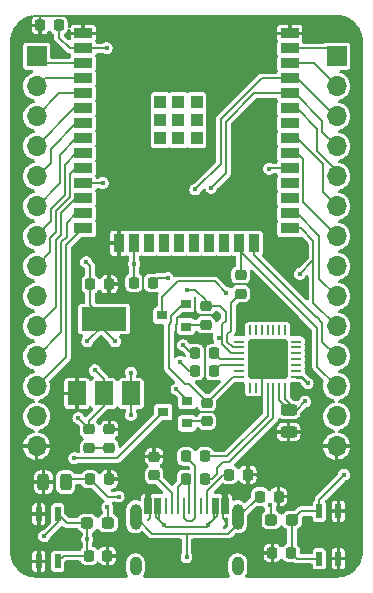
<source format=gbr>
%TF.GenerationSoftware,KiCad,Pcbnew,(5.99.0-12972-g3d2ffc12c1)*%
%TF.CreationDate,2021-12-01T23:42:45+01:00*%
%TF.ProjectId,ESP32_CP2102,45535033-325f-4435-9032-3130322e6b69,rev?*%
%TF.SameCoordinates,Original*%
%TF.FileFunction,Copper,L1,Top*%
%TF.FilePolarity,Positive*%
%FSLAX46Y46*%
G04 Gerber Fmt 4.6, Leading zero omitted, Abs format (unit mm)*
G04 Created by KiCad (PCBNEW (5.99.0-12972-g3d2ffc12c1)) date 2021-12-01 23:42:45*
%MOMM*%
%LPD*%
G01*
G04 APERTURE LIST*
G04 Aperture macros list*
%AMRoundRect*
0 Rectangle with rounded corners*
0 $1 Rounding radius*
0 $2 $3 $4 $5 $6 $7 $8 $9 X,Y pos of 4 corners*
0 Add a 4 corners polygon primitive as box body*
4,1,4,$2,$3,$4,$5,$6,$7,$8,$9,$2,$3,0*
0 Add four circle primitives for the rounded corners*
1,1,$1+$1,$2,$3*
1,1,$1+$1,$4,$5*
1,1,$1+$1,$6,$7*
1,1,$1+$1,$8,$9*
0 Add four rect primitives between the rounded corners*
20,1,$1+$1,$2,$3,$4,$5,0*
20,1,$1+$1,$4,$5,$6,$7,0*
20,1,$1+$1,$6,$7,$8,$9,0*
20,1,$1+$1,$8,$9,$2,$3,0*%
G04 Aperture macros list end*
%TA.AperFunction,SMDPad,CuDef*%
%ADD10RoundRect,0.062500X0.062500X-0.337500X0.062500X0.337500X-0.062500X0.337500X-0.062500X-0.337500X0*%
%TD*%
%TA.AperFunction,SMDPad,CuDef*%
%ADD11RoundRect,0.062500X0.337500X-0.062500X0.337500X0.062500X-0.337500X0.062500X-0.337500X-0.062500X0*%
%TD*%
%TA.AperFunction,SMDPad,CuDef*%
%ADD12RoundRect,0.250000X1.425000X-1.425000X1.425000X1.425000X-1.425000X1.425000X-1.425000X-1.425000X0*%
%TD*%
%TA.AperFunction,SMDPad,CuDef*%
%ADD13RoundRect,0.218750X-0.218750X-0.256250X0.218750X-0.256250X0.218750X0.256250X-0.218750X0.256250X0*%
%TD*%
%TA.AperFunction,SMDPad,CuDef*%
%ADD14R,0.900000X0.800000*%
%TD*%
%TA.AperFunction,SMDPad,CuDef*%
%ADD15RoundRect,0.218750X-0.256250X0.218750X-0.256250X-0.218750X0.256250X-0.218750X0.256250X0.218750X0*%
%TD*%
%TA.AperFunction,ComponentPad*%
%ADD16R,1.700000X1.700000*%
%TD*%
%TA.AperFunction,ComponentPad*%
%ADD17O,1.700000X1.700000*%
%TD*%
%TA.AperFunction,SMDPad,CuDef*%
%ADD18R,1.500000X2.000000*%
%TD*%
%TA.AperFunction,SMDPad,CuDef*%
%ADD19R,3.800000X2.000000*%
%TD*%
%TA.AperFunction,SMDPad,CuDef*%
%ADD20RoundRect,0.218750X0.218750X0.256250X-0.218750X0.256250X-0.218750X-0.256250X0.218750X-0.256250X0*%
%TD*%
%TA.AperFunction,SMDPad,CuDef*%
%ADD21RoundRect,0.218750X0.256250X-0.218750X0.256250X0.218750X-0.256250X0.218750X-0.256250X-0.218750X0*%
%TD*%
%TA.AperFunction,SMDPad,CuDef*%
%ADD22R,0.508000X1.193800*%
%TD*%
%TA.AperFunction,SMDPad,CuDef*%
%ADD23RoundRect,0.243750X0.243750X0.456250X-0.243750X0.456250X-0.243750X-0.456250X0.243750X-0.456250X0*%
%TD*%
%TA.AperFunction,SMDPad,CuDef*%
%ADD24RoundRect,0.243750X-0.456250X0.243750X-0.456250X-0.243750X0.456250X-0.243750X0.456250X0.243750X0*%
%TD*%
%TA.AperFunction,SMDPad,CuDef*%
%ADD25RoundRect,0.237500X-0.287500X-0.237500X0.287500X-0.237500X0.287500X0.237500X-0.287500X0.237500X0*%
%TD*%
%TA.AperFunction,SMDPad,CuDef*%
%ADD26R,1.500000X0.900000*%
%TD*%
%TA.AperFunction,SMDPad,CuDef*%
%ADD27R,0.900000X1.500000*%
%TD*%
%TA.AperFunction,SMDPad,CuDef*%
%ADD28R,1.050000X1.050000*%
%TD*%
%TA.AperFunction,SMDPad,CuDef*%
%ADD29R,0.300000X1.450000*%
%TD*%
%TA.AperFunction,SMDPad,CuDef*%
%ADD30R,0.250000X1.450000*%
%TD*%
%TA.AperFunction,ComponentPad*%
%ADD31RoundRect,0.500000X0.000000X-0.300000X0.000000X-0.300000X0.000000X0.300000X0.000000X0.300000X0*%
%TD*%
%TA.AperFunction,ComponentPad*%
%ADD32RoundRect,0.500000X0.000000X-0.600000X0.000000X-0.600000X0.000000X0.600000X0.000000X0.600000X0*%
%TD*%
%TA.AperFunction,SMDPad,CuDef*%
%ADD33RoundRect,0.237500X0.287500X0.237500X-0.287500X0.237500X-0.287500X-0.237500X0.287500X-0.237500X0*%
%TD*%
%TA.AperFunction,ViaPad*%
%ADD34C,0.400000*%
%TD*%
%TA.AperFunction,Conductor*%
%ADD35C,0.200000*%
%TD*%
%TA.AperFunction,Conductor*%
%ADD36C,0.250000*%
%TD*%
G04 APERTURE END LIST*
D10*
%TO.P,U103,1,DCD*%
%TO.N,unconnected-(U103-Pad1)*%
X106958000Y-111924000D03*
%TO.P,U103,2,RI/CLK*%
%TO.N,unconnected-(U103-Pad2)*%
X107458000Y-111924000D03*
%TO.P,U103,3,GND*%
%TO.N,GND*%
X107958000Y-111924000D03*
%TO.P,U103,4,D+*%
%TO.N,/USB_DP*%
X108458000Y-111924000D03*
%TO.P,U103,5,D-*%
%TO.N,/USB_DM*%
X108958000Y-111924000D03*
%TO.P,U103,6,VDD*%
%TO.N,+3V3*%
X109458000Y-111924000D03*
%TO.P,U103,7,REGIN*%
X109958000Y-111924000D03*
D11*
%TO.P,U103,8,VBUS*%
%TO.N,+5V*%
X110908000Y-110974000D03*
%TO.P,U103,9,~{RSTb}*%
%TO.N,unconnected-(U103-Pad9)*%
X110908000Y-110474000D03*
%TO.P,U103,10,NC*%
%TO.N,unconnected-(U103-Pad10)*%
X110908000Y-109974000D03*
%TO.P,U103,11,~{SUSPENDb}*%
%TO.N,unconnected-(U103-Pad11)*%
X110908000Y-109474000D03*
%TO.P,U103,12,SUSPEND*%
%TO.N,unconnected-(U103-Pad12)*%
X110908000Y-108974000D03*
%TO.P,U103,13,CHREN*%
%TO.N,unconnected-(U103-Pad13)*%
X110908000Y-108474000D03*
%TO.P,U103,14,CHR1*%
%TO.N,unconnected-(U103-Pad14)*%
X110908000Y-107974000D03*
D10*
%TO.P,U103,15,CHR0*%
%TO.N,unconnected-(U103-Pad15)*%
X109958000Y-107024000D03*
%TO.P,U103,16,GPIO.3*%
%TO.N,unconnected-(U103-Pad16)*%
X109458000Y-107024000D03*
%TO.P,U103,17,GPIO.2*%
%TO.N,unconnected-(U103-Pad17)*%
X108958000Y-107024000D03*
%TO.P,U103,18,GPIO.1*%
%TO.N,unconnected-(U103-Pad18)*%
X108458000Y-107024000D03*
%TO.P,U103,19,GPIO.0*%
%TO.N,unconnected-(U103-Pad19)*%
X107958000Y-107024000D03*
%TO.P,U103,20,GPIO.6*%
%TO.N,unconnected-(U103-Pad20)*%
X107458000Y-107024000D03*
%TO.P,U103,21,GPIO.5*%
%TO.N,unconnected-(U103-Pad21)*%
X106958000Y-107024000D03*
D11*
%TO.P,U103,22,GPIO.4*%
%TO.N,unconnected-(U103-Pad22)*%
X106008000Y-107974000D03*
%TO.P,U103,23,CTS*%
%TO.N,/CTS*%
X106008000Y-108474000D03*
%TO.P,U103,24,RTS*%
%TO.N,/RTS*%
X106008000Y-108974000D03*
%TO.P,U103,25,RXD*%
%TO.N,/RXD*%
X106008000Y-109474000D03*
%TO.P,U103,26,TXD*%
%TO.N,/TXD*%
X106008000Y-109974000D03*
%TO.P,U103,27,DSR*%
%TO.N,unconnected-(U103-Pad27)*%
X106008000Y-110474000D03*
%TO.P,U103,28,DTR*%
%TO.N,/DTR*%
X106008000Y-110974000D03*
D12*
%TO.P,U103,29,PAD*%
%TO.N,GND*%
X108458000Y-109474000D03*
%TD*%
D13*
%TO.P,R105,1*%
%TO.N,/DP*%
X101562500Y-117700000D03*
%TO.P,R105,2*%
%TO.N,/USB_DP*%
X103137500Y-117700000D03*
%TD*%
D14*
%TO.P,Q102,1,B*%
%TO.N,Net-(Q102-Pad1)*%
X101546600Y-106715600D03*
%TO.P,Q102,2,E*%
%TO.N,/DTR*%
X101546600Y-104815600D03*
%TO.P,Q102,3,C*%
%TO.N,/IO0*%
X99546600Y-105765600D03*
%TD*%
D13*
%TO.P,R106,1*%
%TO.N,Net-(J101-PadS1)*%
X107812500Y-121100000D03*
%TO.P,R106,2*%
%TO.N,GND*%
X109387500Y-121100000D03*
%TD*%
D15*
%TO.P,R112,1*%
%TO.N,/IO15*%
X106172000Y-102336500D03*
%TO.P,R112,2*%
%TO.N,/CTS*%
X106172000Y-103911500D03*
%TD*%
D16*
%TO.P,J103,1,Pin_1*%
%TO.N,/IO23*%
X114300000Y-83820000D03*
D17*
%TO.P,J103,2,Pin_2*%
%TO.N,/IO22*%
X114300000Y-86360000D03*
%TO.P,J103,3,Pin_3*%
%TO.N,/TXD0*%
X114300000Y-88900000D03*
%TO.P,J103,4,Pin_4*%
%TO.N,/RXD0*%
X114300000Y-91440000D03*
%TO.P,J103,5,Pin_5*%
%TO.N,/IO21*%
X114300000Y-93980000D03*
%TO.P,J103,6,Pin_6*%
%TO.N,/IO19*%
X114300000Y-96520000D03*
%TO.P,J103,7,Pin_7*%
%TO.N,/IO18*%
X114300000Y-99060000D03*
%TO.P,J103,8,Pin_8*%
%TO.N,/IO5*%
X114300000Y-101600000D03*
%TO.P,J103,9,Pin_9*%
%TO.N,/IO4*%
X114300000Y-104140000D03*
%TO.P,J103,10,Pin_10*%
%TO.N,/IO0*%
X114300000Y-106680000D03*
%TO.P,J103,11,Pin_11*%
%TO.N,/IO2*%
X114300000Y-109220000D03*
%TO.P,J103,12,Pin_12*%
%TO.N,/IO15*%
X114300000Y-111760000D03*
%TO.P,J103,13,Pin_13*%
%TO.N,+3V3*%
X114300000Y-114300000D03*
%TO.P,J103,14,Pin_14*%
%TO.N,GND*%
X114300000Y-116840000D03*
%TD*%
D18*
%TO.P,U101,1,GND*%
%TO.N,GND*%
X92315000Y-112370000D03*
D19*
%TO.P,U101,2,VO*%
%TO.N,+3V3*%
X94615000Y-106070000D03*
D18*
X94615000Y-112370000D03*
%TO.P,U101,3,VI*%
%TO.N,+5V*%
X96915000Y-112370000D03*
%TD*%
D20*
%TO.P,C104,1*%
%TO.N,/IO0*%
X110437500Y-125874000D03*
%TO.P,C104,2*%
%TO.N,GND*%
X108862500Y-125874000D03*
%TD*%
D21*
%TO.P,D102,1,K*%
%TO.N,Net-(D102-Pad1)*%
X93345000Y-116992500D03*
%TO.P,D102,2,A*%
%TO.N,+3V3*%
X93345000Y-115417500D03*
%TD*%
D22*
%TO.P,EN101,2,2*%
%TO.N,GND*%
X89095000Y-122583400D03*
X89095000Y-126596600D03*
%TO.P,EN101,1,1*%
%TO.N,/EN*%
X90705000Y-122583400D03*
X90705000Y-126596600D03*
%TD*%
D13*
%TO.P,R111,1*%
%TO.N,/IO13*%
X97162500Y-103000000D03*
%TO.P,R111,2*%
%TO.N,/RTS*%
X98737500Y-103000000D03*
%TD*%
%TO.P,R104,1*%
%TO.N,/DM*%
X101562500Y-119600000D03*
%TO.P,R104,2*%
%TO.N,/USB_DM*%
X103137500Y-119600000D03*
%TD*%
%TO.P,R110,1*%
%TO.N,/TXD0*%
X102336500Y-108966000D03*
%TO.P,R110,2*%
%TO.N,/RXD*%
X103911500Y-108966000D03*
%TD*%
D23*
%TO.P,C101,1*%
%TO.N,+5V*%
X91361500Y-119888000D03*
%TO.P,C101,2*%
%TO.N,GND*%
X89486500Y-119888000D03*
%TD*%
D24*
%TO.P,C106,1*%
%TO.N,+3V3*%
X110250000Y-113762500D03*
%TO.P,C106,2*%
%TO.N,GND*%
X110250000Y-115637500D03*
%TD*%
D15*
%TO.P,R108,1*%
%TO.N,/RTS*%
X103225600Y-104978100D03*
%TO.P,R108,2*%
%TO.N,Net-(Q102-Pad1)*%
X103225600Y-106553100D03*
%TD*%
D22*
%TO.P,BOOT101,1,1*%
%TO.N,/IO0*%
X112845000Y-126356600D03*
X112845000Y-122343400D03*
%TO.P,BOOT101,2,2*%
%TO.N,GND*%
X114455000Y-122343400D03*
X114455000Y-126356600D03*
%TD*%
D25*
%TO.P,R114,2*%
%TO.N,+3V3*%
X94949117Y-123347094D03*
%TO.P,R114,1*%
%TO.N,/EN*%
X93199117Y-123347094D03*
%TD*%
D26*
%TO.P,U102,1,GND*%
%TO.N,GND*%
X92850000Y-81890000D03*
%TO.P,U102,2,3V3*%
%TO.N,+3V3*%
X92850000Y-83160000D03*
%TO.P,U102,3,EN/CHIP_PU*%
%TO.N,/EN*%
X92850000Y-84430000D03*
%TO.P,U102,4,SENSOR_VP/GPIO36/ADC1_CH0*%
%TO.N,/IO36*%
X92850000Y-85700000D03*
%TO.P,U102,5,SENSOR_VN/GPIO39/ADC1_CH3*%
%TO.N,/IO39*%
X92850000Y-86970000D03*
%TO.P,U102,6,GPIO34/ADC1_CH6*%
%TO.N,/IO34*%
X92850000Y-88240000D03*
%TO.P,U102,7,GPIO35/ADC1_CH7*%
%TO.N,/IO35*%
X92850000Y-89510000D03*
%TO.P,U102,8,32K_XP/GPIO32/ADC1_CH4*%
%TO.N,/IO32*%
X92850000Y-90780000D03*
%TO.P,U102,9,32K_XN/GPIO33/ADC1_CH5*%
%TO.N,/IO33*%
X92850000Y-92050000D03*
%TO.P,U102,10,DAC_1/ADC2_CH8/GPIO25*%
%TO.N,/IO25*%
X92850000Y-93320000D03*
%TO.P,U102,11,DAC_2/ADC2_CH9/GPIO26*%
%TO.N,/IO26*%
X92850000Y-94590000D03*
%TO.P,U102,12,ADC2_CH7/GPIO27*%
%TO.N,/IO27*%
X92850000Y-95860000D03*
%TO.P,U102,13,MTMS/GPIO14/ADC2_CH6*%
%TO.N,/IO14*%
X92850000Y-97130000D03*
%TO.P,U102,14,MTDI/GPIO12/ADC2_CH5*%
%TO.N,/IO12*%
X92850000Y-98400000D03*
D27*
%TO.P,U102,15,GND*%
%TO.N,GND*%
X95880000Y-99650000D03*
%TO.P,U102,16,MTCK/GPIO13/ADC2_CH4*%
%TO.N,/IO13*%
X97150000Y-99650000D03*
%TO.P,U102,17,NC*%
%TO.N,unconnected-(U102-Pad17)*%
X98420000Y-99650000D03*
%TO.P,U102,18,NC*%
%TO.N,unconnected-(U102-Pad18)*%
X99690000Y-99650000D03*
%TO.P,U102,19,NC*%
%TO.N,unconnected-(U102-Pad19)*%
X100960000Y-99650000D03*
%TO.P,U102,20,NC*%
%TO.N,unconnected-(U102-Pad20)*%
X102230000Y-99650000D03*
%TO.P,U102,21,NC*%
%TO.N,unconnected-(U102-Pad21)*%
X103500000Y-99650000D03*
%TO.P,U102,22,NC*%
%TO.N,unconnected-(U102-Pad22)*%
X104770000Y-99650000D03*
%TO.P,U102,23,MTDO/GPIO15/ADC2_CH3*%
%TO.N,/IO15*%
X106040000Y-99650000D03*
%TO.P,U102,24,ADC2_CH2/GPIO2*%
%TO.N,/IO2*%
X107310000Y-99650000D03*
D26*
%TO.P,U102,25,GPIO0/BOOT/ADC2_CH1*%
%TO.N,/IO0*%
X110350000Y-98400000D03*
%TO.P,U102,26,ADC2_CH0/GPIO4*%
%TO.N,/IO4*%
X110350000Y-97130000D03*
%TO.P,U102,27,GPIO16*%
%TO.N,unconnected-(U102-Pad27)*%
X110350000Y-95860000D03*
%TO.P,U102,28,GPIO17*%
%TO.N,unconnected-(U102-Pad28)*%
X110350000Y-94590000D03*
%TO.P,U102,29,GPIO5*%
%TO.N,/IO5*%
X110350000Y-93320000D03*
%TO.P,U102,30,GPIO18*%
%TO.N,/IO18*%
X110350000Y-92050000D03*
%TO.P,U102,31,GPIO19*%
%TO.N,/IO19*%
X110350000Y-90780000D03*
%TO.P,U102,32,NC*%
%TO.N,unconnected-(U102-Pad32)*%
X110350000Y-89510000D03*
%TO.P,U102,33,GPIO21*%
%TO.N,/IO21*%
X110350000Y-88240000D03*
%TO.P,U102,34,U0RXD/GPIO3*%
%TO.N,/RXD0*%
X110350000Y-86970000D03*
%TO.P,U102,35,U0TXD/GPIO1*%
%TO.N,/TXD0*%
X110350000Y-85700000D03*
%TO.P,U102,36,GPIO22*%
%TO.N,/IO22*%
X110350000Y-84430000D03*
%TO.P,U102,37,GPIO23*%
%TO.N,/IO23*%
X110350000Y-83160000D03*
%TO.P,U102,38,GND*%
%TO.N,GND*%
X110350000Y-81890000D03*
D28*
%TO.P,U102,39*%
%TO.N,N/C*%
X100920000Y-89230000D03*
X100920000Y-87705000D03*
X102445000Y-87705000D03*
X100920000Y-90755000D03*
X102445000Y-90755000D03*
X102445000Y-89230000D03*
X99395000Y-89230000D03*
X99395000Y-87705000D03*
X99395000Y-90755000D03*
%TD*%
D21*
%TO.P,R101,1*%
%TO.N,Net-(J101-PadA5)*%
X98850000Y-119287500D03*
%TO.P,R101,2*%
%TO.N,GND*%
X98850000Y-117712500D03*
%TD*%
D13*
%TO.P,C102,1*%
%TO.N,+5V*%
X93446500Y-119634000D03*
%TO.P,C102,2*%
%TO.N,GND*%
X95021500Y-119634000D03*
%TD*%
D15*
%TO.P,R103,1*%
%TO.N,GND*%
X95060000Y-115417500D03*
%TO.P,R103,2*%
%TO.N,Net-(D102-Pad1)*%
X95060000Y-116992500D03*
%TD*%
D29*
%TO.P,J101,A1,GND*%
%TO.N,GND*%
X98200000Y-121900000D03*
%TO.P,J101,A4,VBUS*%
%TO.N,+5V*%
X99000000Y-121900000D03*
D30*
%TO.P,J101,A5,CC1*%
%TO.N,Net-(J101-PadA5)*%
X100350000Y-121900000D03*
%TO.P,J101,A6,D+*%
%TO.N,/DP*%
X101350000Y-121900000D03*
%TO.P,J101,A7,D-*%
%TO.N,/DM*%
X101850000Y-121900000D03*
%TO.P,J101,A8,SBU1*%
%TO.N,unconnected-(J101-PadA8)*%
X102850000Y-121900000D03*
D29*
%TO.P,J101,A9,VBUS*%
%TO.N,+5V*%
X104200000Y-121900000D03*
%TO.P,J101,A12,GND*%
%TO.N,GND*%
X105000000Y-121900000D03*
%TO.P,J101,B1,GND*%
X104700000Y-121900000D03*
%TO.P,J101,B4,VBUS*%
%TO.N,+5V*%
X103900000Y-121900000D03*
D30*
%TO.P,J101,B5,CC2*%
%TO.N,Net-(J101-PadB5)*%
X103350000Y-121900000D03*
%TO.P,J101,B6,D+*%
%TO.N,/DP*%
X102350000Y-121900000D03*
%TO.P,J101,B7,D-*%
%TO.N,/DM*%
X100850000Y-121900000D03*
%TO.P,J101,B8,SBU2*%
%TO.N,unconnected-(J101-PadB8)*%
X99850000Y-121900000D03*
D29*
%TO.P,J101,B9,VBUS*%
%TO.N,+5V*%
X99300000Y-121900000D03*
%TO.P,J101,B12,GND*%
%TO.N,GND*%
X98500000Y-121900000D03*
D31*
%TO.P,J101,S1,SHIELD*%
%TO.N,Net-(J101-PadS1)*%
X105920000Y-127000000D03*
X97280000Y-127000000D03*
D32*
X97280000Y-122820000D03*
X105920000Y-122820000D03*
%TD*%
D14*
%TO.P,Q101,1,B*%
%TO.N,Net-(Q101-Pad1)*%
X101634800Y-114894400D03*
%TO.P,Q101,2,E*%
%TO.N,/RTS*%
X101634800Y-112994400D03*
%TO.P,Q101,3,C*%
%TO.N,/EN*%
X99634800Y-113944400D03*
%TD*%
D13*
%TO.P,C107,1*%
%TO.N,+3V3*%
X93446500Y-103124000D03*
%TO.P,C107,2*%
%TO.N,GND*%
X95021500Y-103124000D03*
%TD*%
D16*
%TO.P,J102,1,Pin_1*%
%TO.N,/EN*%
X88900000Y-83820000D03*
D17*
%TO.P,J102,2,Pin_2*%
%TO.N,/IO36*%
X88900000Y-86360000D03*
%TO.P,J102,3,Pin_3*%
%TO.N,/IO39*%
X88900000Y-88900000D03*
%TO.P,J102,4,Pin_4*%
%TO.N,/IO34*%
X88900000Y-91440000D03*
%TO.P,J102,5,Pin_5*%
%TO.N,/IO35*%
X88900000Y-93980000D03*
%TO.P,J102,6,Pin_6*%
%TO.N,/IO32*%
X88900000Y-96520000D03*
%TO.P,J102,7,Pin_7*%
%TO.N,/IO33*%
X88900000Y-99060000D03*
%TO.P,J102,8,Pin_8*%
%TO.N,/IO25*%
X88900000Y-101600000D03*
%TO.P,J102,9,Pin_9*%
%TO.N,/IO26*%
X88900000Y-104140000D03*
%TO.P,J102,10,Pin_10*%
%TO.N,/IO27*%
X88900000Y-106680000D03*
%TO.P,J102,11,Pin_11*%
%TO.N,/IO14*%
X88900000Y-109220000D03*
%TO.P,J102,12,Pin_12*%
%TO.N,/IO12*%
X88900000Y-111760000D03*
%TO.P,J102,13,Pin_13*%
%TO.N,/IO13*%
X88900000Y-114300000D03*
%TO.P,J102,14,Pin_14*%
%TO.N,GND*%
X88900000Y-116840000D03*
%TD*%
D13*
%TO.P,R109,1*%
%TO.N,/RXD0*%
X102336500Y-110490000D03*
%TO.P,R109,2*%
%TO.N,/TXD*%
X103911500Y-110490000D03*
%TD*%
%TO.P,R102,1*%
%TO.N,Net-(J101-PadB5)*%
X105212500Y-119250000D03*
%TO.P,R102,2*%
%TO.N,GND*%
X106787500Y-119250000D03*
%TD*%
D33*
%TO.P,R113,1*%
%TO.N,/IO0*%
X110525000Y-123080000D03*
%TO.P,R113,2*%
%TO.N,+3V3*%
X108775000Y-123080000D03*
%TD*%
D13*
%TO.P,C105,2*%
%TO.N,GND*%
X94900000Y-126114000D03*
%TO.P,C105,1*%
%TO.N,/EN*%
X93325000Y-126114000D03*
%TD*%
D20*
%TO.P,C103,1*%
%TO.N,+3V3*%
X90787500Y-81200000D03*
%TO.P,C103,2*%
%TO.N,GND*%
X89212500Y-81200000D03*
%TD*%
D15*
%TO.P,R107,1*%
%TO.N,/DTR*%
X103313800Y-113156900D03*
%TO.P,R107,2*%
%TO.N,Net-(Q101-Pad1)*%
X103313800Y-114731900D03*
%TD*%
D34*
%TO.N,GND*%
X106200000Y-106800000D03*
X104179281Y-105837767D03*
X105350000Y-113450000D03*
X103550000Y-111750000D03*
%TO.N,+5V*%
X111850000Y-111500000D03*
%TO.N,/RTS*%
X100000000Y-102600000D03*
X101651519Y-103612200D03*
%TO.N,/EN*%
X92100000Y-117850000D03*
X93199117Y-124700883D03*
X89550000Y-124450000D03*
%TO.N,/IO0*%
X114950000Y-119250000D03*
X111200000Y-102250000D03*
X104950000Y-103850000D03*
%TO.N,Net-(J101-PadS1)*%
X101600000Y-126250000D03*
%TO.N,+3V3*%
X93100000Y-101250000D03*
%TO.N,/IO13*%
X97162500Y-101387500D03*
%TO.N,+3V3*%
X95550000Y-107950000D03*
X93200000Y-107950000D03*
X93825500Y-110397141D03*
X92450000Y-114450000D03*
%TO.N,+5V*%
X95850000Y-121100000D03*
X96900000Y-114200000D03*
X96900000Y-110600000D03*
%TO.N,+3V3*%
X111650000Y-113050000D03*
%TO.N,/RTS*%
X100750000Y-112000000D03*
X104325500Y-107641219D03*
%TO.N,/RXD0*%
X101050000Y-109700000D03*
%TO.N,/TXD0*%
X101300000Y-108274500D03*
%TO.N,/RXD0*%
X103700000Y-94950000D03*
%TO.N,/TXD0*%
X102350000Y-95100000D03*
%TO.N,/IO5*%
X108600000Y-93350000D03*
%TO.N,+3V3*%
X94850000Y-83150000D03*
%TO.N,/IO26*%
X94500000Y-94550000D03*
%TO.N,+3V3*%
X94900000Y-122000000D03*
X108650000Y-121850000D03*
%TO.N,+5V*%
X103436418Y-123520500D03*
X99720400Y-123494800D03*
%TD*%
D35*
%TO.N,GND*%
X107958000Y-111924000D02*
X107958000Y-112992000D01*
X107958000Y-112992000D02*
X107550000Y-113400000D01*
D36*
%TO.N,+5V*%
X110908000Y-110974000D02*
X111324000Y-110974000D01*
X111324000Y-110974000D02*
X111850000Y-111500000D01*
X111374000Y-110974000D02*
X110908000Y-110974000D01*
D35*
%TO.N,+3V3*%
X108775000Y-121835000D02*
X108775000Y-123080000D01*
X108650000Y-121850000D02*
X108775000Y-121835000D01*
%TO.N,/RTS*%
X103225600Y-104978100D02*
X103225600Y-104489896D01*
%TO.N,/IO0*%
X99546600Y-104228800D02*
X100887700Y-102887700D01*
%TO.N,/RTS*%
X102347904Y-103612200D02*
X101651519Y-103612200D01*
X103225600Y-104489896D02*
X102347904Y-103612200D01*
%TO.N,/IO0*%
X99546600Y-105765600D02*
X99546600Y-104228800D01*
X100887700Y-102887700D02*
X103987700Y-102887700D01*
X103987700Y-102887700D02*
X104950000Y-103850000D01*
%TO.N,/CTS*%
X105353291Y-104746709D02*
X106150000Y-103950000D01*
X105353291Y-107053291D02*
X105353291Y-104746709D01*
%TO.N,GND*%
X104091514Y-105750000D02*
X104179281Y-105837767D01*
%TO.N,/RTS*%
X104424600Y-105000000D02*
X103300000Y-105000000D01*
%TO.N,GND*%
X102250000Y-105750000D02*
X104091514Y-105750000D01*
%TO.N,/RTS*%
X104903780Y-105479180D02*
X104424600Y-105000000D01*
X104600198Y-106524402D02*
X104903781Y-106220819D01*
X106008000Y-108974000D02*
X105388296Y-108974000D01*
%TO.N,GND*%
X102200000Y-105700000D02*
X102250000Y-105750000D01*
%TO.N,/RTS*%
X105388296Y-108974000D02*
X104600198Y-108185902D01*
X104600198Y-108185902D02*
X104600198Y-106524402D01*
%TO.N,/CTS*%
X105050000Y-107356582D02*
X105353291Y-107053291D01*
%TO.N,/RTS*%
X104903781Y-106220819D02*
X104903780Y-105479180D01*
%TO.N,/CTS*%
X105050000Y-108000000D02*
X105050000Y-107356582D01*
X105524000Y-108474000D02*
X105050000Y-108000000D01*
%TO.N,GND*%
X102200000Y-105700000D02*
X102350000Y-105550000D01*
X102100000Y-105800000D02*
X102200000Y-105700000D01*
%TO.N,/CTS*%
X106008000Y-108474000D02*
X105524000Y-108474000D01*
%TO.N,GND*%
X102000000Y-105800000D02*
X102100000Y-105800000D01*
X102350000Y-105550000D02*
X102321111Y-105521111D01*
X102321111Y-105521111D02*
X102321111Y-104221111D01*
X100963178Y-105800000D02*
X102000000Y-105800000D01*
X100772089Y-106477911D02*
X100772089Y-105991089D01*
X100772089Y-105991089D02*
X100963178Y-105800000D01*
X100750000Y-107418022D02*
X100750000Y-106800000D01*
X100750000Y-106800000D02*
X100750000Y-106500000D01*
X100750000Y-106500000D02*
X100772089Y-106477911D01*
X100881978Y-107550000D02*
X100750000Y-107418022D01*
%TO.N,/DTR*%
X101800000Y-111550000D02*
X103350000Y-113100000D01*
X101450000Y-111550000D02*
X101800000Y-111550000D01*
X101546600Y-104815600D02*
X101311874Y-104815600D01*
%TO.N,/TXD0*%
X101991500Y-108966000D02*
X101300000Y-108274500D01*
%TO.N,/DTR*%
X100322578Y-106327422D02*
X100100000Y-106550000D01*
X100100000Y-110200000D02*
X101450000Y-111550000D01*
X100100000Y-106550000D02*
X100100000Y-110200000D01*
X101311874Y-104815600D02*
X100322578Y-105804896D01*
X100322578Y-105804896D02*
X100322578Y-106327422D01*
%TO.N,GND*%
X102798960Y-107550000D02*
X100881978Y-107550000D01*
X103149480Y-107900520D02*
X102798960Y-107550000D01*
X103550000Y-111750000D02*
X103149480Y-111349480D01*
%TO.N,/TXD0*%
X102336500Y-108966000D02*
X101991500Y-108966000D01*
%TO.N,GND*%
X103149480Y-111349480D02*
X103149480Y-107900520D01*
%TO.N,/RXD0*%
X102336500Y-110490000D02*
X101840000Y-110490000D01*
X101840000Y-110490000D02*
X101050000Y-109700000D01*
%TO.N,Net-(J101-PadS1)*%
X98705000Y-124245000D02*
X101705000Y-124245000D01*
X101600000Y-126250000D02*
X101600000Y-124350000D01*
X101705000Y-124245000D02*
X105095000Y-124245000D01*
X101600000Y-124350000D02*
X101705000Y-124245000D01*
%TO.N,+5V*%
X99872800Y-123647200D02*
X103309718Y-123647200D01*
%TO.N,Net-(J101-PadS1)*%
X105100000Y-124250000D02*
X105920000Y-123430000D01*
%TO.N,+5V*%
X104200000Y-122756918D02*
X103436418Y-123520500D01*
X104200000Y-121900000D02*
X104200000Y-122756918D01*
X103900000Y-121900000D02*
X103900000Y-122972800D01*
%TO.N,Net-(J101-PadS1)*%
X105095000Y-124245000D02*
X105100000Y-124250000D01*
%TO.N,+5V*%
X103436418Y-123436382D02*
X103436418Y-123520500D01*
X103900000Y-122972800D02*
X103436418Y-123436382D01*
X99720400Y-123494800D02*
X99872800Y-123647200D01*
X103309718Y-123647200D02*
X103436418Y-123520500D01*
%TO.N,Net-(J101-PadS1)*%
X97280000Y-122820000D02*
X98705000Y-124245000D01*
%TO.N,GND*%
X104869880Y-113969880D02*
X102369880Y-113969880D01*
X104900000Y-114000000D02*
X104869880Y-113969880D01*
X105548520Y-103098520D02*
X107448520Y-103098520D01*
X104450000Y-102000000D02*
X105548520Y-103098520D01*
X107448520Y-103098520D02*
X107450000Y-103100000D01*
X97950000Y-102300000D02*
X97950000Y-104000000D01*
X98900000Y-101350000D02*
X97950000Y-102300000D01*
%TO.N,/RTS*%
X100000000Y-102600000D02*
X99100000Y-102600000D01*
X99100000Y-102600000D02*
X98750000Y-102950000D01*
%TO.N,Net-(D102-Pad1)*%
X93345000Y-116992500D02*
X95042500Y-116992500D01*
%TO.N,/EN*%
X99634800Y-113944400D02*
X95729200Y-117850000D01*
X95729200Y-117850000D02*
X92100000Y-117850000D01*
X90705000Y-122583400D02*
X90705000Y-123295000D01*
X90705000Y-123295000D02*
X89550000Y-124450000D01*
%TO.N,/IO0*%
X112845000Y-122343400D02*
X112845000Y-121355000D01*
X112845000Y-121355000D02*
X114950000Y-119250000D01*
X114950000Y-119250000D02*
X114900000Y-119250000D01*
%TO.N,/IO2*%
X112613807Y-105913807D02*
X113094511Y-106394511D01*
X107350000Y-99700000D02*
X107350000Y-100664296D01*
X113094511Y-106394511D02*
X113094511Y-108014511D01*
X113094511Y-108014511D02*
X114300000Y-109220000D01*
%TO.N,/IO15*%
X111455489Y-105655489D02*
X112645000Y-106845000D01*
%TO.N,/IO2*%
X112599511Y-105913807D02*
X112613807Y-105913807D01*
%TO.N,/IO15*%
X106050000Y-99650000D02*
X106050000Y-100239022D01*
%TO.N,/IO2*%
X107350000Y-100664296D02*
X112599511Y-105913807D01*
%TO.N,/IO15*%
X106050000Y-100239022D02*
X111455489Y-105644511D01*
X111455489Y-105644511D02*
X111455489Y-105655489D01*
X112645000Y-106845000D02*
X112645000Y-110105000D01*
X112645000Y-110105000D02*
X114300000Y-111760000D01*
%TO.N,/IO0*%
X111200000Y-102250000D02*
X112250000Y-101200000D01*
X112250000Y-101200000D02*
X112350000Y-101200000D01*
X112350000Y-101200000D02*
X112350000Y-104700000D01*
X112350000Y-99500000D02*
X112350000Y-101200000D01*
%TO.N,Net-(J101-PadS1)*%
X107812500Y-121100000D02*
X107700000Y-121100000D01*
X107700000Y-121100000D02*
X105900000Y-122900000D01*
%TO.N,+3V3*%
X94615000Y-112370000D02*
X94615000Y-111186641D01*
X94615000Y-111186641D02*
X93825500Y-110397141D01*
%TO.N,GND*%
X89225000Y-80400000D02*
X88650000Y-80400000D01*
X88650000Y-80400000D02*
X88600000Y-80450000D01*
X89225000Y-80400000D02*
X91550000Y-80400000D01*
X89212500Y-80412500D02*
X89225000Y-80400000D01*
X89212500Y-81200000D02*
X89212500Y-80412500D01*
%TO.N,+3V3*%
X92850000Y-83160000D02*
X91710000Y-83160000D01*
X91710000Y-83160000D02*
X90787500Y-82237500D01*
X90787500Y-80950000D02*
X90787500Y-82237500D01*
%TO.N,/IO15*%
X106172000Y-102336500D02*
X106172000Y-99872000D01*
X106172000Y-99872000D02*
X106050000Y-99750000D01*
%TO.N,/IO0*%
X110525000Y-123080000D02*
X110525000Y-125735000D01*
X110525000Y-125735000D02*
X110400000Y-125860000D01*
%TO.N,/EN*%
X93199117Y-123347094D02*
X93199117Y-125999117D01*
X93199117Y-125999117D02*
X93300000Y-126100000D01*
X93325000Y-126114000D02*
X91186000Y-126114000D01*
X91186000Y-126114000D02*
X90700000Y-126600000D01*
X93199117Y-123347094D02*
X91497094Y-123347094D01*
X91497094Y-123347094D02*
X90700000Y-122550000D01*
%TO.N,/IO0*%
X112845000Y-126356600D02*
X110946600Y-126356600D01*
X110946600Y-126356600D02*
X110450000Y-125860000D01*
X112845000Y-122343400D02*
X111266600Y-122343400D01*
X111266600Y-122343400D02*
X110550000Y-123060000D01*
%TO.N,+3V3*%
X93446500Y-101596500D02*
X93100000Y-101250000D01*
X93446500Y-103124000D02*
X93446500Y-101596500D01*
%TO.N,/IO13*%
X97162500Y-103000000D02*
X97162500Y-101387500D01*
X97162500Y-101387500D02*
X97162500Y-99712500D01*
X97162500Y-99712500D02*
X97150000Y-99700000D01*
%TO.N,+3V3*%
X93446500Y-103124000D02*
X93446500Y-104896500D01*
X93446500Y-104896500D02*
X94550000Y-106000000D01*
X94615000Y-107015000D02*
X95550000Y-107950000D01*
X94615000Y-106070000D02*
X94615000Y-107015000D01*
X94615000Y-106535000D02*
X93200000Y-107950000D01*
X94615000Y-106070000D02*
X94615000Y-106535000D01*
X93345000Y-115345000D02*
X92450000Y-114450000D01*
X93345000Y-115417500D02*
X93345000Y-115345000D01*
%TO.N,+5V*%
X93446500Y-119634000D02*
X91416000Y-119634000D01*
X94912500Y-121100000D02*
X95850000Y-121100000D01*
X93446500Y-119634000D02*
X94912500Y-121100000D01*
%TO.N,+3V3*%
X93345000Y-115417500D02*
X93345000Y-114705000D01*
X93345000Y-114705000D02*
X94600000Y-113450000D01*
X94600000Y-113450000D02*
X94600000Y-112450000D01*
%TO.N,+5V*%
X96915000Y-114185000D02*
X96900000Y-114200000D01*
X96915000Y-112370000D02*
X96915000Y-114185000D01*
X96915000Y-110615000D02*
X96900000Y-110600000D01*
X96915000Y-112370000D02*
X96915000Y-110615000D01*
%TO.N,+3V3*%
X110250000Y-113762500D02*
X110937500Y-113762500D01*
X110937500Y-113762500D02*
X111650000Y-113050000D01*
X109958000Y-112858000D02*
X110550000Y-113450000D01*
X109958000Y-111924000D02*
X109958000Y-112858000D01*
X109458000Y-111924000D02*
X109458000Y-112958000D01*
X109458000Y-112958000D02*
X110250000Y-113750000D01*
%TO.N,GND*%
X107958000Y-111924000D02*
X107958000Y-109992000D01*
X107958000Y-109992000D02*
X108450000Y-109500000D01*
%TO.N,/RTS*%
X101634800Y-112994400D02*
X101634800Y-112884800D01*
X101634800Y-112884800D02*
X100750000Y-112000000D01*
%TO.N,Net-(Q102-Pad1)*%
X103225600Y-106553100D02*
X101646900Y-106553100D01*
%TO.N,Net-(Q101-Pad1)*%
X103313800Y-114731900D02*
X101818100Y-114731900D01*
%TO.N,/RXD*%
X106008000Y-109474000D02*
X104424000Y-109474000D01*
X104424000Y-109474000D02*
X103900000Y-108950000D01*
%TO.N,/TXD*%
X106008000Y-109974000D02*
X104476000Y-109974000D01*
X104476000Y-109974000D02*
X103950000Y-110500000D01*
%TO.N,/DTR*%
X103313800Y-113156900D02*
X103343100Y-113156900D01*
X103343100Y-113156900D02*
X105526000Y-110974000D01*
X105526000Y-110974000D02*
X106008000Y-110974000D01*
%TO.N,/IO0*%
X110350000Y-98400000D02*
X111250000Y-98400000D01*
X112350000Y-104700000D02*
X114300000Y-106650000D01*
X111250000Y-98400000D02*
X112350000Y-99500000D01*
%TO.N,/RXD0*%
X104950000Y-93700000D02*
X103700000Y-94950000D01*
X104950000Y-92900000D02*
X104950000Y-93700000D01*
X107330000Y-86970000D02*
X104950000Y-89350000D01*
X110350000Y-86970000D02*
X107330000Y-86970000D01*
X104950000Y-89350000D02*
X104950000Y-92900000D01*
%TO.N,/TXD0*%
X104500000Y-92950000D02*
X102350000Y-95100000D01*
X104500000Y-89150000D02*
X104500000Y-91750000D01*
X104500000Y-91750000D02*
X104500000Y-92950000D01*
X104550000Y-89100000D02*
X104500000Y-89150000D01*
X107950000Y-85700000D02*
X104550000Y-89100000D01*
X110350000Y-85700000D02*
X107950000Y-85700000D01*
%TO.N,/IO4*%
X110350000Y-97130000D02*
X110929022Y-97130000D01*
X112800000Y-102650000D02*
X114300000Y-104150000D01*
X110929022Y-97130000D02*
X112800000Y-99000978D01*
X112800000Y-99000978D02*
X112800000Y-102650000D01*
%TO.N,/IO5*%
X110350000Y-93320000D02*
X108630000Y-93320000D01*
X108630000Y-93320000D02*
X108600000Y-93350000D01*
%TO.N,/IO18*%
X110350000Y-92050000D02*
X110929022Y-92050000D01*
X111424511Y-96174511D02*
X114300000Y-99050000D01*
X111424511Y-92545489D02*
X111424511Y-96174511D01*
X110929022Y-92050000D02*
X111424511Y-92545489D01*
%TO.N,/IO21*%
X114300000Y-93515274D02*
X114300000Y-94000000D01*
%TO.N,/IO19*%
X110929022Y-90780000D02*
X113125489Y-92976467D01*
%TO.N,/IO21*%
X112650000Y-89960978D02*
X112650000Y-91865274D01*
X110929022Y-88240000D02*
X112650000Y-89960978D01*
X110350000Y-88240000D02*
X110929022Y-88240000D01*
%TO.N,/IO19*%
X113125489Y-95325489D02*
X114300000Y-96500000D01*
%TO.N,/IO21*%
X112650000Y-91865274D02*
X114300000Y-93515274D01*
%TO.N,/IO19*%
X110350000Y-90780000D02*
X110929022Y-90780000D01*
X113125489Y-92976467D02*
X113125489Y-95325489D01*
%TO.N,/RXD0*%
X113099511Y-90199511D02*
X114350000Y-91450000D01*
X113099511Y-89313807D02*
X113099511Y-90199511D01*
X110755704Y-86970000D02*
X113099511Y-89313807D01*
X110350000Y-86970000D02*
X110755704Y-86970000D01*
%TO.N,/TXD0*%
X110350000Y-85700000D02*
X110929022Y-85700000D01*
X110929022Y-85700000D02*
X114129022Y-88900000D01*
X114129022Y-88900000D02*
X114300000Y-88900000D01*
%TO.N,/IO22*%
X110350000Y-84430000D02*
X112430000Y-84430000D01*
X112430000Y-84430000D02*
X114350000Y-86350000D01*
%TO.N,/IO23*%
X113610000Y-83160000D02*
X114250000Y-83800000D01*
X110350000Y-83160000D02*
X113610000Y-83160000D01*
%TO.N,+3V3*%
X94840000Y-83160000D02*
X94850000Y-83150000D01*
X92850000Y-83160000D02*
X94840000Y-83160000D01*
%TO.N,/IO25*%
X90074510Y-99218378D02*
X90074510Y-100425490D01*
%TO.N,/IO12*%
X92850000Y-98400000D02*
X91500000Y-99750000D01*
X91423042Y-99826958D02*
X91423042Y-109276958D01*
%TO.N,/IO27*%
X90524020Y-99404572D02*
X90524020Y-105075980D01*
%TO.N,/IO12*%
X91423042Y-109276958D02*
X88950000Y-111750000D01*
%TO.N,/IO25*%
X90550489Y-96944785D02*
X90550489Y-98742399D01*
X90074510Y-100425490D02*
X88900000Y-101600000D01*
%TO.N,/IO14*%
X91450489Y-97950489D02*
X91450489Y-99113807D01*
%TO.N,/IO27*%
X91000000Y-97130978D02*
X91000000Y-98928592D01*
X92270978Y-95860000D02*
X91000000Y-97130978D01*
%TO.N,/IO14*%
X90973531Y-107176469D02*
X88900000Y-109250000D01*
X92270978Y-97130000D02*
X91450489Y-97950489D01*
%TO.N,/IO27*%
X91000000Y-98928592D02*
X90524020Y-99404572D01*
%TO.N,/IO14*%
X92850000Y-97130000D02*
X92270978Y-97130000D01*
%TO.N,/IO27*%
X90524020Y-105075980D02*
X88900000Y-106700000D01*
%TO.N,/IO14*%
X91450489Y-99113807D02*
X90973531Y-99590765D01*
%TO.N,/IO27*%
X92850000Y-95860000D02*
X92270978Y-95860000D01*
%TO.N,/IO25*%
X92270978Y-93320000D02*
X91775489Y-93815489D01*
X91775489Y-93815489D02*
X91775489Y-95719785D01*
%TO.N,/IO14*%
X90973531Y-99590765D02*
X90973531Y-107176469D01*
%TO.N,/IO12*%
X91500000Y-99750000D02*
X91423042Y-99826958D01*
%TO.N,/IO25*%
X90550489Y-98742399D02*
X90074510Y-99218378D01*
X92850000Y-93320000D02*
X92270978Y-93320000D01*
X91775489Y-95719785D02*
X90550489Y-96944785D01*
%TO.N,/IO33*%
X92850000Y-92050000D02*
X92270978Y-92050000D01*
X91325978Y-92995000D02*
X91325978Y-95533592D01*
X90100979Y-97799021D02*
X88850000Y-99050000D01*
X90100978Y-96758593D02*
X90100979Y-97799021D01*
X92270978Y-92050000D02*
X91325978Y-92995000D01*
X91325978Y-95533592D02*
X90100978Y-96758593D01*
%TO.N,/IO26*%
X92850000Y-94590000D02*
X94460000Y-94590000D01*
X94460000Y-94590000D02*
X94500000Y-94550000D01*
%TO.N,/IO32*%
X90876468Y-94573532D02*
X88900000Y-96550000D01*
X90876468Y-92174510D02*
X90876468Y-94573532D01*
X92270978Y-90780000D02*
X90876468Y-92174510D01*
X92850000Y-90780000D02*
X92270978Y-90780000D01*
%TO.N,/IO35*%
X92850000Y-89510000D02*
X92270978Y-89510000D01*
X92270978Y-89510000D02*
X90100000Y-91680978D01*
X90100000Y-91680978D02*
X90100000Y-92850000D01*
X90100000Y-92850000D02*
X88900000Y-94050000D01*
%TO.N,/IO34*%
X92850000Y-88240000D02*
X92110000Y-88240000D01*
X92110000Y-88240000D02*
X88900000Y-91450000D01*
%TO.N,/IO39*%
X92850000Y-86970000D02*
X90830000Y-86970000D01*
X90830000Y-86970000D02*
X88900000Y-88900000D01*
%TO.N,/IO36*%
X88900000Y-86360000D02*
X89610000Y-85650000D01*
X89610000Y-85650000D02*
X92800000Y-85650000D01*
%TO.N,/EN*%
X89480000Y-84430000D02*
X88900000Y-83850000D01*
X92850000Y-84430000D02*
X89480000Y-84430000D01*
%TO.N,Net-(J101-PadS1)*%
X105920000Y-123430000D02*
X105920000Y-122820000D01*
%TO.N,GND*%
X105000000Y-120900000D02*
X105250000Y-120650000D01*
X105000000Y-121900000D02*
X105000000Y-120900000D01*
X104700000Y-120850000D02*
X105000000Y-120550000D01*
X104700000Y-120905200D02*
X104700000Y-120850000D01*
X98200000Y-120650000D02*
X98000000Y-120450000D01*
X98200000Y-121900000D02*
X98200000Y-120650000D01*
X98500000Y-120750000D02*
X98300000Y-120550000D01*
X98500000Y-120956000D02*
X98500000Y-120750000D01*
%TO.N,+3V3*%
X94949117Y-122049117D02*
X94900000Y-122000000D01*
X94949117Y-123347094D02*
X94949117Y-122049117D01*
%TO.N,Net-(J101-PadA5)*%
X100350000Y-121900000D02*
X100350000Y-120800000D01*
X100350000Y-120800000D02*
X98850000Y-119300000D01*
%TO.N,/USB_DM*%
X108958000Y-114442000D02*
X108958000Y-111924000D01*
%TO.N,Net-(J101-PadB5)*%
X104686860Y-119300000D02*
X105200000Y-119300000D01*
%TO.N,/USB_DM*%
X104650000Y-118200000D02*
X105200000Y-118200000D01*
X104150000Y-118700000D02*
X104650000Y-118200000D01*
X104150000Y-119201156D02*
X104150000Y-118700000D01*
X103137500Y-119600000D02*
X103751156Y-119600000D01*
X103751156Y-119600000D02*
X104150000Y-119201156D01*
%TO.N,Net-(J101-PadB5)*%
X103350000Y-120636860D02*
X104686860Y-119300000D01*
%TO.N,/USB_DM*%
X105200000Y-118200000D02*
X108958000Y-114442000D01*
%TO.N,Net-(J101-PadB5)*%
X103350000Y-121900000D02*
X103350000Y-120636860D01*
%TO.N,/USB_DP*%
X103137500Y-117700000D02*
X105000000Y-117700000D01*
X108458000Y-114242000D02*
X105000000Y-117700000D01*
X108458000Y-111924000D02*
X108458000Y-114242000D01*
%TO.N,/DP*%
X102350000Y-121900000D02*
X102350000Y-118500000D01*
X102350000Y-118500000D02*
X101562500Y-117712500D01*
X101562500Y-117712500D02*
X101562500Y-117700000D01*
%TO.N,/DM*%
X100850000Y-120300000D02*
X101500000Y-119650000D01*
X100850000Y-121900000D02*
X100850000Y-120300000D01*
%TO.N,/DP*%
X101350000Y-121900000D02*
X101350000Y-122899022D01*
X101350000Y-122899022D02*
X101600978Y-123150000D01*
X101600978Y-123150000D02*
X102099022Y-123150000D01*
X102099022Y-123150000D02*
X102350000Y-122899022D01*
X102350000Y-122899022D02*
X102350000Y-121900000D01*
%TO.N,/DM*%
X101850000Y-119900000D02*
X101600000Y-119650000D01*
X101850000Y-121900000D02*
X101850000Y-119900000D01*
%TO.N,GND*%
X104700000Y-121900000D02*
X104700000Y-120905200D01*
X104700000Y-121900000D02*
X104700000Y-122886400D01*
X98500000Y-121900000D02*
X98500000Y-122886400D01*
X98500000Y-121900000D02*
X98500000Y-120956000D01*
X98500000Y-122886400D02*
X98298000Y-123088400D01*
X104700000Y-122886400D02*
X104902000Y-123088400D01*
%TO.N,+5V*%
X99300000Y-123074400D02*
X99720400Y-123494800D01*
X99000000Y-122825200D02*
X99466400Y-123291600D01*
X99000000Y-121900000D02*
X99000000Y-122825200D01*
X99300000Y-121900000D02*
X99300000Y-123074400D01*
%TD*%
%TA.AperFunction,Conductor*%
%TO.N,GND*%
G36*
X114286593Y-80312264D02*
G01*
X114287160Y-80312364D01*
X114300000Y-80314628D01*
X114312840Y-80312364D01*
X114325874Y-80312364D01*
X114325874Y-80312884D01*
X114337095Y-80312244D01*
X114561006Y-80325788D01*
X114578868Y-80327957D01*
X114666436Y-80344004D01*
X114827208Y-80373468D01*
X114844666Y-80377770D01*
X115085711Y-80452883D01*
X115102526Y-80459260D01*
X115164427Y-80487119D01*
X115332760Y-80562880D01*
X115348691Y-80571241D01*
X115564756Y-80701856D01*
X115579564Y-80712078D01*
X115778296Y-80867775D01*
X115791764Y-80879706D01*
X115970294Y-81058236D01*
X115982225Y-81071704D01*
X116137922Y-81270436D01*
X116148144Y-81285244D01*
X116278759Y-81501309D01*
X116287120Y-81517240D01*
X116329107Y-81610530D01*
X116379178Y-81721782D01*
X116390739Y-81747470D01*
X116397117Y-81764289D01*
X116461486Y-81970855D01*
X116472228Y-82005328D01*
X116476532Y-82022792D01*
X116497049Y-82134747D01*
X116522043Y-82271132D01*
X116524212Y-82288994D01*
X116537756Y-82512905D01*
X116537116Y-82524126D01*
X116537636Y-82524126D01*
X116537636Y-82537160D01*
X116535372Y-82550000D01*
X116537636Y-82562840D01*
X116537736Y-82563407D01*
X116540000Y-82589280D01*
X116540000Y-125690720D01*
X116537736Y-125716593D01*
X116535372Y-125730000D01*
X116537636Y-125742840D01*
X116537636Y-125755874D01*
X116537116Y-125755874D01*
X116537756Y-125767095D01*
X116524212Y-125991006D01*
X116522043Y-126008868D01*
X116515675Y-126043616D01*
X116476888Y-126255273D01*
X116476534Y-126257202D01*
X116472230Y-126274666D01*
X116397119Y-126515706D01*
X116390740Y-126532526D01*
X116356481Y-126608647D01*
X116287120Y-126762760D01*
X116278759Y-126778691D01*
X116148144Y-126994756D01*
X116137922Y-127009564D01*
X115982225Y-127208296D01*
X115970294Y-127221764D01*
X115791764Y-127400294D01*
X115778296Y-127412225D01*
X115579564Y-127567922D01*
X115564756Y-127578144D01*
X115348691Y-127708759D01*
X115332760Y-127717120D01*
X115181599Y-127785153D01*
X115102526Y-127820740D01*
X115085711Y-127827117D01*
X114844666Y-127902230D01*
X114827208Y-127906532D01*
X114666436Y-127935996D01*
X114578868Y-127952043D01*
X114561006Y-127954212D01*
X114337095Y-127967756D01*
X114325874Y-127967116D01*
X114325874Y-127967636D01*
X114312840Y-127967636D01*
X114300000Y-127965372D01*
X114287160Y-127967636D01*
X114286593Y-127967736D01*
X114260720Y-127970000D01*
X106718881Y-127970000D01*
X106644381Y-127950038D01*
X106589843Y-127895500D01*
X106569881Y-127821000D01*
X106592800Y-127741599D01*
X106596466Y-127735777D01*
X106601664Y-127729266D01*
X106679827Y-127567577D01*
X106720226Y-127392589D01*
X106720500Y-127387837D01*
X106720499Y-126612164D01*
X106720226Y-126607411D01*
X106679827Y-126432423D01*
X106601664Y-126270734D01*
X106596472Y-126264230D01*
X106596470Y-126264227D01*
X106518106Y-126166063D01*
X108125001Y-126166063D01*
X108125540Y-126175005D01*
X108134088Y-126245652D01*
X108138761Y-126264050D01*
X108183819Y-126377855D01*
X108193702Y-126395393D01*
X108267347Y-126492417D01*
X108281583Y-126506653D01*
X108378607Y-126580298D01*
X108396145Y-126590181D01*
X108509949Y-126635239D01*
X108528350Y-126639912D01*
X108598997Y-126648461D01*
X108607935Y-126649000D01*
X108692884Y-126649000D01*
X108708355Y-126644855D01*
X108712500Y-126629384D01*
X108712500Y-126043616D01*
X108708355Y-126028145D01*
X108692884Y-126024000D01*
X108144617Y-126024000D01*
X108129146Y-126028145D01*
X108125001Y-126043616D01*
X108125001Y-126166063D01*
X106518106Y-126166063D01*
X106494817Y-126136890D01*
X106489620Y-126130380D01*
X106474851Y-126118590D01*
X106355773Y-126023530D01*
X106355770Y-126023528D01*
X106349266Y-126018336D01*
X106236866Y-125964000D01*
X106195076Y-125943798D01*
X106195075Y-125943798D01*
X106187577Y-125940173D01*
X106170100Y-125936138D01*
X106140797Y-125929373D01*
X106012589Y-125899774D01*
X106007837Y-125899500D01*
X105920144Y-125899500D01*
X105832164Y-125899501D01*
X105827411Y-125899774D01*
X105699203Y-125929373D01*
X105669901Y-125936138D01*
X105652423Y-125940173D01*
X105644925Y-125943798D01*
X105644924Y-125943798D01*
X105603134Y-125964000D01*
X105490734Y-126018336D01*
X105484230Y-126023528D01*
X105484227Y-126023530D01*
X105365149Y-126118590D01*
X105350380Y-126130380D01*
X105345183Y-126136890D01*
X105243530Y-126264227D01*
X105243528Y-126264230D01*
X105238336Y-126270734D01*
X105160173Y-126432423D01*
X105119774Y-126607411D01*
X105119500Y-126612163D01*
X105119501Y-127387836D01*
X105119774Y-127392589D01*
X105160173Y-127567577D01*
X105238336Y-127729266D01*
X105243534Y-127735777D01*
X105247200Y-127741599D01*
X105270009Y-127815278D01*
X105252923Y-127890489D01*
X105200520Y-127947081D01*
X105121119Y-127970000D01*
X98078881Y-127970000D01*
X98004381Y-127950038D01*
X97949843Y-127895500D01*
X97929881Y-127821000D01*
X97952800Y-127741599D01*
X97956466Y-127735777D01*
X97961664Y-127729266D01*
X98039827Y-127567577D01*
X98080226Y-127392589D01*
X98080500Y-127387837D01*
X98080499Y-126612164D01*
X98080226Y-126607411D01*
X98039827Y-126432423D01*
X97961664Y-126270734D01*
X97956472Y-126264230D01*
X97956470Y-126264227D01*
X97854817Y-126136890D01*
X97849620Y-126130380D01*
X97834851Y-126118590D01*
X97715773Y-126023530D01*
X97715770Y-126023528D01*
X97709266Y-126018336D01*
X97596866Y-125964000D01*
X97555076Y-125943798D01*
X97555075Y-125943798D01*
X97547577Y-125940173D01*
X97530100Y-125936138D01*
X97500797Y-125929373D01*
X97372589Y-125899774D01*
X97367837Y-125899500D01*
X97280144Y-125899500D01*
X97192164Y-125899501D01*
X97187411Y-125899774D01*
X97059203Y-125929373D01*
X97029901Y-125936138D01*
X97012423Y-125940173D01*
X97004925Y-125943798D01*
X97004924Y-125943798D01*
X96963134Y-125964000D01*
X96850734Y-126018336D01*
X96844230Y-126023528D01*
X96844227Y-126023530D01*
X96725149Y-126118590D01*
X96710380Y-126130380D01*
X96705183Y-126136890D01*
X96603530Y-126264227D01*
X96603528Y-126264230D01*
X96598336Y-126270734D01*
X96520173Y-126432423D01*
X96479774Y-126607411D01*
X96479500Y-126612163D01*
X96479501Y-127387836D01*
X96479774Y-127392589D01*
X96520173Y-127567577D01*
X96598336Y-127729266D01*
X96603534Y-127735777D01*
X96607200Y-127741599D01*
X96630009Y-127815278D01*
X96612923Y-127890489D01*
X96560520Y-127947081D01*
X96481119Y-127970000D01*
X88939280Y-127970000D01*
X88913407Y-127967736D01*
X88912840Y-127967636D01*
X88900000Y-127965372D01*
X88887160Y-127967636D01*
X88874126Y-127967636D01*
X88874126Y-127967116D01*
X88862905Y-127967756D01*
X88638994Y-127954212D01*
X88621132Y-127952043D01*
X88533564Y-127935996D01*
X88372792Y-127906532D01*
X88355334Y-127902230D01*
X88114289Y-127827117D01*
X88097474Y-127820740D01*
X88018401Y-127785153D01*
X87867240Y-127717120D01*
X87851309Y-127708759D01*
X87635244Y-127578144D01*
X87620436Y-127567922D01*
X87421704Y-127412225D01*
X87408236Y-127400294D01*
X87241596Y-127233654D01*
X88541000Y-127233654D01*
X88541523Y-127242466D01*
X88542791Y-127253123D01*
X88548652Y-127274449D01*
X88583895Y-127353793D01*
X88599214Y-127376083D01*
X88658839Y-127435604D01*
X88681155Y-127450884D01*
X88760545Y-127485982D01*
X88781918Y-127491809D01*
X88792124Y-127492998D01*
X88800754Y-127493500D01*
X88925384Y-127493500D01*
X88940855Y-127489355D01*
X88945000Y-127473884D01*
X89245000Y-127473884D01*
X89249145Y-127489355D01*
X89264616Y-127493500D01*
X89389154Y-127493500D01*
X89397966Y-127492977D01*
X89408623Y-127491709D01*
X89429949Y-127485848D01*
X89509293Y-127450605D01*
X89531583Y-127435286D01*
X89591104Y-127375661D01*
X89606384Y-127353345D01*
X89641482Y-127273955D01*
X89647309Y-127252582D01*
X89648498Y-127242376D01*
X89649000Y-127233746D01*
X89649000Y-126766216D01*
X89644855Y-126750745D01*
X89629384Y-126746600D01*
X89264616Y-126746600D01*
X89249145Y-126750745D01*
X89245000Y-126766216D01*
X89245000Y-127473884D01*
X88945000Y-127473884D01*
X88945000Y-126766216D01*
X88940855Y-126750745D01*
X88925384Y-126746600D01*
X88560616Y-126746600D01*
X88545145Y-126750745D01*
X88541000Y-126766216D01*
X88541000Y-127233654D01*
X87241596Y-127233654D01*
X87229706Y-127221764D01*
X87217775Y-127208296D01*
X87062078Y-127009564D01*
X87051856Y-126994756D01*
X86921241Y-126778691D01*
X86912880Y-126762760D01*
X86843519Y-126608647D01*
X86809260Y-126532526D01*
X86802881Y-126515706D01*
X86775234Y-126426984D01*
X88541000Y-126426984D01*
X88545145Y-126442455D01*
X88560616Y-126446600D01*
X88925384Y-126446600D01*
X88940855Y-126442455D01*
X88945000Y-126426984D01*
X89245000Y-126426984D01*
X89249145Y-126442455D01*
X89264616Y-126446600D01*
X89629384Y-126446600D01*
X89644855Y-126442455D01*
X89649000Y-126426984D01*
X89649000Y-125959546D01*
X89648477Y-125950734D01*
X89647209Y-125940077D01*
X89641348Y-125918751D01*
X89606105Y-125839407D01*
X89590786Y-125817117D01*
X89531161Y-125757596D01*
X89508845Y-125742316D01*
X89429455Y-125707218D01*
X89408082Y-125701391D01*
X89397876Y-125700202D01*
X89389246Y-125699700D01*
X89264616Y-125699700D01*
X89249145Y-125703845D01*
X89245000Y-125719316D01*
X89245000Y-126426984D01*
X88945000Y-126426984D01*
X88945000Y-125719316D01*
X88940855Y-125703845D01*
X88925384Y-125699700D01*
X88800846Y-125699700D01*
X88792034Y-125700223D01*
X88781377Y-125701491D01*
X88760051Y-125707352D01*
X88680707Y-125742595D01*
X88658417Y-125757914D01*
X88598896Y-125817539D01*
X88583616Y-125839855D01*
X88548518Y-125919245D01*
X88542691Y-125940618D01*
X88541502Y-125950824D01*
X88541000Y-125959454D01*
X88541000Y-126426984D01*
X86775234Y-126426984D01*
X86727770Y-126274666D01*
X86723466Y-126257202D01*
X86723113Y-126255273D01*
X86684325Y-126043616D01*
X86677957Y-126008868D01*
X86675788Y-125991006D01*
X86662244Y-125767095D01*
X86662884Y-125755874D01*
X86662364Y-125755874D01*
X86662364Y-125742840D01*
X86664628Y-125730000D01*
X86662264Y-125716593D01*
X86660000Y-125690720D01*
X86660000Y-124443823D01*
X89044391Y-124443823D01*
X89053164Y-124510911D01*
X89060822Y-124569473D01*
X89062980Y-124585979D01*
X89120720Y-124717203D01*
X89212970Y-124826948D01*
X89332313Y-124906390D01*
X89342442Y-124909554D01*
X89342443Y-124909555D01*
X89365804Y-124916853D01*
X89469157Y-124949142D01*
X89479764Y-124949336D01*
X89479767Y-124949337D01*
X89542020Y-124950478D01*
X89612499Y-124951770D01*
X89665543Y-124937308D01*
X89740574Y-124916853D01*
X89740577Y-124916852D01*
X89750817Y-124914060D01*
X89759862Y-124908506D01*
X89759865Y-124908505D01*
X89863942Y-124844601D01*
X89872991Y-124839045D01*
X89913311Y-124794500D01*
X89962077Y-124740624D01*
X89962078Y-124740622D01*
X89969200Y-124732754D01*
X90031710Y-124603733D01*
X90037776Y-124567679D01*
X90069822Y-124497523D01*
X90079352Y-124487041D01*
X90969642Y-123596751D01*
X91036437Y-123558187D01*
X91113565Y-123558187D01*
X91180358Y-123596750D01*
X91258752Y-123675144D01*
X91269198Y-123680467D01*
X91269200Y-123680468D01*
X91276741Y-123684310D01*
X91296677Y-123696527D01*
X91313004Y-123708390D01*
X91324156Y-123712014D01*
X91324159Y-123712015D01*
X91329864Y-123713868D01*
X91332199Y-123714627D01*
X91353804Y-123723576D01*
X91371790Y-123732740D01*
X91383374Y-123734575D01*
X91383375Y-123734575D01*
X91391724Y-123735897D01*
X91414458Y-123741354D01*
X91433661Y-123747594D01*
X92296222Y-123747594D01*
X92370722Y-123767556D01*
X92425260Y-123822094D01*
X92434747Y-123841720D01*
X92434758Y-123841740D01*
X92438497Y-123851183D01*
X92527617Y-123968594D01*
X92645028Y-124057714D01*
X92683346Y-124072885D01*
X92704466Y-124081247D01*
X92766387Y-124127232D01*
X92797018Y-124198016D01*
X92798617Y-124219784D01*
X92798617Y-124347773D01*
X92779212Y-124420193D01*
X92776494Y-124423271D01*
X92771984Y-124432877D01*
X92771982Y-124432880D01*
X92761902Y-124454350D01*
X92715564Y-124553046D01*
X92713931Y-124563534D01*
X92700391Y-124650500D01*
X92693508Y-124694706D01*
X92704188Y-124776379D01*
X92706558Y-124794500D01*
X92712097Y-124836862D01*
X92740102Y-124900509D01*
X92765560Y-124958367D01*
X92765562Y-124958370D01*
X92769837Y-124968086D01*
X92776214Y-124975673D01*
X92798617Y-125054059D01*
X92798617Y-125365362D01*
X92778655Y-125439862D01*
X92749747Y-125472651D01*
X92750906Y-125473810D01*
X92743726Y-125480990D01*
X92735633Y-125487133D01*
X92649619Y-125600452D01*
X92645880Y-125609895D01*
X92645878Y-125609899D01*
X92642135Y-125619353D01*
X92596148Y-125681272D01*
X92525363Y-125711902D01*
X92503599Y-125713500D01*
X91122567Y-125713500D01*
X91116367Y-125715515D01*
X91051107Y-125707011D01*
X91050382Y-125709671D01*
X91039575Y-125706725D01*
X91029327Y-125702194D01*
X91014682Y-125700487D01*
X91007930Y-125699699D01*
X91007922Y-125699699D01*
X91003646Y-125699200D01*
X90406354Y-125699200D01*
X90380154Y-125702318D01*
X90277847Y-125747761D01*
X90198759Y-125826987D01*
X90193197Y-125839567D01*
X90193196Y-125839569D01*
X90158190Y-125918751D01*
X90153494Y-125929373D01*
X90152197Y-125940500D01*
X90151004Y-125950734D01*
X90150500Y-125955054D01*
X90150500Y-127238146D01*
X90153618Y-127264346D01*
X90199061Y-127366653D01*
X90278287Y-127445741D01*
X90290867Y-127451303D01*
X90290869Y-127451304D01*
X90370426Y-127486476D01*
X90380673Y-127491006D01*
X90395318Y-127492713D01*
X90402070Y-127493501D01*
X90402078Y-127493501D01*
X90406354Y-127494000D01*
X91003646Y-127494000D01*
X91029846Y-127490882D01*
X91132153Y-127445439D01*
X91211241Y-127366213D01*
X91256506Y-127263827D01*
X91258529Y-127246476D01*
X91259001Y-127242430D01*
X91259001Y-127242422D01*
X91259500Y-127238146D01*
X91259500Y-126668611D01*
X91279462Y-126594111D01*
X91303141Y-126563252D01*
X91308252Y-126558141D01*
X91375047Y-126519577D01*
X91413611Y-126514500D01*
X92503599Y-126514500D01*
X92578099Y-126534462D01*
X92632637Y-126589000D01*
X92642135Y-126608647D01*
X92645878Y-126618101D01*
X92645880Y-126618105D01*
X92649619Y-126627548D01*
X92735633Y-126740867D01*
X92743726Y-126747010D01*
X92840861Y-126820740D01*
X92840863Y-126820741D01*
X92848952Y-126826881D01*
X92858398Y-126830621D01*
X92972325Y-126875729D01*
X92972329Y-126875730D01*
X92981227Y-126879253D01*
X92990728Y-126880403D01*
X92990729Y-126880403D01*
X93027512Y-126884854D01*
X93065906Y-126889500D01*
X93584094Y-126889500D01*
X93622488Y-126884854D01*
X93659271Y-126880403D01*
X93659272Y-126880403D01*
X93668773Y-126879253D01*
X93677671Y-126875730D01*
X93677675Y-126875729D01*
X93791602Y-126830621D01*
X93801048Y-126826881D01*
X93809137Y-126820741D01*
X93809139Y-126820740D01*
X93906274Y-126747010D01*
X93914367Y-126740867D01*
X93994131Y-126635782D01*
X94055074Y-126588509D01*
X94131489Y-126578042D01*
X94202899Y-126607184D01*
X94231497Y-126635782D01*
X94304847Y-126732417D01*
X94319083Y-126746653D01*
X94416107Y-126820298D01*
X94433645Y-126830181D01*
X94547449Y-126875239D01*
X94565850Y-126879912D01*
X94636497Y-126888461D01*
X94645435Y-126889000D01*
X94730384Y-126889000D01*
X94745855Y-126884855D01*
X94750000Y-126869384D01*
X94750000Y-126869383D01*
X95050000Y-126869383D01*
X95054145Y-126884854D01*
X95069616Y-126888999D01*
X95154563Y-126888999D01*
X95163505Y-126888460D01*
X95234152Y-126879912D01*
X95252550Y-126875239D01*
X95366355Y-126830181D01*
X95383893Y-126820298D01*
X95480917Y-126746653D01*
X95495153Y-126732417D01*
X95568798Y-126635393D01*
X95578681Y-126617855D01*
X95623739Y-126504051D01*
X95628412Y-126485650D01*
X95636961Y-126415003D01*
X95637500Y-126406065D01*
X95637500Y-126283616D01*
X95633355Y-126268145D01*
X95617884Y-126264000D01*
X95069616Y-126264000D01*
X95054145Y-126268145D01*
X95050000Y-126283616D01*
X95050000Y-126869383D01*
X94750000Y-126869383D01*
X94750000Y-125944384D01*
X95050000Y-125944384D01*
X95054145Y-125959855D01*
X95069616Y-125964000D01*
X95617883Y-125964000D01*
X95633354Y-125959855D01*
X95637499Y-125944384D01*
X95637499Y-125821937D01*
X95636960Y-125812995D01*
X95628412Y-125742348D01*
X95623739Y-125723950D01*
X95578681Y-125610145D01*
X95568798Y-125592607D01*
X95495153Y-125495583D01*
X95480917Y-125481347D01*
X95383893Y-125407702D01*
X95366355Y-125397819D01*
X95252551Y-125352761D01*
X95234150Y-125348088D01*
X95163503Y-125339539D01*
X95154565Y-125339000D01*
X95069616Y-125339000D01*
X95054145Y-125343145D01*
X95050000Y-125358616D01*
X95050000Y-125944384D01*
X94750000Y-125944384D01*
X94750000Y-125358617D01*
X94745855Y-125343146D01*
X94730384Y-125339001D01*
X94645437Y-125339001D01*
X94636495Y-125339540D01*
X94565848Y-125348088D01*
X94547450Y-125352761D01*
X94433645Y-125397819D01*
X94416107Y-125407702D01*
X94319083Y-125481347D01*
X94304847Y-125495583D01*
X94231497Y-125592218D01*
X94170554Y-125639491D01*
X94094139Y-125649958D01*
X94022729Y-125620816D01*
X93994131Y-125592218D01*
X93989827Y-125586547D01*
X93914367Y-125487133D01*
X93888130Y-125467218D01*
X93809139Y-125407260D01*
X93809137Y-125407259D01*
X93801048Y-125401119D01*
X93693762Y-125358641D01*
X93631847Y-125312658D01*
X93601215Y-125241873D01*
X93599617Y-125220107D01*
X93599617Y-125054224D01*
X93618506Y-124983729D01*
X93618317Y-124983637D01*
X93618795Y-124982651D01*
X93618795Y-124982650D01*
X93622399Y-124975212D01*
X93622402Y-124975207D01*
X93658592Y-124900509D01*
X93680827Y-124854616D01*
X93690941Y-124794500D01*
X93703659Y-124718910D01*
X93703660Y-124718904D01*
X93704613Y-124713237D01*
X93704764Y-124700883D01*
X93696833Y-124645500D01*
X93685945Y-124569473D01*
X93685945Y-124569472D01*
X93684440Y-124558965D01*
X93625101Y-124428455D01*
X93622215Y-124425105D01*
X93599617Y-124347830D01*
X93599617Y-124219784D01*
X93619579Y-124145284D01*
X93674117Y-124090746D01*
X93693768Y-124081247D01*
X93714888Y-124072885D01*
X93753206Y-124057714D01*
X93870617Y-123968594D01*
X93955434Y-123856852D01*
X94016377Y-123809579D01*
X94092792Y-123799112D01*
X94164202Y-123828254D01*
X94192800Y-123856852D01*
X94277617Y-123968594D01*
X94395028Y-124057714D01*
X94433346Y-124072885D01*
X94523185Y-124108455D01*
X94523188Y-124108456D01*
X94532079Y-124111976D01*
X94619820Y-124122594D01*
X94949043Y-124122594D01*
X95278413Y-124122593D01*
X95282867Y-124122054D01*
X95282868Y-124122054D01*
X95356651Y-124113126D01*
X95366155Y-124111976D01*
X95503206Y-124057714D01*
X95620617Y-123968594D01*
X95709737Y-123851183D01*
X95736148Y-123784477D01*
X95760478Y-123723026D01*
X95760479Y-123723023D01*
X95763999Y-123714132D01*
X95774617Y-123626391D01*
X95774616Y-123067798D01*
X95770027Y-123029869D01*
X95765149Y-122989560D01*
X95763999Y-122980056D01*
X95709737Y-122843005D01*
X95649664Y-122763862D01*
X95626760Y-122733687D01*
X95620617Y-122725594D01*
X95503206Y-122636474D01*
X95443768Y-122612941D01*
X95381847Y-122566956D01*
X95351216Y-122496172D01*
X95349617Y-122474404D01*
X95349617Y-122254167D01*
X95364526Y-122189201D01*
X95377082Y-122163285D01*
X95381710Y-122153733D01*
X95385643Y-122130357D01*
X95404542Y-122018027D01*
X95404543Y-122018021D01*
X95405496Y-122012354D01*
X95405647Y-122000000D01*
X95399597Y-121957754D01*
X95386828Y-121868590D01*
X95386828Y-121868589D01*
X95385323Y-121858082D01*
X95325984Y-121727572D01*
X95324281Y-121725596D01*
X95302286Y-121656260D01*
X95318848Y-121580931D01*
X95370855Y-121523975D01*
X95451133Y-121500500D01*
X95503294Y-121500500D01*
X95577794Y-121520462D01*
X95585857Y-121525467D01*
X95623474Y-121550507D01*
X95623478Y-121550509D01*
X95632313Y-121556390D01*
X95642442Y-121559554D01*
X95642443Y-121559555D01*
X95665804Y-121566853D01*
X95769157Y-121599142D01*
X95779764Y-121599336D01*
X95779767Y-121599337D01*
X95842020Y-121600478D01*
X95912499Y-121601770D01*
X95970629Y-121585922D01*
X96040574Y-121566853D01*
X96040577Y-121566852D01*
X96050817Y-121564060D01*
X96059862Y-121558506D01*
X96059865Y-121558505D01*
X96163942Y-121494601D01*
X96172991Y-121489045D01*
X96221792Y-121435130D01*
X96262077Y-121390624D01*
X96262078Y-121390622D01*
X96269200Y-121382754D01*
X96331710Y-121253733D01*
X96335754Y-121229696D01*
X96354542Y-121118027D01*
X96354543Y-121118021D01*
X96355496Y-121112354D01*
X96355647Y-121100000D01*
X96343496Y-121015155D01*
X96336828Y-120968590D01*
X96336828Y-120968589D01*
X96335323Y-120958082D01*
X96299433Y-120879145D01*
X96280378Y-120837235D01*
X96280376Y-120837232D01*
X96275984Y-120827572D01*
X96269058Y-120819534D01*
X96269056Y-120819531D01*
X96189328Y-120727003D01*
X96189327Y-120727002D01*
X96182400Y-120718963D01*
X96173496Y-120713192D01*
X96173493Y-120713189D01*
X96077546Y-120651000D01*
X96062095Y-120640985D01*
X95998710Y-120622029D01*
X95934912Y-120602949D01*
X95934910Y-120602949D01*
X95924739Y-120599907D01*
X95914121Y-120599842D01*
X95914120Y-120599842D01*
X95854650Y-120599479D01*
X95781376Y-120599031D01*
X95771171Y-120601948D01*
X95771168Y-120601948D01*
X95653731Y-120635512D01*
X95653729Y-120635513D01*
X95643529Y-120638428D01*
X95634556Y-120644090D01*
X95634555Y-120644090D01*
X95583166Y-120676514D01*
X95503658Y-120699500D01*
X95351507Y-120699500D01*
X95277007Y-120679538D01*
X95222469Y-120625000D01*
X95202507Y-120550500D01*
X95222469Y-120476000D01*
X95277007Y-120421462D01*
X95333608Y-120402579D01*
X95355652Y-120399912D01*
X95374050Y-120395239D01*
X95487855Y-120350181D01*
X95505393Y-120340298D01*
X95602417Y-120266653D01*
X95616653Y-120252417D01*
X95690298Y-120155393D01*
X95700181Y-120137855D01*
X95745239Y-120024051D01*
X95749912Y-120005650D01*
X95758461Y-119935003D01*
X95759000Y-119926065D01*
X95759000Y-119803616D01*
X95754855Y-119788145D01*
X95739384Y-119784000D01*
X95020500Y-119784000D01*
X94946000Y-119764038D01*
X94891462Y-119709500D01*
X94871500Y-119635000D01*
X94871500Y-119464384D01*
X95171500Y-119464384D01*
X95175645Y-119479855D01*
X95191116Y-119484000D01*
X95739383Y-119484000D01*
X95754854Y-119479855D01*
X95758999Y-119464384D01*
X95758999Y-119341937D01*
X95758460Y-119332995D01*
X95749912Y-119262348D01*
X95745239Y-119243950D01*
X95700181Y-119130145D01*
X95690298Y-119112607D01*
X95616653Y-119015583D01*
X95602417Y-119001347D01*
X95505393Y-118927702D01*
X95487855Y-118917819D01*
X95374051Y-118872761D01*
X95355650Y-118868088D01*
X95285003Y-118859539D01*
X95276065Y-118859000D01*
X95191116Y-118859000D01*
X95175645Y-118863145D01*
X95171500Y-118878616D01*
X95171500Y-119464384D01*
X94871500Y-119464384D01*
X94871500Y-118878617D01*
X94867355Y-118863146D01*
X94851884Y-118859001D01*
X94766937Y-118859001D01*
X94757995Y-118859540D01*
X94687348Y-118868088D01*
X94668950Y-118872761D01*
X94555145Y-118917819D01*
X94537607Y-118927702D01*
X94440583Y-119001347D01*
X94426347Y-119015583D01*
X94352997Y-119112218D01*
X94292054Y-119159491D01*
X94215639Y-119169958D01*
X94144229Y-119140816D01*
X94115631Y-119112218D01*
X94042010Y-119015226D01*
X94035867Y-119007133D01*
X94027774Y-119000990D01*
X93930639Y-118927260D01*
X93930637Y-118927259D01*
X93922548Y-118921119D01*
X93874904Y-118902255D01*
X93799175Y-118872271D01*
X93799171Y-118872270D01*
X93790273Y-118868747D01*
X93780772Y-118867597D01*
X93780771Y-118867597D01*
X93743002Y-118863027D01*
X93705594Y-118858500D01*
X93187406Y-118858500D01*
X93149998Y-118863027D01*
X93112229Y-118867597D01*
X93112228Y-118867597D01*
X93102727Y-118868747D01*
X93093829Y-118872270D01*
X93093825Y-118872271D01*
X93018096Y-118902255D01*
X92970452Y-118921119D01*
X92962363Y-118927259D01*
X92962361Y-118927260D01*
X92865226Y-119000990D01*
X92857133Y-119007133D01*
X92771119Y-119120452D01*
X92767380Y-119129895D01*
X92767378Y-119129899D01*
X92763635Y-119139353D01*
X92717648Y-119201272D01*
X92646863Y-119231902D01*
X92625099Y-119233500D01*
X92209604Y-119233500D01*
X92135104Y-119213538D01*
X92084038Y-119161934D01*
X92083866Y-119162064D01*
X92082875Y-119160759D01*
X91993711Y-119043289D01*
X91980014Y-119032892D01*
X91883029Y-118959277D01*
X91874936Y-118953134D01*
X91865494Y-118949396D01*
X91865491Y-118949394D01*
X91745190Y-118901764D01*
X91736292Y-118898241D01*
X91726793Y-118897091D01*
X91726791Y-118897091D01*
X91695132Y-118893260D01*
X91647534Y-118887500D01*
X91075466Y-118887500D01*
X91027868Y-118893260D01*
X90996209Y-118897091D01*
X90996207Y-118897091D01*
X90986708Y-118898241D01*
X90977810Y-118901764D01*
X90857509Y-118949394D01*
X90857506Y-118949396D01*
X90848064Y-118953134D01*
X90839971Y-118959277D01*
X90742987Y-119032892D01*
X90729289Y-119043289D01*
X90639134Y-119162064D01*
X90635396Y-119171506D01*
X90635394Y-119171509D01*
X90601704Y-119256602D01*
X90584241Y-119300708D01*
X90583091Y-119310207D01*
X90583091Y-119310209D01*
X90580334Y-119332995D01*
X90573500Y-119389466D01*
X90573500Y-120386534D01*
X90575442Y-120402579D01*
X90583077Y-120465670D01*
X90584241Y-120475292D01*
X90587764Y-120484190D01*
X90635296Y-120604242D01*
X90639134Y-120613936D01*
X90645277Y-120622029D01*
X90704081Y-120699500D01*
X90729289Y-120732711D01*
X90848064Y-120822866D01*
X90857506Y-120826604D01*
X90857509Y-120826606D01*
X90928058Y-120854538D01*
X90986708Y-120877759D01*
X90996207Y-120878909D01*
X90996209Y-120878909D01*
X91026030Y-120882518D01*
X91075466Y-120888500D01*
X91647534Y-120888500D01*
X91696970Y-120882518D01*
X91726791Y-120878909D01*
X91726793Y-120878909D01*
X91736292Y-120877759D01*
X91794942Y-120854538D01*
X91865491Y-120826606D01*
X91865494Y-120826604D01*
X91874936Y-120822866D01*
X91993711Y-120732711D01*
X92018920Y-120699500D01*
X92077723Y-120622029D01*
X92083866Y-120613936D01*
X92087705Y-120604242D01*
X92135236Y-120484190D01*
X92138759Y-120475292D01*
X92139924Y-120465670D01*
X92147558Y-120402579D01*
X92149500Y-120386534D01*
X92149500Y-120183500D01*
X92169462Y-120109000D01*
X92224000Y-120054462D01*
X92298500Y-120034500D01*
X92625099Y-120034500D01*
X92699599Y-120054462D01*
X92754137Y-120109000D01*
X92763635Y-120128647D01*
X92767378Y-120138101D01*
X92767380Y-120138105D01*
X92771119Y-120147548D01*
X92857133Y-120260867D01*
X92865226Y-120267010D01*
X92962361Y-120340740D01*
X92962363Y-120340741D01*
X92970452Y-120346881D01*
X92979898Y-120350621D01*
X93093825Y-120395729D01*
X93093829Y-120395730D01*
X93102727Y-120399253D01*
X93112228Y-120400403D01*
X93112229Y-120400403D01*
X93130212Y-120402579D01*
X93187406Y-120409500D01*
X93593889Y-120409500D01*
X93668389Y-120429462D01*
X93699248Y-120453141D01*
X94617465Y-121371358D01*
X94656029Y-121438153D01*
X94656029Y-121515281D01*
X94617465Y-121582076D01*
X94591615Y-121602730D01*
X94581259Y-121609264D01*
X94581256Y-121609267D01*
X94572280Y-121614930D01*
X94565256Y-121622884D01*
X94565254Y-121622885D01*
X94540972Y-121650380D01*
X94477377Y-121722388D01*
X94416447Y-121852163D01*
X94414814Y-121862651D01*
X94396216Y-121982104D01*
X94394391Y-121993823D01*
X94397206Y-122015350D01*
X94411588Y-122125331D01*
X94412980Y-122135979D01*
X94470720Y-122267203D01*
X94477551Y-122275330D01*
X94477552Y-122275331D01*
X94513674Y-122318303D01*
X94546331Y-122388176D01*
X94548617Y-122414178D01*
X94548617Y-122474404D01*
X94528655Y-122548904D01*
X94474117Y-122603442D01*
X94454466Y-122612941D01*
X94395028Y-122636474D01*
X94277617Y-122725594D01*
X94271474Y-122733687D01*
X94192800Y-122837336D01*
X94131857Y-122884609D01*
X94055442Y-122895076D01*
X93984032Y-122865934D01*
X93955434Y-122837336D01*
X93876760Y-122733687D01*
X93870617Y-122725594D01*
X93753206Y-122636474D01*
X93658153Y-122598840D01*
X93625049Y-122585733D01*
X93625046Y-122585732D01*
X93616155Y-122582212D01*
X93528414Y-122571594D01*
X93199191Y-122571594D01*
X92869821Y-122571595D01*
X92865367Y-122572134D01*
X92865366Y-122572134D01*
X92834152Y-122575911D01*
X92782079Y-122582212D01*
X92645028Y-122636474D01*
X92527617Y-122725594D01*
X92521474Y-122733687D01*
X92498570Y-122763862D01*
X92438497Y-122843005D01*
X92434757Y-122852450D01*
X92429770Y-122861301D01*
X92428651Y-122860670D01*
X92388768Y-122914368D01*
X92317982Y-122944996D01*
X92296222Y-122946594D01*
X91724704Y-122946594D01*
X91650204Y-122926632D01*
X91619345Y-122902953D01*
X91303141Y-122586748D01*
X91264577Y-122519953D01*
X91259500Y-122481389D01*
X91259500Y-121941854D01*
X91256382Y-121915654D01*
X91210939Y-121813347D01*
X91131713Y-121734259D01*
X91119133Y-121728697D01*
X91119131Y-121728696D01*
X91039574Y-121693524D01*
X91039573Y-121693524D01*
X91029327Y-121688994D01*
X91014682Y-121687287D01*
X91007930Y-121686499D01*
X91007922Y-121686499D01*
X91003646Y-121686000D01*
X90406354Y-121686000D01*
X90380154Y-121689118D01*
X90277847Y-121734561D01*
X90268129Y-121744296D01*
X90228268Y-121784227D01*
X90198759Y-121813787D01*
X90193197Y-121826367D01*
X90193196Y-121826369D01*
X90171012Y-121876549D01*
X90153494Y-121916173D01*
X90152197Y-121927300D01*
X90151004Y-121937534D01*
X90150500Y-121941854D01*
X90150500Y-123221389D01*
X90130538Y-123295889D01*
X90106859Y-123326748D01*
X89513153Y-123920454D01*
X89448740Y-123958358D01*
X89412927Y-123968594D01*
X89353731Y-123985512D01*
X89353729Y-123985513D01*
X89343529Y-123988428D01*
X89222280Y-124064930D01*
X89127377Y-124172388D01*
X89066447Y-124302163D01*
X89064814Y-124312651D01*
X89046095Y-124432880D01*
X89044391Y-124443823D01*
X86660000Y-124443823D01*
X86660000Y-123220454D01*
X88541000Y-123220454D01*
X88541523Y-123229266D01*
X88542791Y-123239923D01*
X88548652Y-123261249D01*
X88583895Y-123340593D01*
X88599214Y-123362883D01*
X88658839Y-123422404D01*
X88681155Y-123437684D01*
X88760545Y-123472782D01*
X88781918Y-123478609D01*
X88792124Y-123479798D01*
X88800754Y-123480300D01*
X88925384Y-123480300D01*
X88940855Y-123476155D01*
X88945000Y-123460684D01*
X89245000Y-123460684D01*
X89249145Y-123476155D01*
X89264616Y-123480300D01*
X89389154Y-123480300D01*
X89397966Y-123479777D01*
X89408623Y-123478509D01*
X89429949Y-123472648D01*
X89509293Y-123437405D01*
X89531583Y-123422086D01*
X89591104Y-123362461D01*
X89606384Y-123340145D01*
X89641482Y-123260755D01*
X89647309Y-123239382D01*
X89648498Y-123229176D01*
X89649000Y-123220546D01*
X89649000Y-122753016D01*
X89644855Y-122737545D01*
X89629384Y-122733400D01*
X89264616Y-122733400D01*
X89249145Y-122737545D01*
X89245000Y-122753016D01*
X89245000Y-123460684D01*
X88945000Y-123460684D01*
X88945000Y-122753016D01*
X88940855Y-122737545D01*
X88925384Y-122733400D01*
X88560616Y-122733400D01*
X88545145Y-122737545D01*
X88541000Y-122753016D01*
X88541000Y-123220454D01*
X86660000Y-123220454D01*
X86660000Y-122413784D01*
X88541000Y-122413784D01*
X88545145Y-122429255D01*
X88560616Y-122433400D01*
X88925384Y-122433400D01*
X88940855Y-122429255D01*
X88945000Y-122413784D01*
X89245000Y-122413784D01*
X89249145Y-122429255D01*
X89264616Y-122433400D01*
X89629384Y-122433400D01*
X89644855Y-122429255D01*
X89649000Y-122413784D01*
X89649000Y-121946346D01*
X89648477Y-121937534D01*
X89647209Y-121926877D01*
X89641348Y-121905551D01*
X89606105Y-121826207D01*
X89590786Y-121803917D01*
X89531161Y-121744396D01*
X89508845Y-121729116D01*
X89429455Y-121694018D01*
X89408082Y-121688191D01*
X89397876Y-121687002D01*
X89389246Y-121686500D01*
X89264616Y-121686500D01*
X89249145Y-121690645D01*
X89245000Y-121706116D01*
X89245000Y-122413784D01*
X88945000Y-122413784D01*
X88945000Y-121706116D01*
X88940855Y-121690645D01*
X88925384Y-121686500D01*
X88800846Y-121686500D01*
X88792034Y-121687023D01*
X88781377Y-121688291D01*
X88760051Y-121694152D01*
X88680707Y-121729395D01*
X88658417Y-121744714D01*
X88598896Y-121804339D01*
X88583616Y-121826655D01*
X88548518Y-121906045D01*
X88542691Y-121927418D01*
X88541502Y-121937624D01*
X88541000Y-121946254D01*
X88541000Y-122413784D01*
X86660000Y-122413784D01*
X86660000Y-120382008D01*
X88699000Y-120382008D01*
X88699539Y-120390946D01*
X88708581Y-120465670D01*
X88713255Y-120484074D01*
X88760834Y-120604242D01*
X88770715Y-120621779D01*
X88848503Y-120724261D01*
X88862739Y-120738497D01*
X88965221Y-120816285D01*
X88982758Y-120826166D01*
X89102926Y-120873745D01*
X89121330Y-120878419D01*
X89196054Y-120887461D01*
X89204992Y-120888000D01*
X89316884Y-120888000D01*
X89332355Y-120883855D01*
X89336500Y-120868384D01*
X89636500Y-120868384D01*
X89640645Y-120883855D01*
X89656116Y-120888000D01*
X89768008Y-120888000D01*
X89776946Y-120887461D01*
X89851670Y-120878419D01*
X89870074Y-120873745D01*
X89990242Y-120826166D01*
X90007779Y-120816285D01*
X90110261Y-120738497D01*
X90124497Y-120724261D01*
X90202285Y-120621779D01*
X90212166Y-120604242D01*
X90259745Y-120484074D01*
X90264419Y-120465670D01*
X90273461Y-120390946D01*
X90274000Y-120382008D01*
X90274000Y-120057616D01*
X90269855Y-120042145D01*
X90254384Y-120038000D01*
X89656116Y-120038000D01*
X89640645Y-120042145D01*
X89636500Y-120057616D01*
X89636500Y-120868384D01*
X89336500Y-120868384D01*
X89336500Y-120057616D01*
X89332355Y-120042145D01*
X89316884Y-120038000D01*
X88718616Y-120038000D01*
X88703145Y-120042145D01*
X88699000Y-120057616D01*
X88699000Y-120382008D01*
X86660000Y-120382008D01*
X86660000Y-119718384D01*
X88699000Y-119718384D01*
X88703145Y-119733855D01*
X88718616Y-119738000D01*
X89316884Y-119738000D01*
X89332355Y-119733855D01*
X89336500Y-119718384D01*
X89636500Y-119718384D01*
X89640645Y-119733855D01*
X89656116Y-119738000D01*
X90254384Y-119738000D01*
X90269855Y-119733855D01*
X90274000Y-119718384D01*
X90274000Y-119393992D01*
X90273461Y-119385054D01*
X90264419Y-119310330D01*
X90259745Y-119291926D01*
X90212166Y-119171758D01*
X90202285Y-119154221D01*
X90124497Y-119051739D01*
X90110261Y-119037503D01*
X90007779Y-118959715D01*
X89990242Y-118949834D01*
X89870074Y-118902255D01*
X89851670Y-118897581D01*
X89776946Y-118888539D01*
X89768008Y-118888000D01*
X89656116Y-118888000D01*
X89640645Y-118892145D01*
X89636500Y-118907616D01*
X89636500Y-119718384D01*
X89336500Y-119718384D01*
X89336500Y-118907616D01*
X89332355Y-118892145D01*
X89316884Y-118888000D01*
X89204992Y-118888000D01*
X89196054Y-118888539D01*
X89121330Y-118897581D01*
X89102926Y-118902255D01*
X88982758Y-118949834D01*
X88965221Y-118959715D01*
X88862739Y-119037503D01*
X88848503Y-119051739D01*
X88770715Y-119154221D01*
X88760834Y-119171758D01*
X88713255Y-119291926D01*
X88708581Y-119310330D01*
X88699539Y-119385054D01*
X88699000Y-119393992D01*
X88699000Y-119718384D01*
X86660000Y-119718384D01*
X86660000Y-117005761D01*
X87758315Y-117005761D01*
X87758845Y-117013856D01*
X87760973Y-117027291D01*
X87809636Y-117218899D01*
X87814178Y-117231728D01*
X87896945Y-117411260D01*
X87903744Y-117423038D01*
X88017849Y-117584493D01*
X88026676Y-117594827D01*
X88168291Y-117732783D01*
X88178858Y-117741340D01*
X88343241Y-117851178D01*
X88355186Y-117857664D01*
X88536834Y-117935706D01*
X88549770Y-117939908D01*
X88738200Y-117982545D01*
X88745092Y-117980982D01*
X88750000Y-117963988D01*
X88750000Y-117960743D01*
X89050000Y-117960743D01*
X89054145Y-117976214D01*
X89062728Y-117978513D01*
X89162858Y-117963995D01*
X89176074Y-117960823D01*
X89363281Y-117897274D01*
X89375714Y-117891738D01*
X89461273Y-117843823D01*
X91594391Y-117843823D01*
X91599659Y-117884108D01*
X91610507Y-117967065D01*
X91612980Y-117985979D01*
X91670720Y-118117203D01*
X91677551Y-118125330D01*
X91677552Y-118125331D01*
X91737286Y-118196393D01*
X91762970Y-118226948D01*
X91882313Y-118306390D01*
X91892442Y-118309554D01*
X91892443Y-118309555D01*
X91921953Y-118318774D01*
X92019157Y-118349142D01*
X92029764Y-118349336D01*
X92029767Y-118349337D01*
X92092020Y-118350478D01*
X92162499Y-118351770D01*
X92231310Y-118333010D01*
X92290578Y-118316852D01*
X92290581Y-118316851D01*
X92300817Y-118314060D01*
X92309857Y-118308510D01*
X92309865Y-118308506D01*
X92368465Y-118272525D01*
X92446428Y-118250500D01*
X95792633Y-118250500D01*
X95811836Y-118244260D01*
X95834570Y-118238803D01*
X95842919Y-118237481D01*
X95842920Y-118237481D01*
X95854504Y-118235646D01*
X95872490Y-118226482D01*
X95894095Y-118217533D01*
X95896516Y-118216746D01*
X95902138Y-118214920D01*
X95902141Y-118214919D01*
X95913290Y-118211296D01*
X95922773Y-118204406D01*
X95922779Y-118204403D01*
X95929623Y-118199430D01*
X95949556Y-118187215D01*
X95957092Y-118183375D01*
X95957095Y-118183373D01*
X95967542Y-118178050D01*
X95990105Y-118155487D01*
X95990109Y-118155484D01*
X96602709Y-117542884D01*
X98075000Y-117542884D01*
X98079145Y-117558355D01*
X98094616Y-117562500D01*
X98680384Y-117562500D01*
X98695855Y-117558355D01*
X98700000Y-117542884D01*
X99000000Y-117542884D01*
X99004145Y-117558355D01*
X99019616Y-117562500D01*
X99605383Y-117562500D01*
X99620854Y-117558355D01*
X99624999Y-117542884D01*
X99624999Y-117457937D01*
X99624460Y-117448995D01*
X99615912Y-117378348D01*
X99611239Y-117359950D01*
X99566181Y-117246145D01*
X99556298Y-117228607D01*
X99482653Y-117131583D01*
X99468417Y-117117347D01*
X99371393Y-117043702D01*
X99353855Y-117033819D01*
X99240051Y-116988761D01*
X99221650Y-116984088D01*
X99151003Y-116975539D01*
X99142065Y-116975000D01*
X99019616Y-116975000D01*
X99004145Y-116979145D01*
X99000000Y-116994616D01*
X99000000Y-117542884D01*
X98700000Y-117542884D01*
X98700000Y-116994617D01*
X98695855Y-116979146D01*
X98680384Y-116975001D01*
X98557937Y-116975001D01*
X98548995Y-116975540D01*
X98478348Y-116984088D01*
X98459950Y-116988761D01*
X98346145Y-117033819D01*
X98328607Y-117043702D01*
X98231583Y-117117347D01*
X98217347Y-117131583D01*
X98143702Y-117228607D01*
X98133819Y-117246145D01*
X98088761Y-117359949D01*
X98084088Y-117378350D01*
X98075539Y-117448997D01*
X98075000Y-117457935D01*
X98075000Y-117542884D01*
X96602709Y-117542884D01*
X99457051Y-114688541D01*
X99523846Y-114649977D01*
X99562410Y-114644900D01*
X100129446Y-114644900D01*
X100155646Y-114641782D01*
X100257953Y-114596339D01*
X100337041Y-114517113D01*
X100349601Y-114488705D01*
X100377776Y-114424974D01*
X100377776Y-114424973D01*
X100382306Y-114414727D01*
X100384013Y-114400082D01*
X100384801Y-114393330D01*
X100384801Y-114393322D01*
X100385300Y-114389046D01*
X100385300Y-113499754D01*
X100382182Y-113473554D01*
X100336739Y-113371247D01*
X100257513Y-113292159D01*
X100244933Y-113286597D01*
X100244931Y-113286596D01*
X100165374Y-113251424D01*
X100165373Y-113251424D01*
X100155127Y-113246894D01*
X100140482Y-113245187D01*
X100133730Y-113244399D01*
X100133722Y-113244399D01*
X100129446Y-113243900D01*
X99140154Y-113243900D01*
X99113954Y-113247018D01*
X99011647Y-113292461D01*
X98932559Y-113371687D01*
X98926997Y-113384267D01*
X98926996Y-113384269D01*
X98892041Y-113463336D01*
X98887294Y-113474073D01*
X98885587Y-113488718D01*
X98885301Y-113491171D01*
X98884300Y-113499754D01*
X98884300Y-114066790D01*
X98864338Y-114141290D01*
X98840659Y-114172149D01*
X96089859Y-116922948D01*
X96023064Y-116961512D01*
X95945936Y-116961512D01*
X95879141Y-116922948D01*
X95840577Y-116856153D01*
X95835500Y-116817589D01*
X95835500Y-116733406D01*
X95825253Y-116648727D01*
X95821730Y-116639829D01*
X95821729Y-116639825D01*
X95776621Y-116525898D01*
X95772881Y-116516452D01*
X95686867Y-116403133D01*
X95672178Y-116391983D01*
X95581782Y-116323369D01*
X95534509Y-116262426D01*
X95524042Y-116186011D01*
X95553184Y-116114601D01*
X95581782Y-116086003D01*
X95678417Y-116012653D01*
X95692653Y-115998417D01*
X95766298Y-115901393D01*
X95776181Y-115883855D01*
X95821239Y-115770051D01*
X95825912Y-115751650D01*
X95834461Y-115681003D01*
X95835000Y-115672065D01*
X95835000Y-115587116D01*
X95830855Y-115571645D01*
X95815384Y-115567500D01*
X95059000Y-115567500D01*
X94984500Y-115547538D01*
X94929962Y-115493000D01*
X94910000Y-115418500D01*
X94910000Y-115247884D01*
X95210000Y-115247884D01*
X95214145Y-115263355D01*
X95229616Y-115267500D01*
X95815383Y-115267500D01*
X95830854Y-115263355D01*
X95834999Y-115247884D01*
X95834999Y-115162937D01*
X95834460Y-115153995D01*
X95825912Y-115083348D01*
X95821239Y-115064950D01*
X95776181Y-114951145D01*
X95766298Y-114933607D01*
X95692653Y-114836583D01*
X95678417Y-114822347D01*
X95581393Y-114748702D01*
X95563855Y-114738819D01*
X95450051Y-114693761D01*
X95431650Y-114689088D01*
X95361003Y-114680539D01*
X95352065Y-114680000D01*
X95229616Y-114680000D01*
X95214145Y-114684145D01*
X95210000Y-114699616D01*
X95210000Y-115247884D01*
X94910000Y-115247884D01*
X94910000Y-114699617D01*
X94905855Y-114684146D01*
X94890384Y-114680001D01*
X94767937Y-114680001D01*
X94758995Y-114680540D01*
X94688348Y-114689088D01*
X94669950Y-114693761D01*
X94556145Y-114738819D01*
X94538607Y-114748702D01*
X94441583Y-114822347D01*
X94427347Y-114836583D01*
X94353702Y-114933607D01*
X94343819Y-114951145D01*
X94341307Y-114957491D01*
X94295322Y-115019412D01*
X94224538Y-115050044D01*
X94147921Y-115041181D01*
X94086000Y-114995196D01*
X94064234Y-114957497D01*
X94061621Y-114950898D01*
X94057881Y-114941452D01*
X94031268Y-114906390D01*
X93971867Y-114828133D01*
X93974781Y-114825921D01*
X93945884Y-114775869D01*
X93945884Y-114698741D01*
X93984448Y-114631946D01*
X94902252Y-113714141D01*
X94969047Y-113675577D01*
X95007611Y-113670500D01*
X95409646Y-113670500D01*
X95435846Y-113667382D01*
X95538153Y-113621939D01*
X95617241Y-113542713D01*
X95628751Y-113516679D01*
X95677130Y-113456614D01*
X95749063Y-113428786D01*
X95825273Y-113440651D01*
X95885340Y-113489032D01*
X95901197Y-113516444D01*
X95905827Y-113526867D01*
X95913061Y-113543153D01*
X95922796Y-113552871D01*
X95974787Y-113604771D01*
X95992287Y-113622241D01*
X96004867Y-113627803D01*
X96004869Y-113627804D01*
X96084426Y-113662976D01*
X96094673Y-113667506D01*
X96109318Y-113669213D01*
X96116070Y-113670001D01*
X96116078Y-113670001D01*
X96120354Y-113670500D01*
X96365500Y-113670500D01*
X96440000Y-113690462D01*
X96494538Y-113745000D01*
X96514500Y-113819500D01*
X96514500Y-113824053D01*
X96494538Y-113898553D01*
X96490037Y-113905855D01*
X96484402Y-113914434D01*
X96477377Y-113922388D01*
X96472867Y-113931994D01*
X96472865Y-113931997D01*
X96463498Y-113951948D01*
X96416447Y-114052163D01*
X96414814Y-114062651D01*
X96397766Y-114172149D01*
X96394391Y-114193823D01*
X96397556Y-114218027D01*
X96411054Y-114321247D01*
X96412980Y-114335979D01*
X96470720Y-114467203D01*
X96477551Y-114475330D01*
X96477552Y-114475331D01*
X96556141Y-114568824D01*
X96562970Y-114576948D01*
X96682313Y-114656390D01*
X96692442Y-114659554D01*
X96692443Y-114659555D01*
X96715804Y-114666853D01*
X96819157Y-114699142D01*
X96829764Y-114699336D01*
X96829767Y-114699337D01*
X96892020Y-114700478D01*
X96962499Y-114701770D01*
X97015543Y-114687308D01*
X97090574Y-114666853D01*
X97090577Y-114666852D01*
X97100817Y-114664060D01*
X97109862Y-114658506D01*
X97109865Y-114658505D01*
X97202017Y-114601923D01*
X97222991Y-114589045D01*
X97271199Y-114535785D01*
X97312077Y-114490624D01*
X97312078Y-114490622D01*
X97319200Y-114482754D01*
X97381710Y-114353733D01*
X97385187Y-114333069D01*
X97404542Y-114218027D01*
X97404543Y-114218021D01*
X97405496Y-114212354D01*
X97405647Y-114200000D01*
X97401693Y-114172388D01*
X97386828Y-114068590D01*
X97386828Y-114068589D01*
X97385323Y-114058082D01*
X97328862Y-113933902D01*
X97315500Y-113872231D01*
X97315500Y-113819500D01*
X97335462Y-113745000D01*
X97390000Y-113690462D01*
X97464500Y-113670500D01*
X97709646Y-113670500D01*
X97735846Y-113667382D01*
X97838153Y-113621939D01*
X97917241Y-113542713D01*
X97922931Y-113529844D01*
X97957976Y-113450574D01*
X97957976Y-113450573D01*
X97962506Y-113440327D01*
X97964824Y-113420447D01*
X97965001Y-113418930D01*
X97965001Y-113418922D01*
X97965500Y-113414646D01*
X97965500Y-111325354D01*
X97962382Y-111299154D01*
X97916939Y-111196847D01*
X97837713Y-111117759D01*
X97825133Y-111112197D01*
X97825131Y-111112196D01*
X97745574Y-111077024D01*
X97745573Y-111077024D01*
X97735327Y-111072494D01*
X97720682Y-111070787D01*
X97713930Y-111069999D01*
X97713922Y-111069999D01*
X97709646Y-111069500D01*
X97466479Y-111069500D01*
X97391979Y-111049538D01*
X97337441Y-110995000D01*
X97317479Y-110920500D01*
X97332388Y-110855534D01*
X97348285Y-110822722D01*
X97381710Y-110753733D01*
X97384697Y-110735979D01*
X97404542Y-110618027D01*
X97404543Y-110618021D01*
X97405496Y-110612354D01*
X97405647Y-110600000D01*
X97396069Y-110533120D01*
X97386828Y-110468590D01*
X97386828Y-110468589D01*
X97385323Y-110458082D01*
X97347321Y-110374500D01*
X97330378Y-110337235D01*
X97330376Y-110337232D01*
X97325984Y-110327572D01*
X97319058Y-110319534D01*
X97319056Y-110319531D01*
X97267581Y-110259792D01*
X97232400Y-110218963D01*
X97223496Y-110213192D01*
X97223493Y-110213189D01*
X97135862Y-110156390D01*
X97112095Y-110140985D01*
X97057685Y-110124713D01*
X96984912Y-110102949D01*
X96984910Y-110102949D01*
X96974739Y-110099907D01*
X96964121Y-110099842D01*
X96964120Y-110099842D01*
X96904650Y-110099479D01*
X96831376Y-110099031D01*
X96821171Y-110101948D01*
X96821168Y-110101948D01*
X96703731Y-110135512D01*
X96703729Y-110135513D01*
X96693529Y-110138428D01*
X96684556Y-110144090D01*
X96684555Y-110144090D01*
X96671979Y-110152025D01*
X96572280Y-110214930D01*
X96565256Y-110222884D01*
X96565254Y-110222885D01*
X96526796Y-110266431D01*
X96477377Y-110322388D01*
X96416447Y-110452163D01*
X96414814Y-110462651D01*
X96398974Y-110564389D01*
X96394391Y-110593823D01*
X96403613Y-110664344D01*
X96411422Y-110724061D01*
X96412980Y-110735979D01*
X96467767Y-110860493D01*
X96479500Y-110936721D01*
X96451546Y-111008605D01*
X96391396Y-111056881D01*
X96331386Y-111069500D01*
X96120354Y-111069500D01*
X96094154Y-111072618D01*
X95991847Y-111118061D01*
X95912759Y-111197287D01*
X95901249Y-111223321D01*
X95852870Y-111283386D01*
X95780937Y-111311214D01*
X95704727Y-111299349D01*
X95644660Y-111250968D01*
X95628803Y-111223556D01*
X95622524Y-111209420D01*
X95622523Y-111209419D01*
X95616939Y-111196847D01*
X95537713Y-111117759D01*
X95525133Y-111112197D01*
X95525131Y-111112196D01*
X95445574Y-111077024D01*
X95445573Y-111077024D01*
X95435327Y-111072494D01*
X95420682Y-111070787D01*
X95413930Y-111069999D01*
X95413922Y-111069999D01*
X95409646Y-111069500D01*
X95099656Y-111069500D01*
X95025156Y-111049538D01*
X94978822Y-111000715D01*
X94976295Y-111002551D01*
X94964433Y-110986224D01*
X94952217Y-110966290D01*
X94948373Y-110958747D01*
X94943050Y-110948299D01*
X94920487Y-110925736D01*
X94920484Y-110925732D01*
X94356093Y-110361341D01*
X94317529Y-110294546D01*
X94313957Y-110277106D01*
X94312328Y-110265732D01*
X94310823Y-110255223D01*
X94296655Y-110224061D01*
X94255878Y-110134376D01*
X94255876Y-110134373D01*
X94251484Y-110124713D01*
X94244558Y-110116675D01*
X94244556Y-110116672D01*
X94179679Y-110041380D01*
X94157900Y-110016104D01*
X94148996Y-110010333D01*
X94148993Y-110010330D01*
X94078777Y-109964819D01*
X94037595Y-109938126D01*
X93990784Y-109924127D01*
X93910412Y-109900090D01*
X93910410Y-109900090D01*
X93900239Y-109897048D01*
X93889621Y-109896983D01*
X93889620Y-109896983D01*
X93830150Y-109896620D01*
X93756876Y-109896172D01*
X93746671Y-109899089D01*
X93746668Y-109899089D01*
X93629231Y-109932653D01*
X93629229Y-109932654D01*
X93619029Y-109935569D01*
X93610056Y-109941231D01*
X93610055Y-109941231D01*
X93572670Y-109964819D01*
X93497780Y-110012071D01*
X93490756Y-110020025D01*
X93490754Y-110020026D01*
X93475753Y-110037012D01*
X93402877Y-110119529D01*
X93341947Y-110249304D01*
X93340314Y-110259792D01*
X93322698Y-110372938D01*
X93319891Y-110390964D01*
X93338480Y-110533120D01*
X93396220Y-110664344D01*
X93403051Y-110672471D01*
X93403052Y-110672472D01*
X93456435Y-110735979D01*
X93488470Y-110774089D01*
X93607813Y-110853531D01*
X93617942Y-110856695D01*
X93617943Y-110856696D01*
X93640683Y-110863800D01*
X93705840Y-110905070D01*
X93741634Y-110973389D01*
X93738472Y-111050453D01*
X93697202Y-111115610D01*
X93696997Y-111115773D01*
X93691847Y-111118061D01*
X93612759Y-111197287D01*
X93601146Y-111223556D01*
X93600979Y-111223933D01*
X93552599Y-111284001D01*
X93480666Y-111311830D01*
X93404457Y-111299965D01*
X93344389Y-111251585D01*
X93328531Y-111224174D01*
X93322104Y-111209705D01*
X93306786Y-111187417D01*
X93247161Y-111127896D01*
X93224845Y-111112616D01*
X93145455Y-111077518D01*
X93124082Y-111071691D01*
X93113876Y-111070502D01*
X93105246Y-111070000D01*
X92484616Y-111070000D01*
X92469145Y-111074145D01*
X92465000Y-111089616D01*
X92465000Y-113650384D01*
X92469552Y-113667372D01*
X92492940Y-113690760D01*
X92499862Y-113694757D01*
X92508021Y-113708891D01*
X92572637Y-113674026D01*
X92607041Y-113670000D01*
X93105154Y-113670000D01*
X93113966Y-113669477D01*
X93124623Y-113668209D01*
X93145949Y-113662348D01*
X93225293Y-113627105D01*
X93247583Y-113611786D01*
X93307104Y-113552161D01*
X93322385Y-113529844D01*
X93328477Y-113516064D01*
X93376859Y-113455998D01*
X93448792Y-113428170D01*
X93525002Y-113440037D01*
X93585068Y-113488419D01*
X93600921Y-113515823D01*
X93613061Y-113543153D01*
X93622796Y-113552871D01*
X93671358Y-113601349D01*
X93709979Y-113668110D01*
X93710046Y-113745238D01*
X93671449Y-113812158D01*
X93162416Y-114321191D01*
X93095621Y-114359755D01*
X93018493Y-114359755D01*
X92951698Y-114321191D01*
X92921421Y-114277507D01*
X92875984Y-114177572D01*
X92869058Y-114169534D01*
X92869056Y-114169531D01*
X92799570Y-114088890D01*
X92782400Y-114068963D01*
X92773496Y-114063192D01*
X92773493Y-114063189D01*
X92679305Y-114002140D01*
X92662095Y-113990985D01*
X92564349Y-113961753D01*
X92498692Y-113921282D01*
X92492463Y-113909738D01*
X92433051Y-113944034D01*
X92393584Y-113949106D01*
X92381376Y-113949031D01*
X92371171Y-113951948D01*
X92371168Y-113951948D01*
X92253731Y-113985512D01*
X92253729Y-113985513D01*
X92243529Y-113988428D01*
X92234556Y-113994090D01*
X92234555Y-113994090D01*
X92218616Y-114004147D01*
X92122280Y-114064930D01*
X92115256Y-114072884D01*
X92115254Y-114072885D01*
X92094626Y-114096242D01*
X92027377Y-114172388D01*
X91966447Y-114302163D01*
X91964814Y-114312651D01*
X91947326Y-114424974D01*
X91944391Y-114443823D01*
X91953897Y-114516515D01*
X91960737Y-114568824D01*
X91962980Y-114585979D01*
X92020720Y-114717203D01*
X92027551Y-114725330D01*
X92027552Y-114725331D01*
X92070034Y-114775869D01*
X92112970Y-114826948D01*
X92232313Y-114906390D01*
X92242442Y-114909554D01*
X92242443Y-114909555D01*
X92281366Y-114921715D01*
X92353926Y-114944384D01*
X92414852Y-114981245D01*
X92525859Y-115092252D01*
X92564423Y-115159047D01*
X92569500Y-115197611D01*
X92569500Y-115676594D01*
X92570039Y-115681047D01*
X92578583Y-115751650D01*
X92579747Y-115761273D01*
X92583270Y-115770171D01*
X92583271Y-115770175D01*
X92610842Y-115839809D01*
X92632119Y-115893548D01*
X92638259Y-115901637D01*
X92638260Y-115901639D01*
X92658555Y-115928376D01*
X92718133Y-116006867D01*
X92822806Y-116086318D01*
X92870077Y-116147260D01*
X92880544Y-116223675D01*
X92851402Y-116295086D01*
X92822807Y-116323681D01*
X92718133Y-116403133D01*
X92632119Y-116516452D01*
X92628379Y-116525898D01*
X92583271Y-116639825D01*
X92583270Y-116639829D01*
X92579747Y-116648727D01*
X92569500Y-116733406D01*
X92569500Y-117251594D01*
X92570038Y-117256039D01*
X92570038Y-117256041D01*
X92571456Y-117267754D01*
X92560589Y-117344113D01*
X92512999Y-117404808D01*
X92441437Y-117433577D01*
X92365078Y-117422710D01*
X92342501Y-117410693D01*
X92312095Y-117390985D01*
X92208321Y-117359950D01*
X92184912Y-117352949D01*
X92184910Y-117352949D01*
X92174739Y-117349907D01*
X92164121Y-117349842D01*
X92164120Y-117349842D01*
X92104650Y-117349479D01*
X92031376Y-117349031D01*
X92021171Y-117351948D01*
X92021168Y-117351948D01*
X91903731Y-117385512D01*
X91903729Y-117385513D01*
X91893529Y-117388428D01*
X91772280Y-117464930D01*
X91677377Y-117572388D01*
X91616447Y-117702163D01*
X91614814Y-117712651D01*
X91603171Y-117787433D01*
X91594391Y-117843823D01*
X89461273Y-117843823D01*
X89548193Y-117795146D01*
X89559416Y-117787433D01*
X89711399Y-117661030D01*
X89721030Y-117651399D01*
X89847433Y-117499416D01*
X89855146Y-117488193D01*
X89951738Y-117315714D01*
X89957274Y-117303281D01*
X90020823Y-117116074D01*
X90023995Y-117102858D01*
X90037544Y-117009412D01*
X90035662Y-116993508D01*
X90027496Y-116990000D01*
X89069616Y-116990000D01*
X89054145Y-116994145D01*
X89050000Y-117009616D01*
X89050000Y-117960743D01*
X88750000Y-117960743D01*
X88750000Y-117009616D01*
X88745855Y-116994145D01*
X88730384Y-116990000D01*
X87776898Y-116990000D01*
X87761427Y-116994145D01*
X87758315Y-117005761D01*
X86660000Y-117005761D01*
X86660000Y-82589280D01*
X86662264Y-82563407D01*
X86662364Y-82562840D01*
X86664628Y-82550000D01*
X86662364Y-82537160D01*
X86662364Y-82524126D01*
X86662884Y-82524126D01*
X86662244Y-82512905D01*
X86675788Y-82288994D01*
X86677957Y-82271132D01*
X86702951Y-82134747D01*
X86723468Y-82022792D01*
X86727772Y-82005328D01*
X86738515Y-81970855D01*
X86802883Y-81764289D01*
X86809261Y-81747470D01*
X86820823Y-81721782D01*
X86870893Y-81610530D01*
X86912880Y-81517240D01*
X86921241Y-81501309D01*
X86926830Y-81492063D01*
X88475001Y-81492063D01*
X88475540Y-81501005D01*
X88484088Y-81571652D01*
X88488761Y-81590050D01*
X88533819Y-81703855D01*
X88543702Y-81721393D01*
X88617347Y-81818417D01*
X88631583Y-81832653D01*
X88728607Y-81906298D01*
X88746145Y-81916181D01*
X88859949Y-81961239D01*
X88878350Y-81965912D01*
X88948997Y-81974461D01*
X88957935Y-81975000D01*
X89042884Y-81975000D01*
X89058355Y-81970855D01*
X89062500Y-81955384D01*
X89062500Y-81369616D01*
X89058355Y-81354145D01*
X89042884Y-81350000D01*
X88494617Y-81350000D01*
X88479146Y-81354145D01*
X88475001Y-81369616D01*
X88475001Y-81492063D01*
X86926830Y-81492063D01*
X87051856Y-81285244D01*
X87062078Y-81270436D01*
X87217775Y-81071704D01*
X87229706Y-81058236D01*
X87408236Y-80879706D01*
X87421704Y-80867775D01*
X87620436Y-80712078D01*
X87635244Y-80701856D01*
X87851309Y-80571241D01*
X87867240Y-80562880D01*
X88035573Y-80487119D01*
X88097474Y-80459260D01*
X88114289Y-80452883D01*
X88355334Y-80377770D01*
X88372792Y-80373468D01*
X88462651Y-80357000D01*
X88539529Y-80363206D01*
X88603004Y-80407020D01*
X88636068Y-80476701D01*
X88629862Y-80553579D01*
X88608192Y-80593644D01*
X88543702Y-80678607D01*
X88533819Y-80696145D01*
X88488761Y-80809949D01*
X88484088Y-80828350D01*
X88475539Y-80898997D01*
X88475000Y-80907935D01*
X88475000Y-81030384D01*
X88479145Y-81045855D01*
X88494616Y-81050000D01*
X89213500Y-81050000D01*
X89288000Y-81069962D01*
X89342538Y-81124500D01*
X89362500Y-81199000D01*
X89362500Y-81955383D01*
X89366645Y-81970854D01*
X89382116Y-81974999D01*
X89467063Y-81974999D01*
X89476005Y-81974460D01*
X89546652Y-81965912D01*
X89565050Y-81961239D01*
X89678855Y-81916181D01*
X89696393Y-81906298D01*
X89793417Y-81832653D01*
X89807653Y-81818417D01*
X89881003Y-81721782D01*
X89941946Y-81674509D01*
X90018361Y-81664042D01*
X90089771Y-81693184D01*
X90118369Y-81721782D01*
X90198133Y-81826867D01*
X90311452Y-81912881D01*
X90313945Y-81913868D01*
X90366250Y-81965088D01*
X90387000Y-82040936D01*
X90387000Y-82300933D01*
X90393240Y-82320136D01*
X90398697Y-82342869D01*
X90401854Y-82362804D01*
X90407179Y-82373254D01*
X90407179Y-82373255D01*
X90411018Y-82380789D01*
X90419968Y-82402397D01*
X90422276Y-82409500D01*
X90426204Y-82421590D01*
X90433094Y-82431073D01*
X90433097Y-82431079D01*
X90438070Y-82437923D01*
X90450285Y-82457856D01*
X90454125Y-82465392D01*
X90454127Y-82465395D01*
X90459450Y-82475842D01*
X90482013Y-82498405D01*
X90482016Y-82498409D01*
X91449091Y-83465484D01*
X91449095Y-83465487D01*
X91471658Y-83488050D01*
X91482105Y-83493373D01*
X91482108Y-83493375D01*
X91489644Y-83497215D01*
X91509577Y-83509430D01*
X91516421Y-83514403D01*
X91516427Y-83514406D01*
X91525910Y-83521296D01*
X91537059Y-83524919D01*
X91537062Y-83524920D01*
X91542684Y-83526746D01*
X91545105Y-83527533D01*
X91566710Y-83536482D01*
X91584696Y-83545646D01*
X91596280Y-83547481D01*
X91596281Y-83547481D01*
X91604630Y-83548803D01*
X91627364Y-83554260D01*
X91646567Y-83560500D01*
X91658290Y-83560500D01*
X91669876Y-83562335D01*
X91669659Y-83563705D01*
X91732198Y-83580462D01*
X91786736Y-83635000D01*
X91801312Y-83669872D01*
X91802618Y-83680846D01*
X91807156Y-83691062D01*
X91807156Y-83691063D01*
X91826454Y-83734508D01*
X91838453Y-83810697D01*
X91826560Y-83855236D01*
X91802494Y-83909673D01*
X91801283Y-83920063D01*
X91762644Y-83986318D01*
X91695682Y-84024590D01*
X91657746Y-84029500D01*
X90199500Y-84029500D01*
X90125000Y-84009538D01*
X90070462Y-83955000D01*
X90050500Y-83880500D01*
X90050500Y-82925354D01*
X90047382Y-82899154D01*
X90001939Y-82796847D01*
X89922713Y-82717759D01*
X89910133Y-82712197D01*
X89910131Y-82712196D01*
X89830574Y-82677024D01*
X89830573Y-82677024D01*
X89820327Y-82672494D01*
X89805682Y-82670787D01*
X89798930Y-82669999D01*
X89798922Y-82669999D01*
X89794646Y-82669500D01*
X88005354Y-82669500D01*
X87979154Y-82672618D01*
X87876847Y-82718061D01*
X87797759Y-82797287D01*
X87752494Y-82899673D01*
X87749500Y-82925354D01*
X87749500Y-84714646D01*
X87752618Y-84740846D01*
X87798061Y-84843153D01*
X87877287Y-84922241D01*
X87889867Y-84927803D01*
X87889869Y-84927804D01*
X87969426Y-84962976D01*
X87979673Y-84967506D01*
X87994318Y-84969213D01*
X88001070Y-84970001D01*
X88001078Y-84970001D01*
X88005354Y-84970500D01*
X88507776Y-84970500D01*
X88582276Y-84990462D01*
X88636814Y-85045000D01*
X88656776Y-85119500D01*
X88636814Y-85194000D01*
X88582276Y-85248538D01*
X88559348Y-85259290D01*
X88452407Y-85298743D01*
X88402575Y-85317127D01*
X88396702Y-85320621D01*
X88272494Y-85394517D01*
X88220856Y-85425238D01*
X88188641Y-85453489D01*
X88067022Y-85560146D01*
X88067019Y-85560149D01*
X88061881Y-85564655D01*
X88030009Y-85605085D01*
X87935207Y-85725340D01*
X87935203Y-85725346D01*
X87930976Y-85730708D01*
X87927797Y-85736751D01*
X87927794Y-85736755D01*
X87914295Y-85762413D01*
X87832523Y-85917836D01*
X87821756Y-85952512D01*
X87771844Y-86113253D01*
X87771843Y-86113258D01*
X87769820Y-86119773D01*
X87769018Y-86126550D01*
X87769017Y-86126554D01*
X87746204Y-86319303D01*
X87744967Y-86329754D01*
X87745414Y-86336572D01*
X87755798Y-86495000D01*
X87758796Y-86540749D01*
X87810845Y-86745690D01*
X87813703Y-86751890D01*
X87813705Y-86751895D01*
X87871606Y-86877492D01*
X87899369Y-86937714D01*
X87903305Y-86943284D01*
X87903306Y-86943285D01*
X87941359Y-86997129D01*
X88021405Y-87110391D01*
X88172865Y-87257937D01*
X88348677Y-87375411D01*
X88542953Y-87458878D01*
X88653903Y-87483984D01*
X88722159Y-87519895D01*
X88763316Y-87585124D01*
X88766344Y-87662193D01*
X88730432Y-87730450D01*
X88665203Y-87771607D01*
X88646252Y-87776157D01*
X88629668Y-87779007D01*
X88600953Y-87783941D01*
X88402575Y-87857127D01*
X88396702Y-87860621D01*
X88380089Y-87870505D01*
X88220856Y-87965238D01*
X88188641Y-87993489D01*
X88067022Y-88100146D01*
X88067019Y-88100149D01*
X88061881Y-88104655D01*
X88006189Y-88175300D01*
X87935207Y-88265340D01*
X87935203Y-88265346D01*
X87930976Y-88270708D01*
X87927797Y-88276751D01*
X87927794Y-88276755D01*
X87883980Y-88360032D01*
X87832523Y-88457836D01*
X87821756Y-88492512D01*
X87771844Y-88653253D01*
X87771843Y-88653258D01*
X87769820Y-88659773D01*
X87769018Y-88666550D01*
X87769017Y-88666554D01*
X87757857Y-88760846D01*
X87744967Y-88869754D01*
X87748398Y-88922108D01*
X87756429Y-89044630D01*
X87758796Y-89080749D01*
X87810845Y-89285690D01*
X87813703Y-89291890D01*
X87813705Y-89291895D01*
X87852435Y-89375907D01*
X87899369Y-89477714D01*
X87903305Y-89483284D01*
X87903306Y-89483285D01*
X87917318Y-89503111D01*
X88021405Y-89650391D01*
X88172865Y-89797937D01*
X88348677Y-89915411D01*
X88542953Y-89998878D01*
X88653903Y-90023984D01*
X88722159Y-90059895D01*
X88763316Y-90125124D01*
X88766344Y-90202193D01*
X88730432Y-90270450D01*
X88665203Y-90311607D01*
X88646252Y-90316157D01*
X88629668Y-90319007D01*
X88600953Y-90323941D01*
X88402575Y-90397127D01*
X88396702Y-90400621D01*
X88380089Y-90410505D01*
X88220856Y-90505238D01*
X88188641Y-90533489D01*
X88067022Y-90640146D01*
X88067019Y-90640149D01*
X88061881Y-90644655D01*
X88030009Y-90685085D01*
X87935207Y-90805340D01*
X87935203Y-90805346D01*
X87930976Y-90810708D01*
X87927797Y-90816751D01*
X87927794Y-90816755D01*
X87914295Y-90842413D01*
X87832523Y-90997836D01*
X87821756Y-91032512D01*
X87771844Y-91193253D01*
X87771843Y-91193258D01*
X87769820Y-91199773D01*
X87769018Y-91206550D01*
X87769017Y-91206554D01*
X87751939Y-91350846D01*
X87744967Y-91409754D01*
X87747237Y-91444383D01*
X87755954Y-91577382D01*
X87758796Y-91620749D01*
X87810845Y-91825690D01*
X87813703Y-91831890D01*
X87813705Y-91831895D01*
X87851372Y-91913601D01*
X87899369Y-92017714D01*
X88021405Y-92190391D01*
X88172865Y-92337937D01*
X88348677Y-92455411D01*
X88542953Y-92538878D01*
X88653903Y-92563984D01*
X88722159Y-92599895D01*
X88763316Y-92665124D01*
X88766344Y-92742193D01*
X88730432Y-92810450D01*
X88665203Y-92851607D01*
X88646252Y-92856157D01*
X88629668Y-92859007D01*
X88600953Y-92863941D01*
X88402575Y-92937127D01*
X88396702Y-92940621D01*
X88365363Y-92959266D01*
X88220856Y-93045238D01*
X88189897Y-93072388D01*
X88067022Y-93180146D01*
X88067019Y-93180149D01*
X88061881Y-93184655D01*
X88039811Y-93212651D01*
X87935207Y-93345340D01*
X87935203Y-93345346D01*
X87930976Y-93350708D01*
X87927797Y-93356751D01*
X87927794Y-93356755D01*
X87914295Y-93382413D01*
X87832523Y-93537836D01*
X87807879Y-93617203D01*
X87771844Y-93733253D01*
X87771843Y-93733258D01*
X87769820Y-93739773D01*
X87769018Y-93746550D01*
X87769017Y-93746554D01*
X87746318Y-93938342D01*
X87744967Y-93949754D01*
X87745414Y-93956572D01*
X87755798Y-94115000D01*
X87758796Y-94160749D01*
X87810845Y-94365690D01*
X87813703Y-94371890D01*
X87813705Y-94371895D01*
X87850302Y-94451280D01*
X87899369Y-94557714D01*
X87903305Y-94563284D01*
X87903306Y-94563285D01*
X87995168Y-94693267D01*
X88021405Y-94730391D01*
X88172865Y-94877937D01*
X88348677Y-94995411D01*
X88354945Y-94998104D01*
X88354947Y-94998105D01*
X88382974Y-95010146D01*
X88542953Y-95078878D01*
X88653903Y-95103984D01*
X88722159Y-95139895D01*
X88763316Y-95205124D01*
X88766344Y-95282193D01*
X88730432Y-95350450D01*
X88665203Y-95391607D01*
X88646252Y-95396157D01*
X88629668Y-95399007D01*
X88600953Y-95403941D01*
X88402575Y-95477127D01*
X88396702Y-95480621D01*
X88251759Y-95566853D01*
X88220856Y-95585238D01*
X88188641Y-95613489D01*
X88067022Y-95720146D01*
X88067019Y-95720149D01*
X88061881Y-95724655D01*
X88006189Y-95795300D01*
X87935207Y-95885340D01*
X87935203Y-95885346D01*
X87930976Y-95890708D01*
X87927797Y-95896751D01*
X87927794Y-95896755D01*
X87914295Y-95922413D01*
X87832523Y-96077836D01*
X87821756Y-96112512D01*
X87771844Y-96273253D01*
X87771843Y-96273258D01*
X87769820Y-96279773D01*
X87769018Y-96286550D01*
X87769017Y-96286554D01*
X87757857Y-96380846D01*
X87744967Y-96489754D01*
X87758796Y-96700749D01*
X87810845Y-96905690D01*
X87813703Y-96911890D01*
X87813705Y-96911895D01*
X87852435Y-96995907D01*
X87899369Y-97097714D01*
X87903305Y-97103284D01*
X87903306Y-97103285D01*
X87999097Y-97238826D01*
X88021405Y-97270391D01*
X88172865Y-97417937D01*
X88348677Y-97535411D01*
X88354945Y-97538104D01*
X88354947Y-97538105D01*
X88424181Y-97567850D01*
X88542953Y-97618878D01*
X88653903Y-97643984D01*
X88722159Y-97679895D01*
X88763316Y-97745124D01*
X88766344Y-97822193D01*
X88730432Y-97890450D01*
X88665203Y-97931607D01*
X88646252Y-97936157D01*
X88629668Y-97939007D01*
X88600953Y-97943941D01*
X88402575Y-98017127D01*
X88396702Y-98020621D01*
X88380089Y-98030505D01*
X88220856Y-98125238D01*
X88188641Y-98153489D01*
X88067022Y-98260146D01*
X88067019Y-98260149D01*
X88061881Y-98264655D01*
X88006189Y-98335300D01*
X87935207Y-98425340D01*
X87935203Y-98425346D01*
X87930976Y-98430708D01*
X87927797Y-98436751D01*
X87927794Y-98436755D01*
X87914295Y-98462413D01*
X87832523Y-98617836D01*
X87819438Y-98659977D01*
X87771844Y-98813253D01*
X87771843Y-98813258D01*
X87769820Y-98819773D01*
X87769018Y-98826550D01*
X87769017Y-98826554D01*
X87747236Y-99010581D01*
X87744967Y-99029754D01*
X87745414Y-99036572D01*
X87752677Y-99147382D01*
X87758796Y-99240749D01*
X87810845Y-99445690D01*
X87813703Y-99451890D01*
X87813705Y-99451895D01*
X87852435Y-99535907D01*
X87899369Y-99637714D01*
X87903305Y-99643284D01*
X87903306Y-99643285D01*
X87949382Y-99708481D01*
X88021405Y-99810391D01*
X88172865Y-99957937D01*
X88348677Y-100075411D01*
X88542953Y-100158878D01*
X88653903Y-100183984D01*
X88722159Y-100219895D01*
X88763316Y-100285124D01*
X88766344Y-100362193D01*
X88730432Y-100430450D01*
X88665203Y-100471607D01*
X88646252Y-100476157D01*
X88629668Y-100479007D01*
X88600953Y-100483941D01*
X88402575Y-100557127D01*
X88396702Y-100560621D01*
X88228158Y-100660894D01*
X88220856Y-100665238D01*
X88189943Y-100692348D01*
X88067022Y-100800146D01*
X88067019Y-100800149D01*
X88061881Y-100804655D01*
X88015737Y-100863189D01*
X87935207Y-100965340D01*
X87935203Y-100965346D01*
X87930976Y-100970708D01*
X87927797Y-100976751D01*
X87927794Y-100976755D01*
X87914295Y-101002413D01*
X87832523Y-101157836D01*
X87821756Y-101192512D01*
X87771844Y-101353253D01*
X87771843Y-101353258D01*
X87769820Y-101359773D01*
X87769018Y-101366550D01*
X87769017Y-101366554D01*
X87747212Y-101550784D01*
X87744967Y-101569754D01*
X87745414Y-101576572D01*
X87757329Y-101758359D01*
X87758796Y-101780749D01*
X87776983Y-101852361D01*
X87807467Y-101972388D01*
X87810845Y-101985690D01*
X87813703Y-101991890D01*
X87813705Y-101991895D01*
X87864540Y-102102163D01*
X87899369Y-102177714D01*
X87903305Y-102183284D01*
X87903306Y-102183285D01*
X87981029Y-102293260D01*
X88021405Y-102350391D01*
X88172865Y-102497937D01*
X88348677Y-102615411D01*
X88354945Y-102618104D01*
X88354947Y-102618105D01*
X88375530Y-102626948D01*
X88542953Y-102698878D01*
X88653903Y-102723984D01*
X88722159Y-102759895D01*
X88763316Y-102825124D01*
X88766344Y-102902193D01*
X88730432Y-102970450D01*
X88665203Y-103011607D01*
X88646252Y-103016157D01*
X88629668Y-103019007D01*
X88600953Y-103023941D01*
X88402575Y-103097127D01*
X88396702Y-103100621D01*
X88314544Y-103149500D01*
X88220856Y-103205238D01*
X88188641Y-103233489D01*
X88067022Y-103340146D01*
X88067019Y-103340149D01*
X88061881Y-103344655D01*
X88035901Y-103377611D01*
X87935207Y-103505340D01*
X87935203Y-103505346D01*
X87930976Y-103510708D01*
X87927797Y-103516751D01*
X87927794Y-103516755D01*
X87886348Y-103595531D01*
X87832523Y-103697836D01*
X87808575Y-103774961D01*
X87771844Y-103893253D01*
X87771843Y-103893258D01*
X87769820Y-103899773D01*
X87769018Y-103906550D01*
X87769017Y-103906554D01*
X87745770Y-104102968D01*
X87744967Y-104109754D01*
X87746623Y-104135016D01*
X87758017Y-104308860D01*
X87758796Y-104320749D01*
X87767850Y-104356400D01*
X87808945Y-104518207D01*
X87810845Y-104525690D01*
X87813703Y-104531890D01*
X87813705Y-104531895D01*
X87867922Y-104649500D01*
X87899369Y-104717714D01*
X87903305Y-104723284D01*
X87903306Y-104723285D01*
X87963616Y-104808622D01*
X88021405Y-104890391D01*
X88172865Y-105037937D01*
X88348677Y-105155411D01*
X88354945Y-105158104D01*
X88354947Y-105158105D01*
X88400505Y-105177678D01*
X88542953Y-105238878D01*
X88653903Y-105263984D01*
X88722159Y-105299895D01*
X88763316Y-105365124D01*
X88766344Y-105442193D01*
X88730432Y-105510450D01*
X88665203Y-105551607D01*
X88646252Y-105556157D01*
X88629668Y-105559007D01*
X88600953Y-105563941D01*
X88402575Y-105637127D01*
X88396702Y-105640621D01*
X88285482Y-105706790D01*
X88220856Y-105745238D01*
X88188641Y-105773489D01*
X88067022Y-105880146D01*
X88067019Y-105880149D01*
X88061881Y-105884655D01*
X88036860Y-105916394D01*
X87935207Y-106045340D01*
X87935203Y-106045346D01*
X87930976Y-106050708D01*
X87927797Y-106056751D01*
X87927794Y-106056755D01*
X87900280Y-106109051D01*
X87832523Y-106237836D01*
X87805677Y-106324294D01*
X87771844Y-106433253D01*
X87771843Y-106433258D01*
X87769820Y-106439773D01*
X87769018Y-106446550D01*
X87769017Y-106446554D01*
X87745770Y-106642968D01*
X87744967Y-106649754D01*
X87745414Y-106656572D01*
X87755614Y-106812194D01*
X87758796Y-106860749D01*
X87779679Y-106942975D01*
X87806482Y-107048509D01*
X87810845Y-107065690D01*
X87813703Y-107071890D01*
X87813705Y-107071895D01*
X87849977Y-107150574D01*
X87899369Y-107257714D01*
X87903305Y-107263284D01*
X87903306Y-107263285D01*
X88009189Y-107413106D01*
X88021405Y-107430391D01*
X88172865Y-107577937D01*
X88348677Y-107695411D01*
X88354945Y-107698104D01*
X88354947Y-107698105D01*
X88416384Y-107724500D01*
X88542953Y-107778878D01*
X88653903Y-107803984D01*
X88722159Y-107839895D01*
X88763316Y-107905124D01*
X88766344Y-107982193D01*
X88730432Y-108050450D01*
X88665203Y-108091607D01*
X88646252Y-108096157D01*
X88629668Y-108099007D01*
X88600953Y-108103941D01*
X88402575Y-108177127D01*
X88396702Y-108180621D01*
X88249288Y-108268323D01*
X88220856Y-108285238D01*
X88193253Y-108309445D01*
X88067022Y-108420146D01*
X88067019Y-108420149D01*
X88061881Y-108424655D01*
X88009518Y-108491077D01*
X87935207Y-108585340D01*
X87935203Y-108585346D01*
X87930976Y-108590708D01*
X87927797Y-108596751D01*
X87927794Y-108596755D01*
X87895925Y-108657329D01*
X87832523Y-108777836D01*
X87823666Y-108806361D01*
X87771844Y-108973253D01*
X87771843Y-108973258D01*
X87769820Y-108979773D01*
X87769018Y-108986550D01*
X87769017Y-108986554D01*
X87749115Y-109154706D01*
X87744967Y-109189754D01*
X87745766Y-109201948D01*
X87757603Y-109382543D01*
X87758796Y-109400749D01*
X87810845Y-109605690D01*
X87813703Y-109611890D01*
X87813705Y-109611895D01*
X87871606Y-109737492D01*
X87899369Y-109797714D01*
X87903305Y-109803284D01*
X87903306Y-109803285D01*
X87957308Y-109879696D01*
X88021405Y-109970391D01*
X88172865Y-110117937D01*
X88348677Y-110235411D01*
X88354945Y-110238104D01*
X88354947Y-110238105D01*
X88420878Y-110266431D01*
X88542953Y-110318878D01*
X88653903Y-110343984D01*
X88722159Y-110379895D01*
X88763316Y-110445124D01*
X88766344Y-110522193D01*
X88730432Y-110590450D01*
X88665203Y-110631607D01*
X88646252Y-110636157D01*
X88630354Y-110638889D01*
X88600953Y-110643941D01*
X88488230Y-110685527D01*
X88417874Y-110711483D01*
X88402575Y-110717127D01*
X88396702Y-110720621D01*
X88252586Y-110806361D01*
X88220856Y-110825238D01*
X88188641Y-110853489D01*
X88067022Y-110960146D01*
X88067019Y-110960149D01*
X88061881Y-110964655D01*
X88024404Y-111012195D01*
X87935207Y-111125340D01*
X87935203Y-111125346D01*
X87930976Y-111130708D01*
X87927797Y-111136751D01*
X87927794Y-111136755D01*
X87889414Y-111209705D01*
X87832523Y-111317836D01*
X87814483Y-111375936D01*
X87771844Y-111513253D01*
X87771843Y-111513258D01*
X87769820Y-111519773D01*
X87769018Y-111526550D01*
X87769017Y-111526554D01*
X87752834Y-111663284D01*
X87744967Y-111729754D01*
X87747815Y-111773201D01*
X87758033Y-111929101D01*
X87758796Y-111940749D01*
X87773626Y-111999142D01*
X87808379Y-112135979D01*
X87810845Y-112145690D01*
X87813703Y-112151890D01*
X87813705Y-112151895D01*
X87852435Y-112235907D01*
X87899369Y-112337714D01*
X87903305Y-112343284D01*
X87903306Y-112343285D01*
X88017467Y-112504819D01*
X88021405Y-112510391D01*
X88172865Y-112657937D01*
X88348677Y-112775411D01*
X88542953Y-112858878D01*
X88653903Y-112883984D01*
X88722159Y-112919895D01*
X88763316Y-112985124D01*
X88766344Y-113062193D01*
X88730432Y-113130450D01*
X88665203Y-113171607D01*
X88646252Y-113176157D01*
X88629668Y-113179007D01*
X88600953Y-113183941D01*
X88575674Y-113193267D01*
X88418034Y-113251424D01*
X88402575Y-113257127D01*
X88396702Y-113260621D01*
X88262229Y-113340624D01*
X88220856Y-113365238D01*
X88188641Y-113393489D01*
X88067022Y-113500146D01*
X88067019Y-113500149D01*
X88061881Y-113504655D01*
X88012293Y-113567557D01*
X87935207Y-113665340D01*
X87935203Y-113665346D01*
X87930976Y-113670708D01*
X87927797Y-113676751D01*
X87927794Y-113676755D01*
X87895480Y-113738174D01*
X87832523Y-113857836D01*
X87808904Y-113933902D01*
X87771844Y-114053253D01*
X87771843Y-114053258D01*
X87769820Y-114059773D01*
X87769018Y-114066550D01*
X87769017Y-114066554D01*
X87748858Y-114236877D01*
X87744967Y-114269754D01*
X87749007Y-114331400D01*
X87757984Y-114468353D01*
X87758796Y-114480749D01*
X87770504Y-114526848D01*
X87806834Y-114669895D01*
X87810845Y-114685690D01*
X87813703Y-114691890D01*
X87813705Y-114691895D01*
X87852418Y-114775869D01*
X87899369Y-114877714D01*
X87903305Y-114883284D01*
X87903306Y-114883285D01*
X87946486Y-114944383D01*
X88021405Y-115050391D01*
X88172865Y-115197937D01*
X88348677Y-115315411D01*
X88354945Y-115318104D01*
X88354947Y-115318105D01*
X88393408Y-115334629D01*
X88542953Y-115398878D01*
X88549616Y-115400386D01*
X88549617Y-115400386D01*
X88655177Y-115424272D01*
X88723434Y-115460184D01*
X88764590Y-115525414D01*
X88767618Y-115602483D01*
X88731706Y-115670740D01*
X88666476Y-115711896D01*
X88647524Y-115716446D01*
X88607815Y-115723269D01*
X88594673Y-115726791D01*
X88409204Y-115795214D01*
X88396918Y-115801074D01*
X88227020Y-115902153D01*
X88216018Y-115910146D01*
X88067378Y-116040500D01*
X88058019Y-116050363D01*
X87935629Y-116205613D01*
X87928213Y-116217034D01*
X87836168Y-116391983D01*
X87830962Y-116404551D01*
X87772335Y-116593357D01*
X87769508Y-116606658D01*
X87761950Y-116670520D01*
X87764248Y-116686371D01*
X87773345Y-116690000D01*
X90021528Y-116690000D01*
X90036999Y-116685855D01*
X90039802Y-116675393D01*
X90036213Y-116636329D01*
X90033735Y-116622962D01*
X89980072Y-116432687D01*
X89975194Y-116419981D01*
X89887756Y-116242674D01*
X89880653Y-116231082D01*
X89762366Y-116072677D01*
X89753260Y-116062565D01*
X89608096Y-115928376D01*
X89597294Y-115920087D01*
X89430105Y-115814599D01*
X89417975Y-115808419D01*
X89234363Y-115735165D01*
X89221316Y-115731300D01*
X89155033Y-115718116D01*
X89085858Y-115684004D01*
X89043008Y-115619875D01*
X89037963Y-115542912D01*
X89072075Y-115473737D01*
X89136204Y-115430887D01*
X89162710Y-115424522D01*
X89162974Y-115424484D01*
X89162978Y-115424483D01*
X89169730Y-115423504D01*
X89176187Y-115421312D01*
X89176192Y-115421311D01*
X89342882Y-115364727D01*
X89369955Y-115355537D01*
X89464713Y-115302470D01*
X89548481Y-115255558D01*
X89548486Y-115255554D01*
X89554442Y-115252219D01*
X89717012Y-115117012D01*
X89852219Y-114954442D01*
X89855554Y-114948486D01*
X89855558Y-114948481D01*
X89910408Y-114850539D01*
X89955537Y-114769955D01*
X89978749Y-114701575D01*
X90021311Y-114576192D01*
X90021312Y-114576187D01*
X90023504Y-114569730D01*
X90053846Y-114360470D01*
X90055429Y-114300000D01*
X90053962Y-114284029D01*
X90036706Y-114096242D01*
X90036081Y-114089440D01*
X90020583Y-114034486D01*
X89980542Y-113892512D01*
X89978686Y-113885931D01*
X89885165Y-113696290D01*
X89881084Y-113690825D01*
X89881081Y-113690820D01*
X89762739Y-113532341D01*
X89762737Y-113532339D01*
X89758651Y-113526867D01*
X89632391Y-113410154D01*
X91265000Y-113410154D01*
X91265523Y-113418966D01*
X91266791Y-113429623D01*
X91272652Y-113450949D01*
X91307895Y-113530293D01*
X91323214Y-113552583D01*
X91382839Y-113612104D01*
X91405155Y-113627384D01*
X91484545Y-113662482D01*
X91505918Y-113668309D01*
X91516124Y-113669498D01*
X91524754Y-113670000D01*
X92145384Y-113670000D01*
X92160855Y-113665855D01*
X92165000Y-113650384D01*
X92165000Y-112539616D01*
X92160855Y-112524145D01*
X92145384Y-112520000D01*
X91284616Y-112520000D01*
X91269145Y-112524145D01*
X91265000Y-112539616D01*
X91265000Y-113410154D01*
X89632391Y-113410154D01*
X89603381Y-113383337D01*
X89424554Y-113270505D01*
X89418215Y-113267976D01*
X89418209Y-113267973D01*
X89234504Y-113194683D01*
X89228160Y-113192152D01*
X89156512Y-113177900D01*
X89087339Y-113143789D01*
X89044489Y-113079659D01*
X89039444Y-113002696D01*
X89073556Y-112933522D01*
X89137686Y-112890672D01*
X89156356Y-112886189D01*
X89156329Y-112886079D01*
X89162977Y-112884483D01*
X89169730Y-112883504D01*
X89176187Y-112881312D01*
X89176192Y-112881311D01*
X89312083Y-112835182D01*
X89369955Y-112815537D01*
X89464818Y-112762411D01*
X89548481Y-112715558D01*
X89548486Y-112715554D01*
X89554442Y-112712219D01*
X89717012Y-112577012D01*
X89852219Y-112414442D01*
X89855554Y-112408486D01*
X89855558Y-112408481D01*
X89902470Y-112324713D01*
X89955537Y-112229955D01*
X89965575Y-112200384D01*
X91265000Y-112200384D01*
X91269145Y-112215855D01*
X91284616Y-112220000D01*
X92145384Y-112220000D01*
X92160855Y-112215855D01*
X92165000Y-112200384D01*
X92165000Y-111089616D01*
X92160855Y-111074145D01*
X92145384Y-111070000D01*
X91524846Y-111070000D01*
X91516034Y-111070523D01*
X91505377Y-111071791D01*
X91484051Y-111077652D01*
X91404707Y-111112895D01*
X91382417Y-111128214D01*
X91322896Y-111187839D01*
X91307616Y-111210155D01*
X91272518Y-111289545D01*
X91266691Y-111310918D01*
X91265502Y-111321124D01*
X91265000Y-111329754D01*
X91265000Y-112200384D01*
X89965575Y-112200384D01*
X89986389Y-112139068D01*
X90021311Y-112036192D01*
X90021312Y-112036187D01*
X90023504Y-112029730D01*
X90053846Y-111820470D01*
X90055429Y-111760000D01*
X90036081Y-111549440D01*
X89989582Y-111384566D01*
X89988573Y-111307446D01*
X90027629Y-111238764D01*
X91728526Y-109537867D01*
X91728529Y-109537863D01*
X91751092Y-109515300D01*
X91756413Y-109504857D01*
X91756416Y-109504853D01*
X91760256Y-109497316D01*
X91772471Y-109477382D01*
X91777446Y-109470534D01*
X91784339Y-109461047D01*
X91787962Y-109449895D01*
X91787964Y-109449892D01*
X91790578Y-109441846D01*
X91799524Y-109420248D01*
X91803365Y-109412709D01*
X91808688Y-109402262D01*
X91811846Y-109382323D01*
X91817305Y-109359585D01*
X91819919Y-109351540D01*
X91823542Y-109340391D01*
X91823542Y-107114646D01*
X92414500Y-107114646D01*
X92417618Y-107140846D01*
X92463061Y-107243153D01*
X92542287Y-107322241D01*
X92554867Y-107327803D01*
X92554869Y-107327804D01*
X92634426Y-107362976D01*
X92644673Y-107367506D01*
X92659318Y-107369213D01*
X92666070Y-107370001D01*
X92666078Y-107370001D01*
X92670354Y-107370500D01*
X92713612Y-107370500D01*
X92788112Y-107390462D01*
X92842650Y-107445000D01*
X92862612Y-107519500D01*
X92842650Y-107594000D01*
X92825293Y-107618132D01*
X92784404Y-107664430D01*
X92784400Y-107664435D01*
X92777377Y-107672388D01*
X92716447Y-107802163D01*
X92714814Y-107812651D01*
X92699903Y-107908422D01*
X92694391Y-107943823D01*
X92703272Y-108011737D01*
X92711009Y-108070904D01*
X92712980Y-108085979D01*
X92770720Y-108217203D01*
X92777551Y-108225330D01*
X92777552Y-108225331D01*
X92840059Y-108299692D01*
X92862970Y-108326948D01*
X92982313Y-108406390D01*
X92992442Y-108409554D01*
X92992443Y-108409555D01*
X93015804Y-108416853D01*
X93119157Y-108449142D01*
X93129764Y-108449336D01*
X93129767Y-108449337D01*
X93192020Y-108450478D01*
X93262499Y-108451770D01*
X93315543Y-108437308D01*
X93390574Y-108416853D01*
X93390577Y-108416852D01*
X93400817Y-108414060D01*
X93409862Y-108408506D01*
X93409865Y-108408505D01*
X93513942Y-108344601D01*
X93522991Y-108339045D01*
X93579163Y-108276987D01*
X93612077Y-108240624D01*
X93612078Y-108240622D01*
X93619200Y-108232754D01*
X93681710Y-108103733D01*
X93687234Y-108070901D01*
X93687776Y-108067679D01*
X93719822Y-107997523D01*
X93729352Y-107987041D01*
X94269641Y-107446752D01*
X94336436Y-107408188D01*
X94413564Y-107408188D01*
X94480359Y-107446752D01*
X95018649Y-107985042D01*
X95057213Y-108051837D01*
X95061032Y-108071083D01*
X95062980Y-108085979D01*
X95067255Y-108095695D01*
X95067256Y-108095698D01*
X95094882Y-108158482D01*
X95120720Y-108217203D01*
X95127551Y-108225330D01*
X95127552Y-108225331D01*
X95190059Y-108299692D01*
X95212970Y-108326948D01*
X95332313Y-108406390D01*
X95342442Y-108409554D01*
X95342443Y-108409555D01*
X95365804Y-108416853D01*
X95469157Y-108449142D01*
X95479764Y-108449336D01*
X95479767Y-108449337D01*
X95542020Y-108450478D01*
X95612499Y-108451770D01*
X95665543Y-108437308D01*
X95740574Y-108416853D01*
X95740577Y-108416852D01*
X95750817Y-108414060D01*
X95759862Y-108408506D01*
X95759865Y-108408505D01*
X95863942Y-108344601D01*
X95872991Y-108339045D01*
X95929163Y-108276987D01*
X95962077Y-108240624D01*
X95962078Y-108240622D01*
X95969200Y-108232754D01*
X96031710Y-108103733D01*
X96034697Y-108085979D01*
X96054542Y-107968027D01*
X96054543Y-107968021D01*
X96055496Y-107962354D01*
X96055647Y-107950000D01*
X96048702Y-107901504D01*
X96036828Y-107818590D01*
X96036828Y-107818589D01*
X96035323Y-107808082D01*
X95992629Y-107714181D01*
X95980378Y-107687235D01*
X95980376Y-107687232D01*
X95975984Y-107677572D01*
X95969056Y-107669532D01*
X95969053Y-107669527D01*
X95923587Y-107616762D01*
X95890078Y-107547293D01*
X95895793Y-107470377D01*
X95939201Y-107406624D01*
X96008670Y-107373115D01*
X96036463Y-107370500D01*
X96559646Y-107370500D01*
X96585846Y-107367382D01*
X96688153Y-107321939D01*
X96767241Y-107242713D01*
X96774531Y-107226225D01*
X96807976Y-107150574D01*
X96807976Y-107150573D01*
X96812506Y-107140327D01*
X96815500Y-107114646D01*
X96815500Y-105025354D01*
X96812382Y-104999154D01*
X96766939Y-104896847D01*
X96727326Y-104857303D01*
X96697448Y-104827477D01*
X96687713Y-104817759D01*
X96675133Y-104812197D01*
X96675131Y-104812196D01*
X96595574Y-104777024D01*
X96595573Y-104777024D01*
X96585327Y-104772494D01*
X96570682Y-104770787D01*
X96563930Y-104769999D01*
X96563922Y-104769999D01*
X96559646Y-104769500D01*
X93996000Y-104769500D01*
X93921500Y-104749538D01*
X93866962Y-104695000D01*
X93847000Y-104620500D01*
X93847000Y-103964936D01*
X93866962Y-103890436D01*
X93920103Y-103837849D01*
X93922548Y-103836881D01*
X94035867Y-103750867D01*
X94054795Y-103725931D01*
X94115631Y-103645782D01*
X94176574Y-103598509D01*
X94252989Y-103588042D01*
X94324399Y-103617184D01*
X94352997Y-103645782D01*
X94426347Y-103742417D01*
X94440583Y-103756653D01*
X94537607Y-103830298D01*
X94555145Y-103840181D01*
X94668949Y-103885239D01*
X94687350Y-103889912D01*
X94757997Y-103898461D01*
X94766935Y-103899000D01*
X94851884Y-103899000D01*
X94867355Y-103894855D01*
X94871500Y-103879384D01*
X94871500Y-103879383D01*
X95171500Y-103879383D01*
X95175645Y-103894854D01*
X95191116Y-103898999D01*
X95276063Y-103898999D01*
X95285005Y-103898460D01*
X95355652Y-103889912D01*
X95374050Y-103885239D01*
X95487855Y-103840181D01*
X95505393Y-103830298D01*
X95602417Y-103756653D01*
X95616653Y-103742417D01*
X95690298Y-103645393D01*
X95700181Y-103627855D01*
X95745239Y-103514051D01*
X95749912Y-103495650D01*
X95758461Y-103425003D01*
X95759000Y-103416065D01*
X95759000Y-103293616D01*
X95754855Y-103278145D01*
X95739384Y-103274000D01*
X95191116Y-103274000D01*
X95175645Y-103278145D01*
X95171500Y-103293616D01*
X95171500Y-103879383D01*
X94871500Y-103879383D01*
X94871500Y-102954384D01*
X95171500Y-102954384D01*
X95175645Y-102969855D01*
X95191116Y-102974000D01*
X95739383Y-102974000D01*
X95754854Y-102969855D01*
X95758999Y-102954384D01*
X95758999Y-102831937D01*
X95758460Y-102822995D01*
X95749912Y-102752348D01*
X95745239Y-102733950D01*
X95700181Y-102620145D01*
X95690298Y-102602607D01*
X95616653Y-102505583D01*
X95602417Y-102491347D01*
X95505393Y-102417702D01*
X95487855Y-102407819D01*
X95374051Y-102362761D01*
X95355650Y-102358088D01*
X95285003Y-102349539D01*
X95276065Y-102349000D01*
X95191116Y-102349000D01*
X95175645Y-102353145D01*
X95171500Y-102368616D01*
X95171500Y-102954384D01*
X94871500Y-102954384D01*
X94871500Y-102368617D01*
X94867355Y-102353146D01*
X94851884Y-102349001D01*
X94766937Y-102349001D01*
X94757995Y-102349540D01*
X94687348Y-102358088D01*
X94668950Y-102362761D01*
X94555145Y-102407819D01*
X94537607Y-102417702D01*
X94440583Y-102491347D01*
X94426347Y-102505583D01*
X94352997Y-102602218D01*
X94292054Y-102649491D01*
X94215639Y-102659958D01*
X94144229Y-102630816D01*
X94115631Y-102602218D01*
X94042010Y-102505226D01*
X94035867Y-102497133D01*
X93922548Y-102411119D01*
X93920055Y-102410132D01*
X93867750Y-102358912D01*
X93847000Y-102283064D01*
X93847000Y-101533067D01*
X93840760Y-101513864D01*
X93835303Y-101491130D01*
X93833981Y-101482781D01*
X93833981Y-101482780D01*
X93832146Y-101471196D01*
X93822982Y-101453210D01*
X93814032Y-101431603D01*
X93811420Y-101423562D01*
X93811419Y-101423559D01*
X93807796Y-101412410D01*
X93800906Y-101402927D01*
X93800903Y-101402921D01*
X93795930Y-101396077D01*
X93783715Y-101376144D01*
X93779875Y-101368608D01*
X93779873Y-101368605D01*
X93774550Y-101358158D01*
X93751987Y-101335595D01*
X93751984Y-101335591D01*
X93630593Y-101214200D01*
X93592029Y-101147405D01*
X93588457Y-101129965D01*
X93586828Y-101118591D01*
X93585323Y-101108082D01*
X93578263Y-101092554D01*
X93530378Y-100987235D01*
X93530376Y-100987232D01*
X93525984Y-100977572D01*
X93519058Y-100969534D01*
X93519056Y-100969531D01*
X93479192Y-100923268D01*
X93432400Y-100868963D01*
X93423496Y-100863192D01*
X93423493Y-100863189D01*
X93350085Y-100815609D01*
X93312095Y-100790985D01*
X93223087Y-100764366D01*
X93184912Y-100752949D01*
X93184910Y-100752949D01*
X93174739Y-100749907D01*
X93164121Y-100749842D01*
X93164120Y-100749842D01*
X93104650Y-100749479D01*
X93031376Y-100749031D01*
X93021171Y-100751948D01*
X93021168Y-100751948D01*
X92903731Y-100785512D01*
X92903729Y-100785513D01*
X92893529Y-100788428D01*
X92884556Y-100794090D01*
X92884555Y-100794090D01*
X92823931Y-100832341D01*
X92772280Y-100864930D01*
X92765256Y-100872884D01*
X92765254Y-100872885D01*
X92718525Y-100925796D01*
X92677377Y-100972388D01*
X92616447Y-101102163D01*
X92614814Y-101112651D01*
X92596535Y-101230054D01*
X92594391Y-101243823D01*
X92596633Y-101260967D01*
X92608701Y-101353253D01*
X92612980Y-101385979D01*
X92670720Y-101517203D01*
X92677551Y-101525330D01*
X92677552Y-101525331D01*
X92720625Y-101576572D01*
X92762970Y-101626948D01*
X92882313Y-101706390D01*
X92927330Y-101720454D01*
X92941433Y-101724860D01*
X93006590Y-101766131D01*
X93042383Y-101834450D01*
X93046000Y-101867081D01*
X93046000Y-102283064D01*
X93026038Y-102357564D01*
X92972897Y-102410151D01*
X92970452Y-102411119D01*
X92857133Y-102497133D01*
X92850990Y-102505226D01*
X92779017Y-102600047D01*
X92771119Y-102610452D01*
X92767379Y-102619898D01*
X92722271Y-102733825D01*
X92722270Y-102733829D01*
X92718747Y-102742727D01*
X92717597Y-102752228D01*
X92717597Y-102752229D01*
X92715020Y-102773522D01*
X92708500Y-102827406D01*
X92708500Y-103420594D01*
X92709039Y-103425047D01*
X92717583Y-103495650D01*
X92718747Y-103505273D01*
X92722270Y-103514171D01*
X92722271Y-103514175D01*
X92751518Y-103588042D01*
X92771119Y-103637548D01*
X92777259Y-103645637D01*
X92777260Y-103645639D01*
X92843201Y-103732512D01*
X92857133Y-103750867D01*
X92970452Y-103836881D01*
X92972945Y-103837868D01*
X93025250Y-103889088D01*
X93046000Y-103964936D01*
X93046000Y-104620500D01*
X93026038Y-104695000D01*
X92971500Y-104749538D01*
X92897000Y-104769500D01*
X92670354Y-104769500D01*
X92644154Y-104772618D01*
X92541847Y-104818061D01*
X92462759Y-104897287D01*
X92457197Y-104909867D01*
X92457196Y-104909869D01*
X92422241Y-104988936D01*
X92417494Y-104999673D01*
X92414500Y-105025354D01*
X92414500Y-107114646D01*
X91823542Y-107114646D01*
X91823542Y-100440154D01*
X95130000Y-100440154D01*
X95130523Y-100448966D01*
X95131791Y-100459623D01*
X95137652Y-100480949D01*
X95172895Y-100560293D01*
X95188214Y-100582583D01*
X95247839Y-100642104D01*
X95270155Y-100657384D01*
X95349545Y-100692482D01*
X95370918Y-100698309D01*
X95381124Y-100699498D01*
X95389754Y-100700000D01*
X95710384Y-100700000D01*
X95725855Y-100695855D01*
X95730000Y-100680384D01*
X96030000Y-100680384D01*
X96034145Y-100695855D01*
X96049616Y-100700000D01*
X96370154Y-100700000D01*
X96378966Y-100699477D01*
X96389623Y-100698209D01*
X96410949Y-100692348D01*
X96453892Y-100673274D01*
X96530081Y-100661275D01*
X96574624Y-100673169D01*
X96589379Y-100679692D01*
X96619128Y-100692844D01*
X96629673Y-100697506D01*
X96640800Y-100698803D01*
X96651612Y-100701751D01*
X96650556Y-100705624D01*
X96701995Y-100726069D01*
X96749823Y-100786577D01*
X96762000Y-100845572D01*
X96762000Y-101034390D01*
X96742595Y-101106810D01*
X96739877Y-101109888D01*
X96735367Y-101119494D01*
X96735365Y-101119497D01*
X96709412Y-101174775D01*
X96678947Y-101239663D01*
X96677314Y-101250151D01*
X96658871Y-101368608D01*
X96656891Y-101381323D01*
X96675480Y-101523479D01*
X96692856Y-101562968D01*
X96728943Y-101644984D01*
X96728945Y-101644987D01*
X96733220Y-101654703D01*
X96739597Y-101662290D01*
X96762000Y-101740676D01*
X96762000Y-102159064D01*
X96742038Y-102233564D01*
X96688897Y-102286151D01*
X96686452Y-102287119D01*
X96678359Y-102293262D01*
X96586798Y-102362761D01*
X96573133Y-102373133D01*
X96566990Y-102381226D01*
X96510290Y-102455926D01*
X96487119Y-102486452D01*
X96483379Y-102495898D01*
X96438271Y-102609825D01*
X96438270Y-102609829D01*
X96434747Y-102618727D01*
X96433597Y-102628228D01*
X96433597Y-102628229D01*
X96432832Y-102634552D01*
X96424500Y-102703406D01*
X96424500Y-103296594D01*
X96428569Y-103330223D01*
X96432812Y-103365279D01*
X96434747Y-103381273D01*
X96438270Y-103390171D01*
X96438271Y-103390175D01*
X96480200Y-103496072D01*
X96487119Y-103513548D01*
X96493259Y-103521637D01*
X96493260Y-103521639D01*
X96565302Y-103616550D01*
X96573133Y-103626867D01*
X96581226Y-103633010D01*
X96678361Y-103706740D01*
X96678363Y-103706741D01*
X96686452Y-103712881D01*
X96695898Y-103716621D01*
X96809825Y-103761729D01*
X96809829Y-103761730D01*
X96818727Y-103765253D01*
X96828228Y-103766403D01*
X96828229Y-103766403D01*
X96865998Y-103770973D01*
X96903406Y-103775500D01*
X97421594Y-103775500D01*
X97459002Y-103770973D01*
X97496771Y-103766403D01*
X97496772Y-103766403D01*
X97506273Y-103765253D01*
X97515171Y-103761730D01*
X97515175Y-103761729D01*
X97629102Y-103716621D01*
X97638548Y-103712881D01*
X97646637Y-103706741D01*
X97646639Y-103706740D01*
X97743774Y-103633010D01*
X97751867Y-103626867D01*
X97831318Y-103522194D01*
X97892260Y-103474923D01*
X97968675Y-103464456D01*
X98040086Y-103493598D01*
X98068681Y-103522193D01*
X98148133Y-103626867D01*
X98156226Y-103633010D01*
X98253361Y-103706740D01*
X98253363Y-103706741D01*
X98261452Y-103712881D01*
X98270898Y-103716621D01*
X98384825Y-103761729D01*
X98384829Y-103761730D01*
X98393727Y-103765253D01*
X98403228Y-103766403D01*
X98403229Y-103766403D01*
X98440998Y-103770973D01*
X98478406Y-103775500D01*
X98996594Y-103775500D01*
X99074280Y-103766099D01*
X99150637Y-103776967D01*
X99211332Y-103824557D01*
X99240100Y-103896119D01*
X99229232Y-103972478D01*
X99219680Y-103989328D01*
X99218550Y-103990458D01*
X99214205Y-103998985D01*
X99214202Y-103998991D01*
X99209385Y-104008444D01*
X99197170Y-104028377D01*
X99192197Y-104035221D01*
X99192194Y-104035227D01*
X99185304Y-104044710D01*
X99181681Y-104055859D01*
X99181680Y-104055862D01*
X99179068Y-104063903D01*
X99170118Y-104085510D01*
X99160954Y-104103496D01*
X99159119Y-104115080D01*
X99159119Y-104115081D01*
X99157797Y-104123430D01*
X99152340Y-104146164D01*
X99146100Y-104165367D01*
X99146100Y-104923298D01*
X99126138Y-104997798D01*
X99071600Y-105052336D01*
X99036728Y-105066912D01*
X99025754Y-105068218D01*
X99015540Y-105072755D01*
X99015536Y-105072756D01*
X98981558Y-105087849D01*
X98923447Y-105113661D01*
X98913729Y-105123396D01*
X98859542Y-105177678D01*
X98844359Y-105192887D01*
X98838797Y-105205467D01*
X98838796Y-105205469D01*
X98811952Y-105266189D01*
X98799094Y-105295273D01*
X98796100Y-105320954D01*
X98796100Y-106210246D01*
X98799218Y-106236446D01*
X98844661Y-106338753D01*
X98923887Y-106417841D01*
X98936467Y-106423403D01*
X98936469Y-106423404D01*
X99002794Y-106452726D01*
X99026273Y-106463106D01*
X99040918Y-106464813D01*
X99047670Y-106465601D01*
X99047678Y-106465601D01*
X99051954Y-106466100D01*
X99550500Y-106466100D01*
X99625000Y-106486062D01*
X99679538Y-106540600D01*
X99699500Y-106615100D01*
X99699500Y-110263433D01*
X99705740Y-110282636D01*
X99711197Y-110305369D01*
X99714354Y-110325304D01*
X99719679Y-110335754D01*
X99719679Y-110335755D01*
X99723518Y-110343289D01*
X99732468Y-110364897D01*
X99734680Y-110371705D01*
X99738704Y-110384090D01*
X99745594Y-110393573D01*
X99745597Y-110393579D01*
X99750570Y-110400423D01*
X99762785Y-110420356D01*
X99766625Y-110427892D01*
X99766627Y-110427895D01*
X99771950Y-110438342D01*
X99794513Y-110460905D01*
X99794516Y-110460909D01*
X100315837Y-110982229D01*
X100619974Y-111286366D01*
X100658538Y-111353161D01*
X100658538Y-111430289D01*
X100619974Y-111497084D01*
X100563137Y-111530532D01*
X100563425Y-111531176D01*
X100557659Y-111533755D01*
X100555566Y-111534987D01*
X100553736Y-111535510D01*
X100553731Y-111535512D01*
X100543529Y-111538428D01*
X100422280Y-111614930D01*
X100415256Y-111622884D01*
X100415254Y-111622885D01*
X100368525Y-111675796D01*
X100327377Y-111722388D01*
X100266447Y-111852163D01*
X100264814Y-111862651D01*
X100252672Y-111940639D01*
X100244391Y-111993823D01*
X100262980Y-112135979D01*
X100320720Y-112267203D01*
X100327551Y-112275330D01*
X100327552Y-112275331D01*
X100349337Y-112301247D01*
X100412970Y-112376948D01*
X100446005Y-112398938D01*
X100493567Y-112430598D01*
X100532313Y-112456390D01*
X100542442Y-112459554D01*
X100542443Y-112459555D01*
X100558835Y-112464676D01*
X100653926Y-112494384D01*
X100714852Y-112531245D01*
X100840659Y-112657052D01*
X100879223Y-112723847D01*
X100884300Y-112762411D01*
X100884300Y-113439046D01*
X100887418Y-113465246D01*
X100932861Y-113567553D01*
X101012087Y-113646641D01*
X101024667Y-113652203D01*
X101024669Y-113652204D01*
X101104226Y-113687376D01*
X101114473Y-113691906D01*
X101129118Y-113693613D01*
X101135870Y-113694401D01*
X101135878Y-113694401D01*
X101140154Y-113694900D01*
X102129446Y-113694900D01*
X102155646Y-113691782D01*
X102257953Y-113646339D01*
X102337041Y-113567113D01*
X102337486Y-113567557D01*
X102386847Y-113525250D01*
X102462659Y-113511062D01*
X102535408Y-113536682D01*
X102585600Y-113595243D01*
X102589761Y-113604766D01*
X102600919Y-113632948D01*
X102607059Y-113641037D01*
X102607060Y-113641039D01*
X102647943Y-113694900D01*
X102686933Y-113746267D01*
X102791606Y-113825718D01*
X102838877Y-113886660D01*
X102849344Y-113963075D01*
X102820202Y-114034486D01*
X102791607Y-114063081D01*
X102686933Y-114142533D01*
X102600919Y-114255852D01*
X102599932Y-114258345D01*
X102548712Y-114310650D01*
X102472864Y-114331400D01*
X102408552Y-114331400D01*
X102334052Y-114311438D01*
X102303285Y-114287851D01*
X102267249Y-114251878D01*
X102257513Y-114242159D01*
X102244933Y-114236597D01*
X102244931Y-114236596D01*
X102165374Y-114201424D01*
X102165373Y-114201424D01*
X102155127Y-114196894D01*
X102140482Y-114195187D01*
X102133730Y-114194399D01*
X102133722Y-114194399D01*
X102129446Y-114193900D01*
X101140154Y-114193900D01*
X101113954Y-114197018D01*
X101011647Y-114242461D01*
X100932559Y-114321687D01*
X100926997Y-114334267D01*
X100926996Y-114334269D01*
X100900275Y-114394711D01*
X100887294Y-114424073D01*
X100885997Y-114435200D01*
X100884960Y-114444095D01*
X100884300Y-114449754D01*
X100884300Y-115339046D01*
X100887418Y-115365246D01*
X100932861Y-115467553D01*
X101012087Y-115546641D01*
X101024667Y-115552203D01*
X101024669Y-115552204D01*
X101104226Y-115587376D01*
X101114473Y-115591906D01*
X101129118Y-115593613D01*
X101135870Y-115594401D01*
X101135878Y-115594401D01*
X101140154Y-115594900D01*
X102129446Y-115594900D01*
X102155646Y-115591782D01*
X102257953Y-115546339D01*
X102337041Y-115467113D01*
X102342907Y-115453846D01*
X102377776Y-115374974D01*
X102377776Y-115374973D01*
X102382306Y-115364727D01*
X102384390Y-115346851D01*
X102412846Y-115275164D01*
X102473332Y-115227309D01*
X102549643Y-115216108D01*
X102621330Y-115244564D01*
X102651069Y-115274018D01*
X102686933Y-115321267D01*
X102695026Y-115327410D01*
X102792161Y-115401140D01*
X102792163Y-115401141D01*
X102800252Y-115407281D01*
X102809698Y-115411021D01*
X102923625Y-115456129D01*
X102923629Y-115456130D01*
X102932527Y-115459653D01*
X102942028Y-115460803D01*
X102942029Y-115460803D01*
X102979798Y-115465373D01*
X103017206Y-115469900D01*
X103610394Y-115469900D01*
X103647802Y-115465373D01*
X103685571Y-115460803D01*
X103685572Y-115460803D01*
X103695073Y-115459653D01*
X103703971Y-115456130D01*
X103703975Y-115456129D01*
X103817902Y-115411021D01*
X103827348Y-115407281D01*
X103835437Y-115401141D01*
X103835439Y-115401140D01*
X103932574Y-115327410D01*
X103940667Y-115321267D01*
X103976530Y-115274020D01*
X104020540Y-115216039D01*
X104020541Y-115216037D01*
X104026681Y-115207948D01*
X104032531Y-115193173D01*
X104075529Y-115084575D01*
X104075530Y-115084571D01*
X104079053Y-115075673D01*
X104089300Y-114990994D01*
X104089300Y-114472806D01*
X104082163Y-114413826D01*
X104080203Y-114397629D01*
X104080203Y-114397628D01*
X104079053Y-114388127D01*
X104075530Y-114379229D01*
X104075529Y-114379225D01*
X104030421Y-114265298D01*
X104026681Y-114255852D01*
X104016288Y-114242159D01*
X103946810Y-114150626D01*
X103940667Y-114142533D01*
X103835994Y-114063082D01*
X103788723Y-114002140D01*
X103778256Y-113925725D01*
X103807398Y-113854314D01*
X103835993Y-113825719D01*
X103940667Y-113746267D01*
X103979657Y-113694900D01*
X104020540Y-113641039D01*
X104020541Y-113641037D01*
X104026681Y-113632948D01*
X104041610Y-113595243D01*
X104075529Y-113509575D01*
X104075530Y-113509571D01*
X104079053Y-113500673D01*
X104080926Y-113485200D01*
X104087752Y-113428786D01*
X104089300Y-113415994D01*
X104089300Y-113038811D01*
X104109262Y-112964311D01*
X104132941Y-112933452D01*
X105623252Y-111443141D01*
X105690047Y-111404577D01*
X105728611Y-111399500D01*
X106379904Y-111399500D01*
X106379904Y-111400952D01*
X106448658Y-111414082D01*
X106507034Y-111464490D01*
X106532384Y-111537333D01*
X106532388Y-111552096D01*
X106532500Y-111552096D01*
X106532500Y-112295904D01*
X106543003Y-112367254D01*
X106596263Y-112475732D01*
X106604979Y-112484432D01*
X106604979Y-112484433D01*
X106673073Y-112552409D01*
X106673076Y-112552411D01*
X106681790Y-112561110D01*
X106707939Y-112573892D01*
X106779970Y-112609102D01*
X106779971Y-112609102D01*
X106790361Y-112614181D01*
X106801804Y-112615850D01*
X106801806Y-112615851D01*
X106823668Y-112619040D01*
X106861096Y-112624500D01*
X107054904Y-112624500D01*
X107097906Y-112618170D01*
X107114795Y-112615684D01*
X107114796Y-112615684D01*
X107126254Y-112613997D01*
X107137216Y-112608615D01*
X107142421Y-112606060D01*
X107218094Y-112591148D01*
X107273514Y-112605946D01*
X107290361Y-112614181D01*
X107301804Y-112615850D01*
X107301806Y-112615851D01*
X107323668Y-112619040D01*
X107361096Y-112624500D01*
X107554904Y-112624500D01*
X107597906Y-112618170D01*
X107614795Y-112615684D01*
X107614796Y-112615684D01*
X107626254Y-112613997D01*
X107642988Y-112605781D01*
X107718660Y-112590869D01*
X107774084Y-112605668D01*
X107780114Y-112608615D01*
X107801951Y-112615365D01*
X107855801Y-112623221D01*
X107866541Y-112624000D01*
X107908500Y-112624000D01*
X107983000Y-112643962D01*
X108037538Y-112698500D01*
X108057500Y-112773000D01*
X108057500Y-114014390D01*
X108037538Y-114088890D01*
X108013859Y-114119749D01*
X104877748Y-117255859D01*
X104810953Y-117294423D01*
X104772389Y-117299500D01*
X103958901Y-117299500D01*
X103884401Y-117279538D01*
X103829863Y-117225000D01*
X103820365Y-117205353D01*
X103816622Y-117195899D01*
X103816620Y-117195895D01*
X103812881Y-117186452D01*
X103726867Y-117073133D01*
X103638108Y-117005761D01*
X103621639Y-116993260D01*
X103621637Y-116993259D01*
X103613548Y-116987119D01*
X103582942Y-116975001D01*
X103490175Y-116938271D01*
X103490171Y-116938270D01*
X103481273Y-116934747D01*
X103471772Y-116933597D01*
X103471771Y-116933597D01*
X103434002Y-116929027D01*
X103396594Y-116924500D01*
X102878406Y-116924500D01*
X102840998Y-116929027D01*
X102803229Y-116933597D01*
X102803228Y-116933597D01*
X102793727Y-116934747D01*
X102784829Y-116938270D01*
X102784825Y-116938271D01*
X102692058Y-116975001D01*
X102661452Y-116987119D01*
X102653363Y-116993259D01*
X102653361Y-116993260D01*
X102636892Y-117005761D01*
X102548133Y-117073133D01*
X102468682Y-117177806D01*
X102407740Y-117225077D01*
X102331325Y-117235544D01*
X102259914Y-117206402D01*
X102231319Y-117177807D01*
X102151867Y-117073133D01*
X102063108Y-117005761D01*
X102046639Y-116993260D01*
X102046637Y-116993259D01*
X102038548Y-116987119D01*
X102007942Y-116975001D01*
X101915175Y-116938271D01*
X101915171Y-116938270D01*
X101906273Y-116934747D01*
X101896772Y-116933597D01*
X101896771Y-116933597D01*
X101859002Y-116929027D01*
X101821594Y-116924500D01*
X101303406Y-116924500D01*
X101265998Y-116929027D01*
X101228229Y-116933597D01*
X101228228Y-116933597D01*
X101218727Y-116934747D01*
X101209829Y-116938270D01*
X101209825Y-116938271D01*
X101117058Y-116975001D01*
X101086452Y-116987119D01*
X101078363Y-116993259D01*
X101078361Y-116993260D01*
X101061892Y-117005761D01*
X100973133Y-117073133D01*
X100966990Y-117081226D01*
X100939573Y-117117347D01*
X100887119Y-117186452D01*
X100883379Y-117195898D01*
X100838271Y-117309825D01*
X100838270Y-117309829D01*
X100834747Y-117318727D01*
X100824500Y-117403406D01*
X100824500Y-117996594D01*
X100825039Y-118001047D01*
X100830558Y-118046652D01*
X100834747Y-118081273D01*
X100838270Y-118090171D01*
X100838271Y-118090175D01*
X100876693Y-118187215D01*
X100887119Y-118213548D01*
X100893259Y-118221637D01*
X100893260Y-118221639D01*
X100907681Y-118240638D01*
X100973133Y-118326867D01*
X100981226Y-118333010D01*
X101078361Y-118406740D01*
X101078363Y-118406741D01*
X101086452Y-118412881D01*
X101095898Y-118416621D01*
X101209825Y-118461729D01*
X101209829Y-118461730D01*
X101218727Y-118465253D01*
X101228228Y-118466403D01*
X101228229Y-118466403D01*
X101245402Y-118468481D01*
X101303406Y-118475500D01*
X101697390Y-118475500D01*
X101771890Y-118495462D01*
X101802749Y-118519141D01*
X101853749Y-118570141D01*
X101892313Y-118636936D01*
X101892313Y-118714064D01*
X101853749Y-118780859D01*
X101786954Y-118819423D01*
X101748390Y-118824500D01*
X101303406Y-118824500D01*
X101265998Y-118829027D01*
X101228229Y-118833597D01*
X101228228Y-118833597D01*
X101218727Y-118834747D01*
X101209829Y-118838270D01*
X101209825Y-118838271D01*
X101111999Y-118877004D01*
X101086452Y-118887119D01*
X101078363Y-118893259D01*
X101078361Y-118893260D01*
X100984593Y-118964434D01*
X100973133Y-118973133D01*
X100966990Y-118981226D01*
X100913468Y-119051739D01*
X100887119Y-119086452D01*
X100883379Y-119095898D01*
X100838271Y-119209825D01*
X100838270Y-119209829D01*
X100834747Y-119218727D01*
X100824500Y-119303406D01*
X100824500Y-119697389D01*
X100804538Y-119771889D01*
X100780859Y-119802748D01*
X100544516Y-120039091D01*
X100544513Y-120039095D01*
X100521950Y-120061658D01*
X100516627Y-120072105D01*
X100516625Y-120072108D01*
X100512785Y-120079644D01*
X100500570Y-120099577D01*
X100488705Y-120115908D01*
X100487231Y-120114837D01*
X100445022Y-120161717D01*
X100371669Y-120185553D01*
X100296226Y-120169519D01*
X100258508Y-120142116D01*
X100016239Y-119899846D01*
X99669141Y-119552748D01*
X99630577Y-119485953D01*
X99625500Y-119447389D01*
X99625500Y-119028406D01*
X99615253Y-118943727D01*
X99611730Y-118934829D01*
X99611729Y-118934825D01*
X99566621Y-118820898D01*
X99562881Y-118811452D01*
X99549703Y-118794090D01*
X99483010Y-118706226D01*
X99476867Y-118698133D01*
X99371782Y-118618369D01*
X99324509Y-118557426D01*
X99314042Y-118481011D01*
X99343184Y-118409601D01*
X99371782Y-118381003D01*
X99468417Y-118307653D01*
X99482653Y-118293417D01*
X99556298Y-118196393D01*
X99566181Y-118178855D01*
X99611239Y-118065051D01*
X99615912Y-118046650D01*
X99624461Y-117976003D01*
X99625000Y-117967065D01*
X99625000Y-117882116D01*
X99620855Y-117866645D01*
X99605384Y-117862500D01*
X98094617Y-117862500D01*
X98079146Y-117866645D01*
X98075001Y-117882116D01*
X98075001Y-117967063D01*
X98075540Y-117976005D01*
X98084088Y-118046652D01*
X98088761Y-118065050D01*
X98133819Y-118178855D01*
X98143702Y-118196393D01*
X98217347Y-118293417D01*
X98231583Y-118307653D01*
X98328218Y-118381003D01*
X98375491Y-118441946D01*
X98385958Y-118518361D01*
X98356816Y-118589771D01*
X98328218Y-118618369D01*
X98223133Y-118698133D01*
X98216990Y-118706226D01*
X98150298Y-118794090D01*
X98137119Y-118811452D01*
X98133379Y-118820898D01*
X98088271Y-118934825D01*
X98088270Y-118934829D01*
X98084747Y-118943727D01*
X98074500Y-119028406D01*
X98074500Y-119546594D01*
X98075039Y-119551047D01*
X98083583Y-119621650D01*
X98084747Y-119631273D01*
X98088270Y-119640171D01*
X98088271Y-119640175D01*
X98127004Y-119738000D01*
X98137119Y-119763548D01*
X98143259Y-119771637D01*
X98143260Y-119771639D01*
X98216719Y-119868417D01*
X98223133Y-119876867D01*
X98231226Y-119883010D01*
X98328361Y-119956740D01*
X98328363Y-119956741D01*
X98336452Y-119962881D01*
X98345898Y-119966621D01*
X98459825Y-120011729D01*
X98459829Y-120011730D01*
X98468727Y-120015253D01*
X98478228Y-120016403D01*
X98478229Y-120016403D01*
X98515012Y-120020854D01*
X98553406Y-120025500D01*
X98947389Y-120025500D01*
X99021889Y-120045462D01*
X99052748Y-120069141D01*
X99413070Y-120429462D01*
X99603980Y-120620372D01*
X99642544Y-120687167D01*
X99642544Y-120764295D01*
X99603980Y-120831090D01*
X99537185Y-120869654D01*
X99494646Y-120874003D01*
X99494646Y-120874500D01*
X98805354Y-120874500D01*
X98779154Y-120877618D01*
X98779057Y-120876806D01*
X98720341Y-120876868D01*
X98720210Y-120877989D01*
X98710682Y-120876878D01*
X98709770Y-120876879D01*
X98709082Y-120876692D01*
X98698876Y-120875502D01*
X98690246Y-120875000D01*
X98669616Y-120875000D01*
X98654145Y-120879145D01*
X98644923Y-120913564D01*
X98643347Y-120913142D01*
X98630038Y-120962813D01*
X98609469Y-120989644D01*
X98607479Y-120992550D01*
X98597759Y-121002287D01*
X98592197Y-121014867D01*
X98592196Y-121014869D01*
X98557079Y-121094302D01*
X98552494Y-121104673D01*
X98551197Y-121115800D01*
X98550004Y-121126034D01*
X98549500Y-121130354D01*
X98549500Y-121901000D01*
X98529538Y-121975500D01*
X98475000Y-122030038D01*
X98400500Y-122050000D01*
X98178703Y-122050000D01*
X98104203Y-122030038D01*
X98049665Y-121975500D01*
X98040609Y-121955810D01*
X98039827Y-121952423D01*
X98036202Y-121944924D01*
X98036202Y-121944923D01*
X98024852Y-121921444D01*
X98010000Y-121856596D01*
X98010000Y-121844538D01*
X98029962Y-121770038D01*
X98044425Y-121751189D01*
X98050000Y-121730384D01*
X98050000Y-120894616D01*
X98045855Y-120879145D01*
X98030384Y-120875000D01*
X98009846Y-120875000D01*
X98001034Y-120875523D01*
X97990377Y-120876791D01*
X97969051Y-120882652D01*
X97889707Y-120917895D01*
X97867417Y-120933214D01*
X97807896Y-120992839D01*
X97792616Y-121015155D01*
X97757518Y-121094545D01*
X97751691Y-121115918D01*
X97750502Y-121126124D01*
X97750000Y-121134754D01*
X97750000Y-121322001D01*
X97730038Y-121396501D01*
X97675500Y-121451039D01*
X97601000Y-121471001D01*
X97553009Y-121462799D01*
X97547577Y-121460173D01*
X97372589Y-121419774D01*
X97367837Y-121419500D01*
X97280144Y-121419500D01*
X97192164Y-121419501D01*
X97187411Y-121419774D01*
X97012423Y-121460173D01*
X97004925Y-121463798D01*
X97004924Y-121463798D01*
X96969921Y-121480719D01*
X96850734Y-121538336D01*
X96844230Y-121543528D01*
X96844227Y-121543530D01*
X96716890Y-121645183D01*
X96710380Y-121650380D01*
X96705183Y-121656890D01*
X96603530Y-121784227D01*
X96603528Y-121784230D01*
X96598336Y-121790734D01*
X96580971Y-121826655D01*
X96523799Y-121944923D01*
X96520173Y-121952423D01*
X96479774Y-122127411D01*
X96479500Y-122132163D01*
X96479501Y-123507836D01*
X96479774Y-123512589D01*
X96520173Y-123687577D01*
X96523798Y-123695075D01*
X96523798Y-123695076D01*
X96542646Y-123734064D01*
X96598336Y-123849266D01*
X96603528Y-123855770D01*
X96603530Y-123855773D01*
X96677978Y-123949031D01*
X96710380Y-123989620D01*
X96716890Y-123994817D01*
X96844227Y-124096470D01*
X96844230Y-124096472D01*
X96850734Y-124101664D01*
X96876205Y-124113977D01*
X96997035Y-124172388D01*
X97012423Y-124179827D01*
X97187411Y-124220226D01*
X97192163Y-124220500D01*
X97279856Y-124220500D01*
X97367836Y-124220499D01*
X97372589Y-124220226D01*
X97547577Y-124179827D01*
X97562966Y-124172388D01*
X97683795Y-124113977D01*
X97709266Y-124101664D01*
X97715770Y-124096472D01*
X97715773Y-124096470D01*
X97764193Y-124057816D01*
X97834871Y-124026937D01*
X97911518Y-124035534D01*
X97962511Y-124068903D01*
X98466658Y-124573050D01*
X98477103Y-124578372D01*
X98484647Y-124582216D01*
X98504583Y-124594433D01*
X98520910Y-124606296D01*
X98532064Y-124609920D01*
X98532066Y-124609921D01*
X98540108Y-124612534D01*
X98561706Y-124621480D01*
X98569246Y-124625322D01*
X98569249Y-124625323D01*
X98579696Y-124630646D01*
X98599648Y-124633806D01*
X98622364Y-124639260D01*
X98641567Y-124645499D01*
X98673477Y-124645499D01*
X98673481Y-124645500D01*
X101050500Y-124645500D01*
X101125000Y-124665462D01*
X101179538Y-124720000D01*
X101199500Y-124794500D01*
X101199500Y-125896890D01*
X101180095Y-125969310D01*
X101177377Y-125972388D01*
X101172867Y-125981994D01*
X101172865Y-125981997D01*
X101153145Y-126024000D01*
X101116447Y-126102163D01*
X101114814Y-126112651D01*
X101103241Y-126186984D01*
X101094391Y-126243823D01*
X101097910Y-126270734D01*
X101106712Y-126338042D01*
X101112980Y-126385979D01*
X101170720Y-126517203D01*
X101177551Y-126525330D01*
X101177552Y-126525331D01*
X101255533Y-126618101D01*
X101262970Y-126626948D01*
X101296098Y-126649000D01*
X101371419Y-126699138D01*
X101382313Y-126706390D01*
X101392442Y-126709554D01*
X101392443Y-126709555D01*
X101415804Y-126716853D01*
X101519157Y-126749142D01*
X101529764Y-126749336D01*
X101529767Y-126749337D01*
X101592020Y-126750478D01*
X101662499Y-126751770D01*
X101731053Y-126733080D01*
X101790574Y-126716853D01*
X101790577Y-126716852D01*
X101800817Y-126714060D01*
X101809862Y-126708506D01*
X101809865Y-126708505D01*
X101906841Y-126648961D01*
X101922991Y-126639045D01*
X101996221Y-126558141D01*
X102012077Y-126540624D01*
X102012078Y-126540622D01*
X102019200Y-126532754D01*
X102081710Y-126403733D01*
X102101919Y-126283616D01*
X102104542Y-126268027D01*
X102104543Y-126268021D01*
X102105496Y-126262354D01*
X102105647Y-126250000D01*
X102094275Y-126170594D01*
X102086828Y-126118590D01*
X102086828Y-126118589D01*
X102085323Y-126108082D01*
X102025984Y-125977572D01*
X102023098Y-125974222D01*
X102000500Y-125896947D01*
X102000500Y-125704384D01*
X108125000Y-125704384D01*
X108129145Y-125719855D01*
X108144616Y-125724000D01*
X108692884Y-125724000D01*
X108708355Y-125719855D01*
X108712500Y-125704384D01*
X108712500Y-125118617D01*
X108708355Y-125103146D01*
X108692884Y-125099001D01*
X108607937Y-125099001D01*
X108598995Y-125099540D01*
X108528348Y-125108088D01*
X108509950Y-125112761D01*
X108396145Y-125157819D01*
X108378607Y-125167702D01*
X108281583Y-125241347D01*
X108267347Y-125255583D01*
X108193702Y-125352607D01*
X108183819Y-125370145D01*
X108138761Y-125483949D01*
X108134088Y-125502350D01*
X108125539Y-125572997D01*
X108125000Y-125581935D01*
X108125000Y-125704384D01*
X102000500Y-125704384D01*
X102000500Y-124794500D01*
X102020462Y-124720000D01*
X102075000Y-124665462D01*
X102149500Y-124645500D01*
X105004999Y-124645500D01*
X105026353Y-124647181D01*
X105036567Y-124650500D01*
X105163433Y-124650500D01*
X105174582Y-124646877D01*
X105174585Y-124646877D01*
X105269129Y-124616157D01*
X105284090Y-124611296D01*
X105293574Y-124604406D01*
X105293577Y-124604404D01*
X105360909Y-124555484D01*
X105360923Y-124555473D01*
X105377237Y-124543620D01*
X105386726Y-124536726D01*
X105398590Y-124520397D01*
X105413774Y-124502619D01*
X105662382Y-124254010D01*
X105729177Y-124215446D01*
X105801258Y-124214188D01*
X105827411Y-124220226D01*
X105832163Y-124220500D01*
X105919856Y-124220500D01*
X106007836Y-124220499D01*
X106012589Y-124220226D01*
X106187577Y-124179827D01*
X106202966Y-124172388D01*
X106323795Y-124113977D01*
X106349266Y-124101664D01*
X106355770Y-124096472D01*
X106355773Y-124096470D01*
X106483110Y-123994817D01*
X106489620Y-123989620D01*
X106522022Y-123949031D01*
X106596470Y-123855773D01*
X106596472Y-123855770D01*
X106601664Y-123849266D01*
X106657354Y-123734064D01*
X106676202Y-123695076D01*
X106676202Y-123695075D01*
X106679827Y-123687577D01*
X106720226Y-123512589D01*
X106720500Y-123507837D01*
X106720499Y-122707611D01*
X106740461Y-122633111D01*
X106764140Y-122602252D01*
X107447296Y-121919096D01*
X107514091Y-121880532D01*
X107553406Y-121876549D01*
X107553406Y-121875500D01*
X108020599Y-121875500D01*
X108095099Y-121895462D01*
X108149637Y-121950000D01*
X108162176Y-121979829D01*
X108162980Y-121985979D01*
X108220720Y-122117203D01*
X108227551Y-122125330D01*
X108227552Y-122125331D01*
X108231777Y-122130357D01*
X108244673Y-122145698D01*
X108249945Y-122151970D01*
X108282602Y-122221843D01*
X108275947Y-122298683D01*
X108231763Y-122361902D01*
X108221054Y-122369323D01*
X108220911Y-122369380D01*
X108220267Y-122369869D01*
X108220261Y-122369873D01*
X108196148Y-122388176D01*
X108103500Y-122458500D01*
X108014380Y-122575911D01*
X108005302Y-122598840D01*
X107966895Y-122695846D01*
X107960118Y-122712962D01*
X107949500Y-122800703D01*
X107949501Y-123359296D01*
X107960118Y-123447038D01*
X108014380Y-123584089D01*
X108103500Y-123701500D01*
X108220911Y-123790620D01*
X108246772Y-123800859D01*
X108349068Y-123841361D01*
X108349071Y-123841362D01*
X108357962Y-123844882D01*
X108445703Y-123855500D01*
X108774926Y-123855500D01*
X109104296Y-123855499D01*
X109108750Y-123854960D01*
X109108751Y-123854960D01*
X109182534Y-123846032D01*
X109192038Y-123844882D01*
X109329089Y-123790620D01*
X109446500Y-123701500D01*
X109531317Y-123589758D01*
X109592260Y-123542485D01*
X109668675Y-123532018D01*
X109740085Y-123561160D01*
X109768683Y-123589758D01*
X109853500Y-123701500D01*
X109970911Y-123790620D01*
X109996772Y-123800859D01*
X110030349Y-123814153D01*
X110092270Y-123860138D01*
X110122901Y-123930922D01*
X110124500Y-123952690D01*
X110124500Y-124995304D01*
X110104538Y-125069804D01*
X110050000Y-125124342D01*
X110030361Y-125133836D01*
X109961452Y-125161119D01*
X109953363Y-125167259D01*
X109953361Y-125167260D01*
X109952779Y-125167702D01*
X109848133Y-125247133D01*
X109841990Y-125255226D01*
X109768369Y-125352218D01*
X109707426Y-125399491D01*
X109631011Y-125409958D01*
X109559601Y-125380816D01*
X109531003Y-125352218D01*
X109457653Y-125255583D01*
X109443417Y-125241347D01*
X109346393Y-125167702D01*
X109328855Y-125157819D01*
X109215051Y-125112761D01*
X109196650Y-125108088D01*
X109126003Y-125099539D01*
X109117065Y-125099000D01*
X109032116Y-125099000D01*
X109016645Y-125103145D01*
X109012500Y-125118616D01*
X109012500Y-126629383D01*
X109016645Y-126644854D01*
X109032116Y-126648999D01*
X109117063Y-126648999D01*
X109126005Y-126648460D01*
X109196652Y-126639912D01*
X109215050Y-126635239D01*
X109328855Y-126590181D01*
X109346393Y-126580298D01*
X109443417Y-126506653D01*
X109457653Y-126492417D01*
X109531003Y-126395782D01*
X109591946Y-126348509D01*
X109668361Y-126338042D01*
X109739771Y-126367184D01*
X109768369Y-126395782D01*
X109848133Y-126500867D01*
X109856226Y-126507010D01*
X109953361Y-126580740D01*
X109953363Y-126580741D01*
X109961452Y-126586881D01*
X109970898Y-126590621D01*
X110084825Y-126635729D01*
X110084829Y-126635730D01*
X110093727Y-126639253D01*
X110103228Y-126640403D01*
X110103229Y-126640403D01*
X110137922Y-126644601D01*
X110178406Y-126649500D01*
X110614586Y-126649500D01*
X110689086Y-126669462D01*
X110700450Y-126676842D01*
X110708258Y-126684650D01*
X110718707Y-126689974D01*
X110726247Y-126693816D01*
X110746183Y-126706033D01*
X110762510Y-126717896D01*
X110773664Y-126721520D01*
X110773666Y-126721521D01*
X110781708Y-126724134D01*
X110803306Y-126733080D01*
X110810846Y-126736922D01*
X110810849Y-126736923D01*
X110821296Y-126742246D01*
X110841248Y-126745406D01*
X110863964Y-126750860D01*
X110883167Y-126757099D01*
X110915077Y-126757099D01*
X110915081Y-126757100D01*
X112141500Y-126757100D01*
X112216000Y-126777062D01*
X112270538Y-126831600D01*
X112290500Y-126906100D01*
X112290500Y-126998146D01*
X112293618Y-127024346D01*
X112339061Y-127126653D01*
X112418287Y-127205741D01*
X112430867Y-127211303D01*
X112430869Y-127211304D01*
X112510426Y-127246476D01*
X112520673Y-127251006D01*
X112535203Y-127252700D01*
X112542070Y-127253501D01*
X112542078Y-127253501D01*
X112546354Y-127254000D01*
X113143646Y-127254000D01*
X113169846Y-127250882D01*
X113272153Y-127205439D01*
X113351241Y-127126213D01*
X113396506Y-127023827D01*
X113398989Y-127002532D01*
X113399001Y-127002430D01*
X113399001Y-127002422D01*
X113399500Y-126998146D01*
X113399500Y-126993654D01*
X113901000Y-126993654D01*
X113901523Y-127002466D01*
X113902791Y-127013123D01*
X113908652Y-127034449D01*
X113943895Y-127113793D01*
X113959214Y-127136083D01*
X114018839Y-127195604D01*
X114041155Y-127210884D01*
X114120545Y-127245982D01*
X114141918Y-127251809D01*
X114152124Y-127252998D01*
X114160754Y-127253500D01*
X114285384Y-127253500D01*
X114300855Y-127249355D01*
X114305000Y-127233884D01*
X114605000Y-127233884D01*
X114609145Y-127249355D01*
X114624616Y-127253500D01*
X114749154Y-127253500D01*
X114757966Y-127252977D01*
X114768623Y-127251709D01*
X114789949Y-127245848D01*
X114869293Y-127210605D01*
X114891583Y-127195286D01*
X114951104Y-127135661D01*
X114966384Y-127113345D01*
X115001482Y-127033955D01*
X115007309Y-127012582D01*
X115008498Y-127002376D01*
X115009000Y-126993746D01*
X115009000Y-126526216D01*
X115004855Y-126510745D01*
X114989384Y-126506600D01*
X114624616Y-126506600D01*
X114609145Y-126510745D01*
X114605000Y-126526216D01*
X114605000Y-127233884D01*
X114305000Y-127233884D01*
X114305000Y-126526216D01*
X114300855Y-126510745D01*
X114285384Y-126506600D01*
X113920616Y-126506600D01*
X113905145Y-126510745D01*
X113901000Y-126526216D01*
X113901000Y-126993654D01*
X113399500Y-126993654D01*
X113399500Y-126186984D01*
X113901000Y-126186984D01*
X113905145Y-126202455D01*
X113920616Y-126206600D01*
X114285384Y-126206600D01*
X114300855Y-126202455D01*
X114305000Y-126186984D01*
X114605000Y-126186984D01*
X114609145Y-126202455D01*
X114624616Y-126206600D01*
X114989384Y-126206600D01*
X115004855Y-126202455D01*
X115009000Y-126186984D01*
X115009000Y-125719546D01*
X115008477Y-125710734D01*
X115007209Y-125700077D01*
X115001348Y-125678751D01*
X114966105Y-125599407D01*
X114950786Y-125577117D01*
X114891161Y-125517596D01*
X114868845Y-125502316D01*
X114789455Y-125467218D01*
X114768082Y-125461391D01*
X114757876Y-125460202D01*
X114749246Y-125459700D01*
X114624616Y-125459700D01*
X114609145Y-125463845D01*
X114605000Y-125479316D01*
X114605000Y-126186984D01*
X114305000Y-126186984D01*
X114305000Y-125479316D01*
X114300855Y-125463845D01*
X114285384Y-125459700D01*
X114160846Y-125459700D01*
X114152034Y-125460223D01*
X114141377Y-125461491D01*
X114120051Y-125467352D01*
X114040707Y-125502595D01*
X114018417Y-125517914D01*
X113958896Y-125577539D01*
X113943616Y-125599855D01*
X113908518Y-125679245D01*
X113902691Y-125700618D01*
X113901502Y-125710824D01*
X113901000Y-125719454D01*
X113901000Y-126186984D01*
X113399500Y-126186984D01*
X113399500Y-125715054D01*
X113396382Y-125688854D01*
X113350939Y-125586547D01*
X113271713Y-125507459D01*
X113259133Y-125501897D01*
X113259131Y-125501896D01*
X113179574Y-125466724D01*
X113179573Y-125466724D01*
X113169327Y-125462194D01*
X113154682Y-125460487D01*
X113147930Y-125459699D01*
X113147922Y-125459699D01*
X113143646Y-125459200D01*
X112546354Y-125459200D01*
X112520154Y-125462318D01*
X112417847Y-125507761D01*
X112338759Y-125586987D01*
X112333197Y-125599567D01*
X112333196Y-125599569D01*
X112324450Y-125619353D01*
X112293494Y-125689373D01*
X112292139Y-125700997D01*
X112291004Y-125710734D01*
X112290500Y-125715054D01*
X112290500Y-125807100D01*
X112270538Y-125881600D01*
X112216000Y-125936138D01*
X112141500Y-125956100D01*
X111324500Y-125956100D01*
X111250000Y-125936138D01*
X111195462Y-125881600D01*
X111175500Y-125807100D01*
X111175500Y-125577406D01*
X111166447Y-125502595D01*
X111166403Y-125502229D01*
X111166403Y-125502228D01*
X111165253Y-125492727D01*
X111161730Y-125483829D01*
X111161729Y-125483825D01*
X111116621Y-125369898D01*
X111112881Y-125360452D01*
X111103997Y-125348747D01*
X111033010Y-125255226D01*
X111026867Y-125247133D01*
X110984413Y-125214908D01*
X110937142Y-125153966D01*
X110925500Y-125096227D01*
X110925500Y-123952690D01*
X110945462Y-123878190D01*
X111000000Y-123823652D01*
X111019651Y-123814153D01*
X111053228Y-123800859D01*
X111079089Y-123790620D01*
X111196500Y-123701500D01*
X111285620Y-123584089D01*
X111326713Y-123480300D01*
X111336361Y-123455932D01*
X111336362Y-123455929D01*
X111339882Y-123447038D01*
X111350500Y-123359297D01*
X111350499Y-122892900D01*
X111370461Y-122818400D01*
X111424999Y-122763862D01*
X111499499Y-122743900D01*
X112141500Y-122743900D01*
X112216000Y-122763862D01*
X112270538Y-122818400D01*
X112290500Y-122892900D01*
X112290500Y-122984946D01*
X112293618Y-123011146D01*
X112339061Y-123113453D01*
X112348796Y-123123171D01*
X112405386Y-123179662D01*
X112418287Y-123192541D01*
X112430867Y-123198103D01*
X112430869Y-123198104D01*
X112510426Y-123233276D01*
X112520673Y-123237806D01*
X112535318Y-123239513D01*
X112542070Y-123240301D01*
X112542078Y-123240301D01*
X112546354Y-123240800D01*
X113143646Y-123240800D01*
X113169846Y-123237682D01*
X113272153Y-123192239D01*
X113351241Y-123113013D01*
X113361846Y-123089027D01*
X113391976Y-123020874D01*
X113391976Y-123020873D01*
X113396506Y-123010627D01*
X113398584Y-122992802D01*
X113399001Y-122989230D01*
X113399001Y-122989222D01*
X113399500Y-122984946D01*
X113399500Y-122980454D01*
X113901000Y-122980454D01*
X113901523Y-122989266D01*
X113902791Y-122999923D01*
X113908652Y-123021249D01*
X113943895Y-123100593D01*
X113959214Y-123122883D01*
X114018839Y-123182404D01*
X114041155Y-123197684D01*
X114120545Y-123232782D01*
X114141918Y-123238609D01*
X114152124Y-123239798D01*
X114160754Y-123240300D01*
X114285384Y-123240300D01*
X114300855Y-123236155D01*
X114305000Y-123220684D01*
X114605000Y-123220684D01*
X114609145Y-123236155D01*
X114624616Y-123240300D01*
X114749154Y-123240300D01*
X114757966Y-123239777D01*
X114768623Y-123238509D01*
X114789949Y-123232648D01*
X114869293Y-123197405D01*
X114891583Y-123182086D01*
X114951104Y-123122461D01*
X114966384Y-123100145D01*
X115001482Y-123020755D01*
X115007309Y-122999382D01*
X115008498Y-122989176D01*
X115009000Y-122980546D01*
X115009000Y-122513016D01*
X115004855Y-122497545D01*
X114989384Y-122493400D01*
X114624616Y-122493400D01*
X114609145Y-122497545D01*
X114605000Y-122513016D01*
X114605000Y-123220684D01*
X114305000Y-123220684D01*
X114305000Y-122513016D01*
X114300855Y-122497545D01*
X114285384Y-122493400D01*
X113920616Y-122493400D01*
X113905145Y-122497545D01*
X113901000Y-122513016D01*
X113901000Y-122980454D01*
X113399500Y-122980454D01*
X113399500Y-122173784D01*
X113901000Y-122173784D01*
X113905145Y-122189255D01*
X113920616Y-122193400D01*
X114285384Y-122193400D01*
X114300855Y-122189255D01*
X114305000Y-122173784D01*
X114605000Y-122173784D01*
X114609145Y-122189255D01*
X114624616Y-122193400D01*
X114989384Y-122193400D01*
X115004855Y-122189255D01*
X115009000Y-122173784D01*
X115009000Y-121706346D01*
X115008477Y-121697534D01*
X115007209Y-121686877D01*
X115001348Y-121665551D01*
X114966105Y-121586207D01*
X114950786Y-121563917D01*
X114891161Y-121504396D01*
X114868845Y-121489116D01*
X114789455Y-121454018D01*
X114768082Y-121448191D01*
X114757876Y-121447002D01*
X114749246Y-121446500D01*
X114624616Y-121446500D01*
X114609145Y-121450645D01*
X114605000Y-121466116D01*
X114605000Y-122173784D01*
X114305000Y-122173784D01*
X114305000Y-121466116D01*
X114300855Y-121450645D01*
X114285384Y-121446500D01*
X114160846Y-121446500D01*
X114152034Y-121447023D01*
X114141377Y-121448291D01*
X114120051Y-121454152D01*
X114040707Y-121489395D01*
X114018417Y-121504714D01*
X113958896Y-121564339D01*
X113943616Y-121586655D01*
X113908518Y-121666045D01*
X113902691Y-121687418D01*
X113901502Y-121697624D01*
X113901000Y-121706254D01*
X113901000Y-122173784D01*
X113399500Y-122173784D01*
X113399500Y-121701854D01*
X113396382Y-121675654D01*
X113371201Y-121618963D01*
X113356525Y-121585922D01*
X113356524Y-121585920D01*
X113350939Y-121573347D01*
X113351280Y-121573195D01*
X113329257Y-121511004D01*
X113343313Y-121435167D01*
X113372439Y-121393954D01*
X114987435Y-119778958D01*
X115053602Y-119740564D01*
X115140574Y-119716853D01*
X115140577Y-119716852D01*
X115150817Y-119714060D01*
X115159862Y-119708506D01*
X115159865Y-119708505D01*
X115263942Y-119644601D01*
X115272991Y-119639045D01*
X115311697Y-119596283D01*
X115362077Y-119540624D01*
X115362078Y-119540622D01*
X115369200Y-119532754D01*
X115431710Y-119403733D01*
X115443611Y-119332995D01*
X115454542Y-119268027D01*
X115454543Y-119268021D01*
X115455496Y-119262354D01*
X115455647Y-119250000D01*
X115438483Y-119130145D01*
X115436828Y-119118590D01*
X115436828Y-119118589D01*
X115435323Y-119108082D01*
X115397072Y-119023953D01*
X115380378Y-118987235D01*
X115380376Y-118987232D01*
X115375984Y-118977572D01*
X115369058Y-118969534D01*
X115369056Y-118969531D01*
X115310663Y-118901764D01*
X115282400Y-118868963D01*
X115273496Y-118863192D01*
X115273493Y-118863189D01*
X115205969Y-118819423D01*
X115162095Y-118790985D01*
X115110286Y-118775491D01*
X115034912Y-118752949D01*
X115034910Y-118752949D01*
X115024739Y-118749907D01*
X115014121Y-118749842D01*
X115014120Y-118749842D01*
X114954650Y-118749479D01*
X114881376Y-118749031D01*
X114871171Y-118751948D01*
X114871168Y-118751948D01*
X114753731Y-118785512D01*
X114753729Y-118785513D01*
X114743529Y-118788428D01*
X114734556Y-118794090D01*
X114734555Y-118794090D01*
X114719861Y-118803361D01*
X114622280Y-118864930D01*
X114615256Y-118872884D01*
X114615254Y-118872885D01*
X114589316Y-118902255D01*
X114527377Y-118972388D01*
X114466447Y-119102163D01*
X114464814Y-119112651D01*
X114461942Y-119131097D01*
X114430756Y-119201639D01*
X114420075Y-119213532D01*
X112539516Y-121094091D01*
X112539513Y-121094095D01*
X112516950Y-121116658D01*
X112511627Y-121127105D01*
X112511625Y-121127108D01*
X112507785Y-121134644D01*
X112495570Y-121154577D01*
X112490597Y-121161421D01*
X112490594Y-121161427D01*
X112483704Y-121170910D01*
X112480081Y-121182059D01*
X112480080Y-121182062D01*
X112477468Y-121190103D01*
X112468518Y-121211710D01*
X112459354Y-121229696D01*
X112457519Y-121241280D01*
X112457519Y-121241281D01*
X112456197Y-121249630D01*
X112450740Y-121272364D01*
X112444500Y-121291567D01*
X112444500Y-121406219D01*
X112424538Y-121480719D01*
X112400951Y-121511486D01*
X112377765Y-121534713D01*
X112338759Y-121573787D01*
X112333197Y-121586367D01*
X112333196Y-121586369D01*
X112302019Y-121656890D01*
X112293494Y-121676173D01*
X112292139Y-121687797D01*
X112291004Y-121697534D01*
X112290500Y-121701854D01*
X112290500Y-121793900D01*
X112270538Y-121868400D01*
X112216000Y-121922938D01*
X112141500Y-121942900D01*
X111235081Y-121942900D01*
X111235077Y-121942901D01*
X111203167Y-121942901D01*
X111183964Y-121949140D01*
X111161248Y-121954594D01*
X111141296Y-121957754D01*
X111130849Y-121963077D01*
X111130846Y-121963078D01*
X111123306Y-121966920D01*
X111101708Y-121975866D01*
X111093666Y-121978479D01*
X111093664Y-121978480D01*
X111082510Y-121982104D01*
X111073020Y-121988999D01*
X111066182Y-121993967D01*
X111046247Y-122006184D01*
X111028258Y-122015350D01*
X111005691Y-122037917D01*
X110782748Y-122260859D01*
X110715953Y-122299423D01*
X110677389Y-122304500D01*
X110232533Y-122304501D01*
X110195704Y-122304501D01*
X110191250Y-122305040D01*
X110191249Y-122305040D01*
X110125090Y-122313046D01*
X110107962Y-122315118D01*
X109970911Y-122369380D01*
X109853500Y-122458500D01*
X109847357Y-122466593D01*
X109768683Y-122570242D01*
X109707740Y-122617515D01*
X109631325Y-122627982D01*
X109559915Y-122598840D01*
X109531317Y-122570242D01*
X109452643Y-122466593D01*
X109446500Y-122458500D01*
X109329089Y-122369380D01*
X109269651Y-122345847D01*
X109207730Y-122299862D01*
X109177099Y-122229078D01*
X109175500Y-122207310D01*
X109175500Y-121991538D01*
X109195462Y-121917038D01*
X109219141Y-121886179D01*
X109232948Y-121872372D01*
X109237500Y-121855384D01*
X109237500Y-121855383D01*
X109537500Y-121855383D01*
X109541645Y-121870854D01*
X109557116Y-121874999D01*
X109642063Y-121874999D01*
X109651005Y-121874460D01*
X109721652Y-121865912D01*
X109740050Y-121861239D01*
X109853855Y-121816181D01*
X109871393Y-121806298D01*
X109968417Y-121732653D01*
X109982653Y-121718417D01*
X110056298Y-121621393D01*
X110066181Y-121603855D01*
X110111239Y-121490051D01*
X110115912Y-121471650D01*
X110124461Y-121401003D01*
X110125000Y-121392065D01*
X110125000Y-121269616D01*
X110120855Y-121254145D01*
X110105384Y-121250000D01*
X109557116Y-121250000D01*
X109541645Y-121254145D01*
X109537500Y-121269616D01*
X109537500Y-121855383D01*
X109237500Y-121855383D01*
X109237500Y-120930384D01*
X109537500Y-120930384D01*
X109541645Y-120945855D01*
X109557116Y-120950000D01*
X110105383Y-120950000D01*
X110120854Y-120945855D01*
X110124999Y-120930384D01*
X110124999Y-120807937D01*
X110124460Y-120798995D01*
X110115912Y-120728348D01*
X110111239Y-120709950D01*
X110066181Y-120596145D01*
X110056298Y-120578607D01*
X109982653Y-120481583D01*
X109968417Y-120467347D01*
X109871393Y-120393702D01*
X109853855Y-120383819D01*
X109740051Y-120338761D01*
X109721650Y-120334088D01*
X109651003Y-120325539D01*
X109642065Y-120325000D01*
X109557116Y-120325000D01*
X109541645Y-120329145D01*
X109537500Y-120344616D01*
X109537500Y-120930384D01*
X109237500Y-120930384D01*
X109237500Y-120344617D01*
X109233355Y-120329146D01*
X109217884Y-120325001D01*
X109132937Y-120325001D01*
X109123995Y-120325540D01*
X109053348Y-120334088D01*
X109034950Y-120338761D01*
X108921145Y-120383819D01*
X108903607Y-120393702D01*
X108806583Y-120467347D01*
X108792347Y-120481583D01*
X108718997Y-120578218D01*
X108658054Y-120625491D01*
X108581639Y-120635958D01*
X108510229Y-120606816D01*
X108481631Y-120578218D01*
X108408010Y-120481226D01*
X108401867Y-120473133D01*
X108306049Y-120400403D01*
X108296639Y-120393260D01*
X108296637Y-120393259D01*
X108288548Y-120387119D01*
X108275639Y-120382008D01*
X108165175Y-120338271D01*
X108165171Y-120338270D01*
X108156273Y-120334747D01*
X108146772Y-120333597D01*
X108146771Y-120333597D01*
X108109002Y-120329027D01*
X108071594Y-120324500D01*
X107553406Y-120324500D01*
X107515998Y-120329027D01*
X107478229Y-120333597D01*
X107478228Y-120333597D01*
X107468727Y-120334747D01*
X107459829Y-120338270D01*
X107459825Y-120338271D01*
X107349361Y-120382008D01*
X107336452Y-120387119D01*
X107328363Y-120393259D01*
X107328361Y-120393260D01*
X107318951Y-120400403D01*
X107223133Y-120473133D01*
X107216990Y-120481226D01*
X107147006Y-120573427D01*
X107137119Y-120586452D01*
X107133379Y-120595898D01*
X107088271Y-120709825D01*
X107088270Y-120709829D01*
X107084747Y-120718727D01*
X107074500Y-120803406D01*
X107074500Y-121097390D01*
X107054538Y-121171890D01*
X107030859Y-121202749D01*
X106635875Y-121597732D01*
X106569080Y-121636296D01*
X106491952Y-121636296D01*
X106437559Y-121608820D01*
X106349266Y-121538336D01*
X106230079Y-121480719D01*
X106195076Y-121463798D01*
X106195075Y-121463798D01*
X106187577Y-121460173D01*
X106012589Y-121419774D01*
X106007837Y-121419500D01*
X105920144Y-121419500D01*
X105832164Y-121419501D01*
X105827411Y-121419774D01*
X105652423Y-121460173D01*
X105647337Y-121462632D01*
X105571587Y-121468458D01*
X105502031Y-121435130D01*
X105458458Y-121371489D01*
X105450000Y-121322001D01*
X105450000Y-121134846D01*
X105449477Y-121126034D01*
X105448209Y-121115377D01*
X105442348Y-121094051D01*
X105407105Y-121014707D01*
X105391786Y-120992417D01*
X105332161Y-120932896D01*
X105309845Y-120917616D01*
X105230455Y-120882518D01*
X105209082Y-120876691D01*
X105198876Y-120875502D01*
X105190246Y-120875000D01*
X105169616Y-120875000D01*
X105154145Y-120879145D01*
X105150000Y-120894616D01*
X105150000Y-121730384D01*
X105157551Y-121758564D01*
X105184923Y-121805974D01*
X105190000Y-121844538D01*
X105190000Y-121856596D01*
X105175148Y-121921444D01*
X105164776Y-121942901D01*
X105160173Y-121952423D01*
X105158300Y-121960537D01*
X105158298Y-121960542D01*
X105136514Y-122054902D01*
X105100305Y-122123002D01*
X105034897Y-122163874D01*
X104957816Y-122166566D01*
X104889716Y-122130357D01*
X104847410Y-122059949D01*
X104845855Y-122054145D01*
X104830384Y-122050000D01*
X104799500Y-122050000D01*
X104725000Y-122030038D01*
X104670462Y-121975500D01*
X104650500Y-121901000D01*
X104650500Y-121130354D01*
X104647382Y-121104154D01*
X104601939Y-121001847D01*
X104592204Y-120992129D01*
X104584411Y-120980790D01*
X104585755Y-120979866D01*
X104555110Y-120926891D01*
X104551670Y-120900850D01*
X104545855Y-120879145D01*
X104530384Y-120875000D01*
X104509846Y-120875000D01*
X104501034Y-120875523D01*
X104490373Y-120876791D01*
X104490362Y-120876794D01*
X104490348Y-120876794D01*
X104479271Y-120878112D01*
X104479116Y-120876806D01*
X104420400Y-120876866D01*
X104420327Y-120877494D01*
X104405682Y-120875787D01*
X104398930Y-120874999D01*
X104398922Y-120874999D01*
X104394646Y-120874500D01*
X104038471Y-120874500D01*
X103963971Y-120854538D01*
X103909433Y-120800000D01*
X103889471Y-120725500D01*
X103909433Y-120651000D01*
X103933112Y-120620141D01*
X104564059Y-119989194D01*
X104630854Y-119950630D01*
X104707982Y-119950630D01*
X104734649Y-119961512D01*
X104736452Y-119962881D01*
X104745890Y-119966618D01*
X104745892Y-119966619D01*
X104859825Y-120011729D01*
X104859829Y-120011730D01*
X104868727Y-120015253D01*
X104878228Y-120016403D01*
X104878229Y-120016403D01*
X104915012Y-120020854D01*
X104953406Y-120025500D01*
X105471594Y-120025500D01*
X105509988Y-120020854D01*
X105546771Y-120016403D01*
X105546772Y-120016403D01*
X105556273Y-120015253D01*
X105565171Y-120011730D01*
X105565175Y-120011729D01*
X105679102Y-119966621D01*
X105688548Y-119962881D01*
X105696637Y-119956741D01*
X105696639Y-119956740D01*
X105793774Y-119883010D01*
X105801867Y-119876867D01*
X105881631Y-119771782D01*
X105942574Y-119724509D01*
X106018989Y-119714042D01*
X106090399Y-119743184D01*
X106118997Y-119771782D01*
X106192347Y-119868417D01*
X106206583Y-119882653D01*
X106303607Y-119956298D01*
X106321145Y-119966181D01*
X106434949Y-120011239D01*
X106453350Y-120015912D01*
X106523997Y-120024461D01*
X106532935Y-120025000D01*
X106617884Y-120025000D01*
X106633355Y-120020855D01*
X106637500Y-120005384D01*
X106637500Y-120005383D01*
X106937500Y-120005383D01*
X106941645Y-120020854D01*
X106957116Y-120024999D01*
X107042063Y-120024999D01*
X107051005Y-120024460D01*
X107121652Y-120015912D01*
X107140050Y-120011239D01*
X107253855Y-119966181D01*
X107271393Y-119956298D01*
X107368417Y-119882653D01*
X107382653Y-119868417D01*
X107456298Y-119771393D01*
X107466181Y-119753855D01*
X107511239Y-119640051D01*
X107515912Y-119621650D01*
X107524461Y-119551003D01*
X107525000Y-119542065D01*
X107525000Y-119419616D01*
X107520855Y-119404145D01*
X107505384Y-119400000D01*
X106957116Y-119400000D01*
X106941645Y-119404145D01*
X106937500Y-119419616D01*
X106937500Y-120005383D01*
X106637500Y-120005383D01*
X106637500Y-119080384D01*
X106937500Y-119080384D01*
X106941645Y-119095855D01*
X106957116Y-119100000D01*
X107505383Y-119100000D01*
X107520854Y-119095855D01*
X107524999Y-119080384D01*
X107524999Y-118957937D01*
X107524460Y-118948995D01*
X107515912Y-118878348D01*
X107511239Y-118859950D01*
X107466181Y-118746145D01*
X107456298Y-118728607D01*
X107382653Y-118631583D01*
X107368417Y-118617347D01*
X107271393Y-118543702D01*
X107253855Y-118533819D01*
X107140051Y-118488761D01*
X107121650Y-118484088D01*
X107051003Y-118475539D01*
X107042065Y-118475000D01*
X106957116Y-118475000D01*
X106941645Y-118479145D01*
X106937500Y-118494616D01*
X106937500Y-119080384D01*
X106637500Y-119080384D01*
X106637500Y-118494617D01*
X106633355Y-118479146D01*
X106617884Y-118475001D01*
X106532937Y-118475001D01*
X106523995Y-118475540D01*
X106453348Y-118484088D01*
X106434950Y-118488761D01*
X106321145Y-118533819D01*
X106303607Y-118543702D01*
X106206583Y-118617347D01*
X106192347Y-118631583D01*
X106118997Y-118728218D01*
X106058054Y-118775491D01*
X105981639Y-118785958D01*
X105910229Y-118756816D01*
X105881631Y-118728218D01*
X105808010Y-118631226D01*
X105801867Y-118623133D01*
X105688548Y-118537119D01*
X105688614Y-118537031D01*
X105637616Y-118487088D01*
X105616876Y-118412801D01*
X105636058Y-118338096D01*
X105660509Y-118305884D01*
X106960632Y-117005761D01*
X113158315Y-117005761D01*
X113158845Y-117013856D01*
X113160973Y-117027291D01*
X113209636Y-117218899D01*
X113214178Y-117231728D01*
X113296945Y-117411260D01*
X113303744Y-117423038D01*
X113417849Y-117584493D01*
X113426676Y-117594827D01*
X113568291Y-117732783D01*
X113578858Y-117741340D01*
X113743241Y-117851178D01*
X113755186Y-117857664D01*
X113936834Y-117935706D01*
X113949770Y-117939908D01*
X114138200Y-117982545D01*
X114145092Y-117980982D01*
X114150000Y-117963988D01*
X114150000Y-117960743D01*
X114450000Y-117960743D01*
X114454145Y-117976214D01*
X114462728Y-117978513D01*
X114562858Y-117963995D01*
X114576074Y-117960823D01*
X114763281Y-117897274D01*
X114775714Y-117891738D01*
X114948193Y-117795146D01*
X114959416Y-117787433D01*
X115111399Y-117661030D01*
X115121030Y-117651399D01*
X115247433Y-117499416D01*
X115255146Y-117488193D01*
X115351738Y-117315714D01*
X115357274Y-117303281D01*
X115420823Y-117116074D01*
X115423995Y-117102858D01*
X115437544Y-117009412D01*
X115435662Y-116993508D01*
X115427496Y-116990000D01*
X114469616Y-116990000D01*
X114454145Y-116994145D01*
X114450000Y-117009616D01*
X114450000Y-117960743D01*
X114150000Y-117960743D01*
X114150000Y-117009616D01*
X114145855Y-116994145D01*
X114130384Y-116990000D01*
X113176898Y-116990000D01*
X113161427Y-116994145D01*
X113158315Y-117005761D01*
X106960632Y-117005761D01*
X108047385Y-115919008D01*
X109250000Y-115919008D01*
X109250539Y-115927946D01*
X109259581Y-116002670D01*
X109264255Y-116021074D01*
X109311834Y-116141242D01*
X109321715Y-116158779D01*
X109399503Y-116261261D01*
X109413739Y-116275497D01*
X109516221Y-116353285D01*
X109533758Y-116363166D01*
X109653926Y-116410745D01*
X109672330Y-116415419D01*
X109747054Y-116424461D01*
X109755992Y-116425000D01*
X110080384Y-116425000D01*
X110095855Y-116420855D01*
X110100000Y-116405384D01*
X110400000Y-116405384D01*
X110404145Y-116420855D01*
X110419616Y-116425000D01*
X110744008Y-116425000D01*
X110752946Y-116424461D01*
X110827670Y-116415419D01*
X110846074Y-116410745D01*
X110966242Y-116363166D01*
X110983779Y-116353285D01*
X111086261Y-116275497D01*
X111100497Y-116261261D01*
X111178285Y-116158779D01*
X111188166Y-116141242D01*
X111235745Y-116021074D01*
X111240419Y-116002670D01*
X111249461Y-115927946D01*
X111250000Y-115919008D01*
X111250000Y-115807116D01*
X111245855Y-115791645D01*
X111230384Y-115787500D01*
X110419616Y-115787500D01*
X110404145Y-115791645D01*
X110400000Y-115807116D01*
X110400000Y-116405384D01*
X110100000Y-116405384D01*
X110100000Y-115807116D01*
X110095855Y-115791645D01*
X110080384Y-115787500D01*
X109269616Y-115787500D01*
X109254145Y-115791645D01*
X109250000Y-115807116D01*
X109250000Y-115919008D01*
X108047385Y-115919008D01*
X108498509Y-115467884D01*
X109250000Y-115467884D01*
X109254145Y-115483355D01*
X109269616Y-115487500D01*
X110080384Y-115487500D01*
X110095855Y-115483355D01*
X110100000Y-115467884D01*
X110400000Y-115467884D01*
X110404145Y-115483355D01*
X110419616Y-115487500D01*
X111230384Y-115487500D01*
X111245855Y-115483355D01*
X111250000Y-115467884D01*
X111250000Y-115355992D01*
X111249461Y-115347054D01*
X111240419Y-115272330D01*
X111235745Y-115253926D01*
X111188166Y-115133758D01*
X111178285Y-115116221D01*
X111100497Y-115013739D01*
X111086261Y-114999503D01*
X110983779Y-114921715D01*
X110966242Y-114911834D01*
X110846074Y-114864255D01*
X110827670Y-114859581D01*
X110752946Y-114850539D01*
X110744008Y-114850000D01*
X110419616Y-114850000D01*
X110404145Y-114854145D01*
X110400000Y-114869616D01*
X110400000Y-115467884D01*
X110100000Y-115467884D01*
X110100000Y-114869616D01*
X110095855Y-114854145D01*
X110080384Y-114850000D01*
X109755992Y-114850000D01*
X109747054Y-114850539D01*
X109672330Y-114859581D01*
X109653926Y-114864255D01*
X109533758Y-114911834D01*
X109516221Y-114921715D01*
X109413739Y-114999503D01*
X109399503Y-115013739D01*
X109321715Y-115116221D01*
X109311834Y-115133758D01*
X109264255Y-115253926D01*
X109259581Y-115272330D01*
X109250539Y-115347054D01*
X109250000Y-115355992D01*
X109250000Y-115467884D01*
X108498509Y-115467884D01*
X109263484Y-114702909D01*
X109263487Y-114702905D01*
X109286050Y-114680342D01*
X109291371Y-114669899D01*
X109291374Y-114669895D01*
X109295214Y-114662358D01*
X109307429Y-114642424D01*
X109312404Y-114635576D01*
X109319297Y-114626089D01*
X109322920Y-114614937D01*
X109322922Y-114614934D01*
X109325536Y-114606888D01*
X109334482Y-114585290D01*
X109343645Y-114567306D01*
X109345584Y-114568294D01*
X109379208Y-114516515D01*
X109447928Y-114481499D01*
X109524951Y-114485534D01*
X109533752Y-114488702D01*
X109662708Y-114539759D01*
X109672207Y-114540909D01*
X109672209Y-114540909D01*
X109702030Y-114544518D01*
X109751466Y-114550500D01*
X110748534Y-114550500D01*
X110797970Y-114544518D01*
X110827791Y-114540909D01*
X110827793Y-114540909D01*
X110837292Y-114539759D01*
X110854721Y-114532859D01*
X110966491Y-114488606D01*
X110966494Y-114488604D01*
X110975936Y-114484866D01*
X111094711Y-114394711D01*
X111106466Y-114379225D01*
X111178723Y-114284029D01*
X111184866Y-114275936D01*
X111190001Y-114262968D01*
X111236236Y-114146190D01*
X111239759Y-114137292D01*
X111245617Y-114088890D01*
X111248813Y-114062476D01*
X111277581Y-113990914D01*
X111291375Y-113975018D01*
X111687434Y-113578958D01*
X111753602Y-113540564D01*
X111840573Y-113516853D01*
X111840574Y-113516853D01*
X111850817Y-113514060D01*
X111859862Y-113508506D01*
X111859865Y-113508505D01*
X111963942Y-113444601D01*
X111972991Y-113439045D01*
X112042959Y-113361745D01*
X112062077Y-113340624D01*
X112062078Y-113340622D01*
X112069200Y-113332754D01*
X112131710Y-113203733D01*
X112133471Y-113193267D01*
X112154542Y-113068027D01*
X112154543Y-113068021D01*
X112155496Y-113062354D01*
X112155647Y-113050000D01*
X112135323Y-112908082D01*
X112091730Y-112812203D01*
X112080378Y-112787235D01*
X112080376Y-112787232D01*
X112075984Y-112777572D01*
X112069058Y-112769534D01*
X112069056Y-112769531D01*
X112002342Y-112692107D01*
X111982400Y-112668963D01*
X111973496Y-112663192D01*
X111973493Y-112663189D01*
X111897598Y-112613997D01*
X111862095Y-112590985D01*
X111780286Y-112566519D01*
X111734912Y-112552949D01*
X111734910Y-112552949D01*
X111724739Y-112549907D01*
X111714121Y-112549842D01*
X111714120Y-112549842D01*
X111654650Y-112549479D01*
X111581376Y-112549031D01*
X111571171Y-112551948D01*
X111571168Y-112551948D01*
X111453731Y-112585512D01*
X111453729Y-112585513D01*
X111443529Y-112588428D01*
X111434556Y-112594090D01*
X111434555Y-112594090D01*
X111400066Y-112615851D01*
X111322280Y-112664930D01*
X111315256Y-112672884D01*
X111315254Y-112672885D01*
X111298278Y-112692107D01*
X111227377Y-112772388D01*
X111166447Y-112902163D01*
X111164813Y-112912658D01*
X111163840Y-112918907D01*
X111132655Y-112989450D01*
X111070377Y-113034948D01*
X110993693Y-113043212D01*
X110961767Y-113034524D01*
X110837292Y-112985241D01*
X110827793Y-112984091D01*
X110827791Y-112984091D01*
X110786934Y-112979147D01*
X110748534Y-112974500D01*
X110702610Y-112974500D01*
X110628110Y-112954538D01*
X110597251Y-112930859D01*
X110402141Y-112735748D01*
X110363577Y-112668953D01*
X110358500Y-112630389D01*
X110358500Y-112430598D01*
X110365144Y-112386600D01*
X110368102Y-112377029D01*
X110373181Y-112366639D01*
X110383500Y-112295904D01*
X110383500Y-111552096D01*
X110384952Y-111552096D01*
X110398082Y-111483342D01*
X110448490Y-111424966D01*
X110521333Y-111399616D01*
X110536096Y-111399612D01*
X110536096Y-111399500D01*
X111086034Y-111399500D01*
X111160534Y-111419462D01*
X111191393Y-111443141D01*
X111329276Y-111581024D01*
X111361715Y-111636536D01*
X111362980Y-111635979D01*
X111420720Y-111767203D01*
X111512970Y-111876948D01*
X111564570Y-111911296D01*
X111623465Y-111950500D01*
X111632313Y-111956390D01*
X111642442Y-111959554D01*
X111642443Y-111959555D01*
X111665804Y-111966853D01*
X111769157Y-111999142D01*
X111779764Y-111999336D01*
X111779767Y-111999337D01*
X111842020Y-112000478D01*
X111912499Y-112001770D01*
X111965543Y-111987308D01*
X112040574Y-111966853D01*
X112040577Y-111966852D01*
X112050817Y-111964060D01*
X112059862Y-111958506D01*
X112059865Y-111958505D01*
X112163942Y-111894601D01*
X112172991Y-111889045D01*
X112231130Y-111824814D01*
X112262077Y-111790624D01*
X112262078Y-111790622D01*
X112269200Y-111782754D01*
X112331710Y-111653733D01*
X112336900Y-111622885D01*
X112354542Y-111518027D01*
X112354543Y-111518021D01*
X112355496Y-111512354D01*
X112355647Y-111500000D01*
X112345664Y-111430289D01*
X112336828Y-111368590D01*
X112336828Y-111368589D01*
X112335323Y-111358082D01*
X112301361Y-111283386D01*
X112280378Y-111237235D01*
X112280376Y-111237232D01*
X112275984Y-111227572D01*
X112269058Y-111219534D01*
X112269056Y-111219531D01*
X112209850Y-111150820D01*
X112182400Y-111118963D01*
X112173496Y-111113192D01*
X112173493Y-111113189D01*
X112076702Y-111050453D01*
X112062095Y-111040985D01*
X111999195Y-111022174D01*
X111936528Y-110984780D01*
X111791157Y-110839409D01*
X111763756Y-110801694D01*
X111727851Y-110731227D01*
X111722528Y-110720780D01*
X111652141Y-110650393D01*
X111613577Y-110583598D01*
X111608500Y-110545034D01*
X111608500Y-110377096D01*
X111597997Y-110305746D01*
X111592124Y-110293784D01*
X111590060Y-110289579D01*
X111575148Y-110213906D01*
X111589946Y-110158486D01*
X111598181Y-110141639D01*
X111601086Y-110121730D01*
X111607618Y-110076948D01*
X111608500Y-110070904D01*
X111608500Y-109877096D01*
X111602170Y-109834094D01*
X111599684Y-109817205D01*
X111599684Y-109817204D01*
X111597997Y-109805746D01*
X111592892Y-109795348D01*
X111590060Y-109789579D01*
X111575148Y-109713906D01*
X111589946Y-109658486D01*
X111598181Y-109641639D01*
X111608500Y-109570904D01*
X111608500Y-109377096D01*
X111597997Y-109305746D01*
X111592892Y-109295348D01*
X111590060Y-109289579D01*
X111575148Y-109213906D01*
X111589946Y-109158486D01*
X111598181Y-109141639D01*
X111608500Y-109070904D01*
X111608500Y-108877096D01*
X111597997Y-108805746D01*
X111592892Y-108795348D01*
X111590060Y-108789579D01*
X111575148Y-108713906D01*
X111589946Y-108658486D01*
X111598181Y-108641639D01*
X111608500Y-108570904D01*
X111608500Y-108377096D01*
X111597997Y-108305746D01*
X111590328Y-108290125D01*
X111590060Y-108289579D01*
X111575148Y-108213906D01*
X111589946Y-108158486D01*
X111598181Y-108141639D01*
X111602114Y-108114683D01*
X111603849Y-108102785D01*
X111608500Y-108070904D01*
X111608500Y-107877096D01*
X111600911Y-107825544D01*
X111599684Y-107817205D01*
X111599684Y-107817204D01*
X111597997Y-107805746D01*
X111591851Y-107793227D01*
X111553041Y-107714181D01*
X111544737Y-107697268D01*
X111535321Y-107687868D01*
X111467927Y-107620591D01*
X111467924Y-107620589D01*
X111459210Y-107611890D01*
X111380004Y-107573173D01*
X111361030Y-107563898D01*
X111361029Y-107563898D01*
X111350639Y-107558819D01*
X111339196Y-107557150D01*
X111339194Y-107557149D01*
X111317332Y-107553960D01*
X111279904Y-107548500D01*
X110536096Y-107548500D01*
X110536096Y-107547048D01*
X110467342Y-107533918D01*
X110408966Y-107483510D01*
X110383616Y-107410667D01*
X110383612Y-107395904D01*
X110383500Y-107395904D01*
X110383500Y-106652096D01*
X110372997Y-106580746D01*
X110319737Y-106472268D01*
X110293978Y-106446554D01*
X110242927Y-106395591D01*
X110242924Y-106395589D01*
X110234210Y-106386890D01*
X110142253Y-106341940D01*
X110136030Y-106338898D01*
X110136027Y-106338897D01*
X110125639Y-106333819D01*
X110114196Y-106332150D01*
X110114194Y-106332149D01*
X110092332Y-106328960D01*
X110054904Y-106323500D01*
X109861096Y-106323500D01*
X109818094Y-106329830D01*
X109801205Y-106332316D01*
X109801204Y-106332316D01*
X109789746Y-106334003D01*
X109779349Y-106339108D01*
X109779348Y-106339108D01*
X109773579Y-106341940D01*
X109697906Y-106356852D01*
X109642486Y-106342054D01*
X109625639Y-106333819D01*
X109614196Y-106332150D01*
X109614194Y-106332149D01*
X109592332Y-106328960D01*
X109554904Y-106323500D01*
X109361096Y-106323500D01*
X109318094Y-106329830D01*
X109301205Y-106332316D01*
X109301204Y-106332316D01*
X109289746Y-106334003D01*
X109279349Y-106339108D01*
X109279348Y-106339108D01*
X109273579Y-106341940D01*
X109197906Y-106356852D01*
X109142486Y-106342054D01*
X109125639Y-106333819D01*
X109114196Y-106332150D01*
X109114194Y-106332149D01*
X109092332Y-106328960D01*
X109054904Y-106323500D01*
X108861096Y-106323500D01*
X108818094Y-106329830D01*
X108801205Y-106332316D01*
X108801204Y-106332316D01*
X108789746Y-106334003D01*
X108779349Y-106339108D01*
X108779348Y-106339108D01*
X108773579Y-106341940D01*
X108697906Y-106356852D01*
X108642486Y-106342054D01*
X108625639Y-106333819D01*
X108614196Y-106332150D01*
X108614194Y-106332149D01*
X108592332Y-106328960D01*
X108554904Y-106323500D01*
X108361096Y-106323500D01*
X108318094Y-106329830D01*
X108301205Y-106332316D01*
X108301204Y-106332316D01*
X108289746Y-106334003D01*
X108279349Y-106339108D01*
X108279348Y-106339108D01*
X108273579Y-106341940D01*
X108197906Y-106356852D01*
X108142486Y-106342054D01*
X108125639Y-106333819D01*
X108114196Y-106332150D01*
X108114194Y-106332149D01*
X108092332Y-106328960D01*
X108054904Y-106323500D01*
X107861096Y-106323500D01*
X107818094Y-106329830D01*
X107801205Y-106332316D01*
X107801204Y-106332316D01*
X107789746Y-106334003D01*
X107779349Y-106339108D01*
X107779348Y-106339108D01*
X107773579Y-106341940D01*
X107697906Y-106356852D01*
X107642486Y-106342054D01*
X107625639Y-106333819D01*
X107614196Y-106332150D01*
X107614194Y-106332149D01*
X107592332Y-106328960D01*
X107554904Y-106323500D01*
X107361096Y-106323500D01*
X107318094Y-106329830D01*
X107301205Y-106332316D01*
X107301204Y-106332316D01*
X107289746Y-106334003D01*
X107279349Y-106339108D01*
X107279348Y-106339108D01*
X107273579Y-106341940D01*
X107197906Y-106356852D01*
X107142486Y-106342054D01*
X107125639Y-106333819D01*
X107114196Y-106332150D01*
X107114194Y-106332149D01*
X107092332Y-106328960D01*
X107054904Y-106323500D01*
X106861096Y-106323500D01*
X106818094Y-106329830D01*
X106801205Y-106332316D01*
X106801204Y-106332316D01*
X106789746Y-106334003D01*
X106681268Y-106387263D01*
X106672568Y-106395979D01*
X106672567Y-106395979D01*
X106604591Y-106464073D01*
X106604589Y-106464076D01*
X106595890Y-106472790D01*
X106589156Y-106486567D01*
X106562744Y-106540600D01*
X106542819Y-106581361D01*
X106532500Y-106652096D01*
X106532500Y-107395904D01*
X106531048Y-107395904D01*
X106517918Y-107464658D01*
X106467510Y-107523034D01*
X106394667Y-107548384D01*
X106379904Y-107548388D01*
X106379904Y-107548500D01*
X105784192Y-107548500D01*
X105709692Y-107528538D01*
X105655154Y-107474000D01*
X105635192Y-107399500D01*
X105655154Y-107325000D01*
X105666772Y-107309859D01*
X105666157Y-107309412D01*
X105673052Y-107299922D01*
X105681341Y-107291633D01*
X105690507Y-107273644D01*
X105702724Y-107253709D01*
X105707692Y-107246871D01*
X105714587Y-107237381D01*
X105720825Y-107218183D01*
X105729771Y-107196585D01*
X105733613Y-107189045D01*
X105733614Y-107189042D01*
X105738937Y-107178595D01*
X105742097Y-107158643D01*
X105747552Y-107135922D01*
X105749736Y-107129200D01*
X105753790Y-107116724D01*
X105753790Y-107084816D01*
X105753791Y-107084810D01*
X105753791Y-104974320D01*
X105773753Y-104899820D01*
X105797432Y-104868961D01*
X105973252Y-104693141D01*
X106040047Y-104654577D01*
X106078611Y-104649500D01*
X106468594Y-104649500D01*
X106506002Y-104644973D01*
X106543771Y-104640403D01*
X106543772Y-104640403D01*
X106553273Y-104639253D01*
X106562171Y-104635730D01*
X106562175Y-104635729D01*
X106676102Y-104590621D01*
X106685548Y-104586881D01*
X106693637Y-104580741D01*
X106693639Y-104580740D01*
X106790774Y-104507010D01*
X106798867Y-104500867D01*
X106809632Y-104486685D01*
X106878740Y-104395639D01*
X106878741Y-104395637D01*
X106884881Y-104387548D01*
X106900087Y-104349142D01*
X106933729Y-104264175D01*
X106933730Y-104264171D01*
X106937253Y-104255273D01*
X106947500Y-104170594D01*
X106947500Y-103652406D01*
X106939711Y-103588042D01*
X106938403Y-103577229D01*
X106938403Y-103577228D01*
X106937253Y-103567727D01*
X106933730Y-103558829D01*
X106933729Y-103558825D01*
X106888621Y-103444898D01*
X106884881Y-103435452D01*
X106876984Y-103425047D01*
X106805010Y-103330226D01*
X106798867Y-103322133D01*
X106694194Y-103242682D01*
X106646923Y-103181740D01*
X106636456Y-103105325D01*
X106665598Y-103033914D01*
X106694193Y-103005319D01*
X106798867Y-102925867D01*
X106860044Y-102845270D01*
X106878740Y-102820639D01*
X106878741Y-102820637D01*
X106884881Y-102812548D01*
X106908716Y-102752348D01*
X106933729Y-102689175D01*
X106933730Y-102689171D01*
X106937253Y-102680273D01*
X106947500Y-102595594D01*
X106947500Y-102077406D01*
X106946960Y-102072945D01*
X106946822Y-102070654D01*
X106962264Y-101995087D01*
X107013420Y-101937366D01*
X107086583Y-101912955D01*
X107162150Y-101928397D01*
X107200911Y-101956326D01*
X111099349Y-105854764D01*
X111113932Y-105874834D01*
X111115223Y-105873896D01*
X111122116Y-105883383D01*
X111127439Y-105893831D01*
X111150002Y-105916394D01*
X111150005Y-105916398D01*
X112200859Y-106967252D01*
X112239423Y-107034047D01*
X112244500Y-107072611D01*
X112244500Y-110168433D01*
X112250740Y-110187636D01*
X112256197Y-110210369D01*
X112259354Y-110230304D01*
X112264679Y-110240754D01*
X112264679Y-110240755D01*
X112268518Y-110248289D01*
X112277468Y-110269897D01*
X112280013Y-110277730D01*
X112283704Y-110289090D01*
X112290594Y-110298573D01*
X112290597Y-110298579D01*
X112295570Y-110305423D01*
X112307785Y-110325356D01*
X112311625Y-110332892D01*
X112311627Y-110332895D01*
X112316950Y-110343342D01*
X112339513Y-110365905D01*
X112339516Y-110365909D01*
X112795353Y-110821745D01*
X113182864Y-111209256D01*
X113221428Y-111276051D01*
X113219803Y-111358799D01*
X113171845Y-111513250D01*
X113171844Y-111513255D01*
X113169820Y-111519773D01*
X113169018Y-111526550D01*
X113169017Y-111526554D01*
X113152834Y-111663284D01*
X113144967Y-111729754D01*
X113147815Y-111773201D01*
X113158033Y-111929101D01*
X113158796Y-111940749D01*
X113173626Y-111999142D01*
X113208379Y-112135979D01*
X113210845Y-112145690D01*
X113213703Y-112151890D01*
X113213705Y-112151895D01*
X113252435Y-112235907D01*
X113299369Y-112337714D01*
X113303305Y-112343284D01*
X113303306Y-112343285D01*
X113417467Y-112504819D01*
X113421405Y-112510391D01*
X113572865Y-112657937D01*
X113748677Y-112775411D01*
X113942953Y-112858878D01*
X114053903Y-112883984D01*
X114122159Y-112919895D01*
X114163316Y-112985124D01*
X114166344Y-113062193D01*
X114130432Y-113130450D01*
X114065203Y-113171607D01*
X114046252Y-113176157D01*
X114029668Y-113179007D01*
X114000953Y-113183941D01*
X113975674Y-113193267D01*
X113818034Y-113251424D01*
X113802575Y-113257127D01*
X113796702Y-113260621D01*
X113662229Y-113340624D01*
X113620856Y-113365238D01*
X113588641Y-113393489D01*
X113467022Y-113500146D01*
X113467019Y-113500149D01*
X113461881Y-113504655D01*
X113412293Y-113567557D01*
X113335207Y-113665340D01*
X113335203Y-113665346D01*
X113330976Y-113670708D01*
X113327797Y-113676751D01*
X113327794Y-113676755D01*
X113295480Y-113738174D01*
X113232523Y-113857836D01*
X113208904Y-113933902D01*
X113171844Y-114053253D01*
X113171843Y-114053258D01*
X113169820Y-114059773D01*
X113169018Y-114066550D01*
X113169017Y-114066554D01*
X113148858Y-114236877D01*
X113144967Y-114269754D01*
X113149007Y-114331400D01*
X113157984Y-114468353D01*
X113158796Y-114480749D01*
X113170504Y-114526848D01*
X113206834Y-114669895D01*
X113210845Y-114685690D01*
X113213703Y-114691890D01*
X113213705Y-114691895D01*
X113252418Y-114775869D01*
X113299369Y-114877714D01*
X113303305Y-114883284D01*
X113303306Y-114883285D01*
X113346486Y-114944383D01*
X113421405Y-115050391D01*
X113572865Y-115197937D01*
X113748677Y-115315411D01*
X113754945Y-115318104D01*
X113754947Y-115318105D01*
X113793408Y-115334629D01*
X113942953Y-115398878D01*
X113949616Y-115400386D01*
X113949617Y-115400386D01*
X114055177Y-115424272D01*
X114123434Y-115460184D01*
X114164590Y-115525414D01*
X114167618Y-115602483D01*
X114131706Y-115670740D01*
X114066476Y-115711896D01*
X114047524Y-115716446D01*
X114007815Y-115723269D01*
X113994673Y-115726791D01*
X113809204Y-115795214D01*
X113796918Y-115801074D01*
X113627020Y-115902153D01*
X113616018Y-115910146D01*
X113467378Y-116040500D01*
X113458019Y-116050363D01*
X113335629Y-116205613D01*
X113328213Y-116217034D01*
X113236168Y-116391983D01*
X113230962Y-116404551D01*
X113172335Y-116593357D01*
X113169508Y-116606658D01*
X113161950Y-116670520D01*
X113164248Y-116686371D01*
X113173345Y-116690000D01*
X115421528Y-116690000D01*
X115436999Y-116685855D01*
X115439802Y-116675393D01*
X115436213Y-116636329D01*
X115433735Y-116622962D01*
X115380072Y-116432687D01*
X115375194Y-116419981D01*
X115287756Y-116242674D01*
X115280653Y-116231082D01*
X115162366Y-116072677D01*
X115153260Y-116062565D01*
X115008096Y-115928376D01*
X114997294Y-115920087D01*
X114830105Y-115814599D01*
X114817975Y-115808419D01*
X114634363Y-115735165D01*
X114621316Y-115731300D01*
X114555033Y-115718116D01*
X114485858Y-115684004D01*
X114443008Y-115619875D01*
X114437963Y-115542912D01*
X114472075Y-115473737D01*
X114536204Y-115430887D01*
X114562710Y-115424522D01*
X114562974Y-115424484D01*
X114562978Y-115424483D01*
X114569730Y-115423504D01*
X114576187Y-115421312D01*
X114576192Y-115421311D01*
X114742882Y-115364727D01*
X114769955Y-115355537D01*
X114864713Y-115302470D01*
X114948481Y-115255558D01*
X114948486Y-115255554D01*
X114954442Y-115252219D01*
X115117012Y-115117012D01*
X115252219Y-114954442D01*
X115255554Y-114948486D01*
X115255558Y-114948481D01*
X115310408Y-114850539D01*
X115355537Y-114769955D01*
X115378749Y-114701575D01*
X115421311Y-114576192D01*
X115421312Y-114576187D01*
X115423504Y-114569730D01*
X115453846Y-114360470D01*
X115455429Y-114300000D01*
X115453962Y-114284029D01*
X115436706Y-114096242D01*
X115436081Y-114089440D01*
X115420583Y-114034486D01*
X115380542Y-113892512D01*
X115378686Y-113885931D01*
X115285165Y-113696290D01*
X115281084Y-113690825D01*
X115281081Y-113690820D01*
X115162739Y-113532341D01*
X115162737Y-113532339D01*
X115158651Y-113526867D01*
X115003381Y-113383337D01*
X114824554Y-113270505D01*
X114818215Y-113267976D01*
X114818209Y-113267973D01*
X114634504Y-113194683D01*
X114628160Y-113192152D01*
X114556512Y-113177900D01*
X114487339Y-113143789D01*
X114444489Y-113079659D01*
X114439444Y-113002696D01*
X114473556Y-112933522D01*
X114537686Y-112890672D01*
X114556356Y-112886189D01*
X114556329Y-112886079D01*
X114562977Y-112884483D01*
X114569730Y-112883504D01*
X114576187Y-112881312D01*
X114576192Y-112881311D01*
X114712083Y-112835182D01*
X114769955Y-112815537D01*
X114864818Y-112762411D01*
X114948481Y-112715558D01*
X114948486Y-112715554D01*
X114954442Y-112712219D01*
X115117012Y-112577012D01*
X115252219Y-112414442D01*
X115255554Y-112408486D01*
X115255558Y-112408481D01*
X115302470Y-112324713D01*
X115355537Y-112229955D01*
X115386389Y-112139068D01*
X115421311Y-112036192D01*
X115421312Y-112036187D01*
X115423504Y-112029730D01*
X115453846Y-111820470D01*
X115455429Y-111760000D01*
X115436081Y-111549440D01*
X115378686Y-111345931D01*
X115285165Y-111156290D01*
X115281084Y-111150825D01*
X115281081Y-111150820D01*
X115162739Y-110992341D01*
X115162737Y-110992339D01*
X115158651Y-110986867D01*
X115003381Y-110843337D01*
X114824554Y-110730505D01*
X114818215Y-110727976D01*
X114818209Y-110727973D01*
X114634504Y-110654683D01*
X114628160Y-110652152D01*
X114556512Y-110637900D01*
X114487339Y-110603789D01*
X114444489Y-110539659D01*
X114439444Y-110462696D01*
X114473556Y-110393522D01*
X114537686Y-110350672D01*
X114556356Y-110346189D01*
X114556329Y-110346079D01*
X114562977Y-110344483D01*
X114569730Y-110343504D01*
X114576187Y-110341312D01*
X114576192Y-110341311D01*
X114749074Y-110282625D01*
X114769955Y-110275537D01*
X114888290Y-110209266D01*
X114948481Y-110175558D01*
X114948486Y-110175554D01*
X114954442Y-110172219D01*
X115117012Y-110037012D01*
X115252219Y-109874442D01*
X115255554Y-109868486D01*
X115255558Y-109868481D01*
X115323772Y-109746675D01*
X115355537Y-109689955D01*
X115395949Y-109570904D01*
X115421311Y-109496192D01*
X115421312Y-109496187D01*
X115423504Y-109489730D01*
X115453846Y-109280470D01*
X115454273Y-109264179D01*
X115454880Y-109240985D01*
X115455429Y-109220000D01*
X115436081Y-109009440D01*
X115378686Y-108805931D01*
X115285165Y-108616290D01*
X115281084Y-108610825D01*
X115281081Y-108610820D01*
X115162739Y-108452341D01*
X115162737Y-108452339D01*
X115158651Y-108446867D01*
X115003381Y-108303337D01*
X114824554Y-108190505D01*
X114818215Y-108187976D01*
X114818209Y-108187973D01*
X114634504Y-108114683D01*
X114628160Y-108112152D01*
X114556512Y-108097900D01*
X114487339Y-108063789D01*
X114444489Y-107999659D01*
X114439444Y-107922696D01*
X114473556Y-107853522D01*
X114537686Y-107810672D01*
X114556356Y-107806189D01*
X114556329Y-107806079D01*
X114562977Y-107804483D01*
X114569730Y-107803504D01*
X114576187Y-107801312D01*
X114576192Y-107801311D01*
X114712083Y-107755182D01*
X114769955Y-107735537D01*
X114880030Y-107673892D01*
X114948481Y-107635558D01*
X114948486Y-107635554D01*
X114954442Y-107632219D01*
X115117012Y-107497012D01*
X115252219Y-107334442D01*
X115255554Y-107328486D01*
X115255558Y-107328481D01*
X115311560Y-107228481D01*
X115355537Y-107149955D01*
X115389973Y-107048509D01*
X115421311Y-106956192D01*
X115421312Y-106956187D01*
X115423504Y-106949730D01*
X115453846Y-106740470D01*
X115455429Y-106680000D01*
X115453366Y-106657543D01*
X115436706Y-106476242D01*
X115436081Y-106469440D01*
X115401965Y-106348471D01*
X115380542Y-106272512D01*
X115378686Y-106265931D01*
X115285165Y-106076290D01*
X115281084Y-106070825D01*
X115281081Y-106070820D01*
X115162739Y-105912341D01*
X115162737Y-105912339D01*
X115158651Y-105906867D01*
X115003381Y-105763337D01*
X114824554Y-105650505D01*
X114818215Y-105647976D01*
X114818209Y-105647973D01*
X114634504Y-105574683D01*
X114628160Y-105572152D01*
X114556512Y-105557900D01*
X114487339Y-105523789D01*
X114444489Y-105459659D01*
X114439444Y-105382696D01*
X114473556Y-105313522D01*
X114537686Y-105270672D01*
X114556356Y-105266189D01*
X114556329Y-105266079D01*
X114562977Y-105264483D01*
X114569730Y-105263504D01*
X114576187Y-105261312D01*
X114576192Y-105261311D01*
X114740696Y-105205469D01*
X114769955Y-105195537D01*
X114864713Y-105142470D01*
X114948481Y-105095558D01*
X114948486Y-105095554D01*
X114954442Y-105092219D01*
X115117012Y-104957012D01*
X115252219Y-104794442D01*
X115255554Y-104788486D01*
X115255558Y-104788481D01*
X115323800Y-104666625D01*
X115355537Y-104609955D01*
X115384375Y-104525000D01*
X115421311Y-104416192D01*
X115421312Y-104416187D01*
X115423504Y-104409730D01*
X115453846Y-104200470D01*
X115455429Y-104140000D01*
X115453907Y-104123430D01*
X115436706Y-103936242D01*
X115436081Y-103929440D01*
X115378686Y-103725931D01*
X115285165Y-103536290D01*
X115281084Y-103530825D01*
X115281081Y-103530820D01*
X115162739Y-103372341D01*
X115162737Y-103372339D01*
X115158651Y-103366867D01*
X115003381Y-103223337D01*
X114824554Y-103110505D01*
X114818215Y-103107976D01*
X114818209Y-103107973D01*
X114634504Y-103034683D01*
X114628160Y-103032152D01*
X114556512Y-103017900D01*
X114487339Y-102983789D01*
X114444489Y-102919659D01*
X114439444Y-102842696D01*
X114473556Y-102773522D01*
X114537686Y-102730672D01*
X114556356Y-102726189D01*
X114556329Y-102726079D01*
X114562977Y-102724483D01*
X114569730Y-102723504D01*
X114576187Y-102721312D01*
X114576192Y-102721311D01*
X114756931Y-102659958D01*
X114769955Y-102655537D01*
X114885001Y-102591108D01*
X114948481Y-102555558D01*
X114948486Y-102555554D01*
X114954442Y-102552219D01*
X115117012Y-102417012D01*
X115252219Y-102254442D01*
X115255554Y-102248486D01*
X115255558Y-102248481D01*
X115337059Y-102102949D01*
X115355537Y-102069955D01*
X115386389Y-101979068D01*
X115421311Y-101876192D01*
X115421312Y-101876187D01*
X115423504Y-101869730D01*
X115453846Y-101660470D01*
X115455429Y-101600000D01*
X115448255Y-101521921D01*
X115436706Y-101396242D01*
X115436081Y-101389440D01*
X115378686Y-101185931D01*
X115285165Y-100996290D01*
X115281084Y-100990825D01*
X115281081Y-100990820D01*
X115162739Y-100832341D01*
X115162737Y-100832339D01*
X115158651Y-100826867D01*
X115003381Y-100683337D01*
X114824554Y-100570505D01*
X114818215Y-100567976D01*
X114818209Y-100567973D01*
X114634504Y-100494683D01*
X114628160Y-100492152D01*
X114556512Y-100477900D01*
X114487339Y-100443789D01*
X114444489Y-100379659D01*
X114439444Y-100302696D01*
X114473556Y-100233522D01*
X114537686Y-100190672D01*
X114556356Y-100186189D01*
X114556329Y-100186079D01*
X114562977Y-100184483D01*
X114569730Y-100183504D01*
X114576187Y-100181312D01*
X114576192Y-100181311D01*
X114731163Y-100128705D01*
X114769955Y-100115537D01*
X114878821Y-100054569D01*
X114948481Y-100015558D01*
X114948486Y-100015554D01*
X114954442Y-100012219D01*
X115117012Y-99877012D01*
X115252219Y-99714442D01*
X115255554Y-99708486D01*
X115255558Y-99708481D01*
X115303848Y-99622252D01*
X115355537Y-99529955D01*
X115397968Y-99404957D01*
X115421311Y-99336192D01*
X115421312Y-99336187D01*
X115423504Y-99329730D01*
X115453846Y-99120470D01*
X115455429Y-99060000D01*
X115454115Y-99045694D01*
X115436706Y-98856242D01*
X115436081Y-98849440D01*
X115378686Y-98645931D01*
X115285165Y-98456290D01*
X115281084Y-98450825D01*
X115281081Y-98450820D01*
X115162739Y-98292341D01*
X115162737Y-98292339D01*
X115158651Y-98286867D01*
X115003381Y-98143337D01*
X114824554Y-98030505D01*
X114818215Y-98027976D01*
X114818209Y-98027973D01*
X114634504Y-97954683D01*
X114628160Y-97952152D01*
X114556512Y-97937900D01*
X114487339Y-97903789D01*
X114444489Y-97839659D01*
X114439444Y-97762696D01*
X114473556Y-97693522D01*
X114537686Y-97650672D01*
X114556356Y-97646189D01*
X114556329Y-97646079D01*
X114562977Y-97644483D01*
X114569730Y-97643504D01*
X114576187Y-97641312D01*
X114576192Y-97641311D01*
X114752409Y-97581493D01*
X114769955Y-97575537D01*
X114864713Y-97522470D01*
X114948481Y-97475558D01*
X114948486Y-97475554D01*
X114954442Y-97472219D01*
X115117012Y-97337012D01*
X115252219Y-97174442D01*
X115255554Y-97168486D01*
X115255558Y-97168481D01*
X115330263Y-97035085D01*
X115355537Y-96989955D01*
X115386795Y-96897871D01*
X115421311Y-96796192D01*
X115421312Y-96796187D01*
X115423504Y-96789730D01*
X115453846Y-96580470D01*
X115455429Y-96520000D01*
X115454221Y-96506847D01*
X115436706Y-96316242D01*
X115436081Y-96309440D01*
X115378686Y-96105931D01*
X115285165Y-95916290D01*
X115281084Y-95910825D01*
X115281081Y-95910820D01*
X115162739Y-95752341D01*
X115162737Y-95752339D01*
X115158651Y-95746867D01*
X115003381Y-95603337D01*
X114824554Y-95490505D01*
X114818215Y-95487976D01*
X114818209Y-95487973D01*
X114634504Y-95414683D01*
X114628160Y-95412152D01*
X114556512Y-95397900D01*
X114487339Y-95363789D01*
X114444489Y-95299659D01*
X114439444Y-95222696D01*
X114473556Y-95153522D01*
X114537686Y-95110672D01*
X114556356Y-95106189D01*
X114556329Y-95106079D01*
X114562977Y-95104483D01*
X114569730Y-95103504D01*
X114576187Y-95101312D01*
X114576192Y-95101311D01*
X114730359Y-95048978D01*
X114769955Y-95035537D01*
X114900102Y-94962651D01*
X114948481Y-94935558D01*
X114948486Y-94935554D01*
X114954442Y-94932219D01*
X115117012Y-94797012D01*
X115252219Y-94634442D01*
X115255554Y-94628486D01*
X115255558Y-94628481D01*
X115341708Y-94474648D01*
X115355537Y-94449955D01*
X115414053Y-94277572D01*
X115421311Y-94256192D01*
X115421312Y-94256187D01*
X115423504Y-94249730D01*
X115453846Y-94040470D01*
X115455429Y-93980000D01*
X115454221Y-93966847D01*
X115436706Y-93776242D01*
X115436081Y-93769440D01*
X115378686Y-93565931D01*
X115285165Y-93376290D01*
X115281084Y-93370825D01*
X115281081Y-93370820D01*
X115162739Y-93212341D01*
X115162737Y-93212339D01*
X115158651Y-93206867D01*
X115003381Y-93063337D01*
X114824554Y-92950505D01*
X114818215Y-92947976D01*
X114818209Y-92947973D01*
X114634504Y-92874683D01*
X114628160Y-92872152D01*
X114556512Y-92857900D01*
X114487339Y-92823789D01*
X114444489Y-92759659D01*
X114439444Y-92682696D01*
X114473556Y-92613522D01*
X114537686Y-92570672D01*
X114556356Y-92566189D01*
X114556329Y-92566079D01*
X114562977Y-92564483D01*
X114569730Y-92563504D01*
X114576187Y-92561312D01*
X114576192Y-92561311D01*
X114715671Y-92513964D01*
X114769955Y-92495537D01*
X114864713Y-92442470D01*
X114948481Y-92395558D01*
X114948486Y-92395554D01*
X114954442Y-92392219D01*
X115117012Y-92257012D01*
X115252219Y-92094442D01*
X115255554Y-92088486D01*
X115255558Y-92088481D01*
X115310474Y-91990420D01*
X115355537Y-91909955D01*
X115386795Y-91817871D01*
X115421311Y-91716192D01*
X115421312Y-91716187D01*
X115423504Y-91709730D01*
X115453846Y-91500470D01*
X115455429Y-91440000D01*
X115454221Y-91426847D01*
X115436706Y-91236242D01*
X115436081Y-91229440D01*
X115378686Y-91025931D01*
X115285165Y-90836290D01*
X115281084Y-90830825D01*
X115281081Y-90830820D01*
X115162739Y-90672341D01*
X115162737Y-90672339D01*
X115158651Y-90666867D01*
X115003381Y-90523337D01*
X114824554Y-90410505D01*
X114818215Y-90407976D01*
X114818209Y-90407973D01*
X114634504Y-90334683D01*
X114628160Y-90332152D01*
X114556512Y-90317900D01*
X114487339Y-90283789D01*
X114444489Y-90219659D01*
X114439444Y-90142696D01*
X114473556Y-90073522D01*
X114537686Y-90030672D01*
X114556356Y-90026189D01*
X114556329Y-90026079D01*
X114562977Y-90024483D01*
X114569730Y-90023504D01*
X114576187Y-90021312D01*
X114576192Y-90021311D01*
X114712083Y-89975182D01*
X114769955Y-89955537D01*
X114871303Y-89898779D01*
X114948481Y-89855558D01*
X114948486Y-89855554D01*
X114954442Y-89852219D01*
X115117012Y-89717012D01*
X115252219Y-89554442D01*
X115255554Y-89548486D01*
X115255558Y-89548481D01*
X115330263Y-89415085D01*
X115355537Y-89369955D01*
X115386795Y-89277871D01*
X115421311Y-89176192D01*
X115421312Y-89176187D01*
X115423504Y-89169730D01*
X115453846Y-88960470D01*
X115455429Y-88900000D01*
X115454221Y-88886847D01*
X115436706Y-88696242D01*
X115436081Y-88689440D01*
X115378686Y-88485931D01*
X115285165Y-88296290D01*
X115281084Y-88290825D01*
X115281081Y-88290820D01*
X115162739Y-88132341D01*
X115162737Y-88132339D01*
X115158651Y-88126867D01*
X115003381Y-87983337D01*
X114824554Y-87870505D01*
X114818215Y-87867976D01*
X114818209Y-87867973D01*
X114634504Y-87794683D01*
X114628160Y-87792152D01*
X114556512Y-87777900D01*
X114487339Y-87743789D01*
X114444489Y-87679659D01*
X114439444Y-87602696D01*
X114473556Y-87533522D01*
X114537686Y-87490672D01*
X114556356Y-87486189D01*
X114556329Y-87486079D01*
X114562977Y-87484483D01*
X114569730Y-87483504D01*
X114576187Y-87481312D01*
X11
... [46927 chars truncated]
</source>
